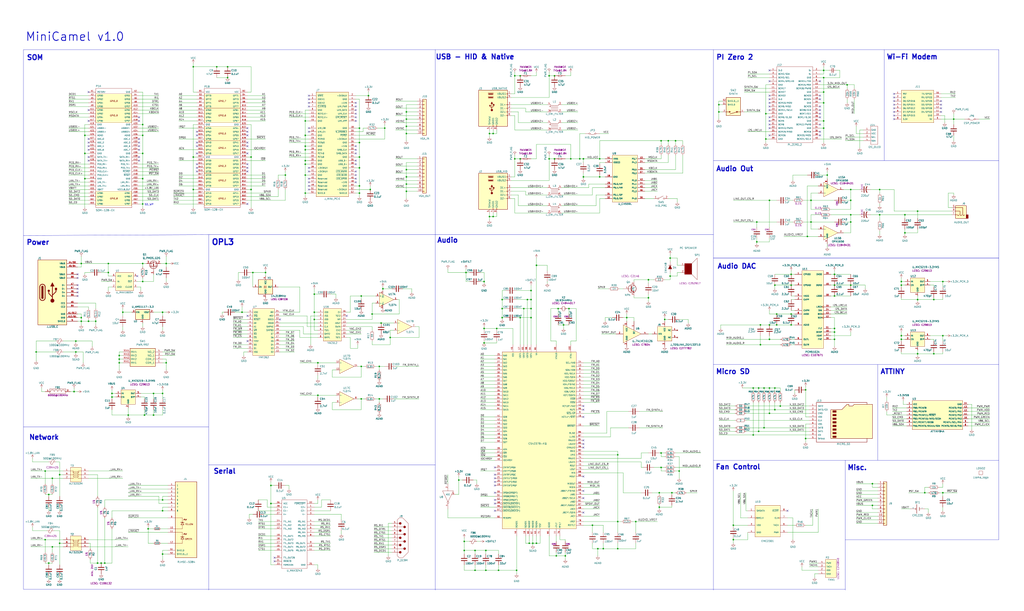
<source format=kicad_sch>
(kicad_sch (version 20250114) (generator "eeschema") (generator_version "9.0")
  (paper "User" 720 429.997)
  (title_block (title "MiniCamel") (date "2024-06-18") (rev "0.1") (company "Matt Schultz") (comment 1 "Based on TinyLlama 2 by Eivind Bøhler"))
  (lib_symbols
    (symbol "Connector:AudioJack3"
      (property "Reference" "J" (at 0 8.89 0))
      (property "Value" "AudioJack3" (at 0 6.35 0))
      (symbol "AudioJack3_1_1"
        (pin passive line (at 5.08 2.54 180) (length 2.54) (name "~") (number "S"))
        (pin passive line (at 5.08 0 180) (length 2.54) (name "~") (number "R"))
        (pin passive line (at 5.08 -2.54 180) (length 2.54) (name "~") (number "T"))
      )
    )
    (symbol "Connector_Generic:Conn_01x10" (pin_names (offset 1.016) (hide yes))
      (property "Reference" "J" (at 0 12.7 0))
      (property "Value" "Conn_01x10" (at 0 -15.24 0))
      (symbol "Conn_01x10_1_1"
        (pin passive line (at -5.08 10.16 0) (length 3.81) (name "Pin_1") (number "1"))
        (pin passive line (at -5.08 7.62 0) (length 3.81) (name "Pin_2") (number "2"))
        (pin passive line (at -5.08 5.08 0) (length 3.81) (name "Pin_3") (number "3"))
        (pin passive line (at -5.08 2.54 0) (length 3.81) (name "Pin_4") (number "4"))
        (pin passive line (at -5.08 0 0) (length 3.81) (name "Pin_5") (number "5"))
        (pin passive line (at -5.08 -2.54 0) (length 3.81) (name "Pin_6") (number "6"))
        (pin passive line (at -5.08 -5.08 0) (length 3.81) (name "Pin_7") (number "7"))
        (pin passive line (at -5.08 -7.62 0) (length 3.81) (name "Pin_8") (number "8"))
        (pin passive line (at -5.08 -10.16 0) (length 3.81) (name "Pin_9") (number "9"))
        (pin passive line (at -5.08 -12.7 0) (length 3.81) (name "Pin_10") (number "10"))
      )
    )
    (symbol "Connector_Generic:Conn_01x12" (pin_names (offset 1.016) (hide yes))
      (property "Reference" "J" (at 0 15.24 0))
      (property "Value" "Conn_01x12" (at 0 -17.78 0))
      (symbol "Conn_01x12_1_1"
        (pin passive line (at -5.08 12.7 0) (length 3.81) (name "Pin_1") (number "1"))
        (pin passive line (at -5.08 10.16 0) (length 3.81) (name "Pin_2") (number "2"))
        (pin passive line (at -5.08 7.62 0) (length 3.81) (name "Pin_3") (number "3"))
        (pin passive line (at -5.08 5.08 0) (length 3.81) (name "Pin_4") (number "4"))
        (pin passive line (at -5.08 2.54 0) (length 3.81) (name "Pin_5") (number "5"))
        (pin passive line (at -5.08 0 0) (length 3.81) (name "Pin_6") (number "6"))
        (pin passive line (at -5.08 -2.54 0) (length 3.81) (name "Pin_7") (number "7"))
        (pin passive line (at -5.08 -5.08 0) (length 3.81) (name "Pin_8") (number "8"))
        (pin passive line (at -5.08 -7.62 0) (length 3.81) (name "Pin_9") (number "9"))
        (pin passive line (at -5.08 -10.16 0) (length 3.81) (name "Pin_10") (number "10"))
        (pin passive line (at -5.08 -12.7 0) (length 3.81) (name "Pin_11") (number "11"))
        (pin passive line (at -5.08 -15.24 0) (length 3.81) (name "Pin_12") (number "12"))
      )
    )
    (symbol "Device:C_Small" (pin_numbers (hide yes)) (pin_names (offset 0.254) (hide yes))
      (property "Reference" "C" (at 0.254 1.778 0))
      (property "Value" "C_Small" (at 0.254 -2.032 0))
      (symbol "C_Small_1_1"
        (pin passive line (at 0 2.54 270) (length 2.032) (name "~") (number "1"))
        (pin passive line (at 0 -2.54 90) (length 2.032) (name "~") (number "2"))
      )
    )
    (symbol "Device:FerriteBead_Small" (pin_numbers (hide yes)) (pin_names (offset 0))
      (property "Reference" "FB" (at 1.905 1.27 0))
      (property "Value" "FerriteBead_Small" (at 1.905 -1.27 0))
      (symbol "FerriteBead_Small_1_1"
        (pin passive line (at 0 2.54 270) (length 1.27) (name "~") (number "1"))
        (pin passive line (at 0 -2.54 90) (length 1.27) (name "~") (number "2"))
      )
    )
    (symbol "Device:R_Small" (pin_numbers (hide yes)) (pin_names (offset 0.254) (hide yes))
      (property "Reference" "R" (at 0.762 0.508 0))
      (property "Value" "R_Small" (at 0.762 -1.016 0))
      (symbol "R_Small_1_1"
        (pin passive line (at 0 2.54 270) (length 0.762) (name "~") (number "1"))
        (pin passive line (at 0 -2.54 90) (length 0.762) (name "~") (number "2"))
      )
    )
    (symbol "J_USB_A_Stacked_C12049_1" (pin_names (offset 1.016))
      (property "Reference" "J" (at 0 15.875 0))
      (property "Value" "J_USB_A_Stacked_C12049_1" (at 0 13.97 0))
      (symbol "J_USB_A_Stacked_C12049_1_1_1"
        (pin passive line (at -5.08 -15.24 90) (length 2.54) (name "Shield") (number "S"))
        (pin power_in line (at -2.54 -15.24 90) (length 2.54) (name "GND1") (number "4"))
        (pin power_in line (at 0 -15.24 90) (length 2.54) (name "GND2") (number "8"))
        (pin power_in line (at 10.16 10.16 180) (length 2.54) (name "VBUS1") (number "1"))
        (pin power_in line (at 10.16 7.62 180) (length 2.54) (name "VBUS2") (number "5"))
        (pin bidirectional line (at 10.16 2.54 180) (length 2.54) (name "D1+") (number "3"))
        (pin bidirectional line (at 10.16 0 180) (length 2.54) (name "D1-") (number "2"))
        (pin bidirectional line (at 10.16 -2.54 180) (length 2.54) (name "D2+") (number "7"))
        (pin bidirectional line (at 10.16 -5.08 180) (length 2.54) (name "D2-") (number "6"))
      )
    )
    (symbol "Jumper:Jumper_2_Bridged" (pin_numbers (hide yes)) (pin_names (offset 0) (hide yes)) (exclude_from_sim yes)
      (property "Reference" "JP" (at 0 1.905 0))
      (property "Value" "Jumper_2_Bridged" (at 0 -2.54 0))
      (symbol "Jumper_2_Bridged_1_1"
        (pin passive line (at -5.08 0 0) (length 2.54) (name "A") (number "1"))
        (pin passive line (at 5.08 0 180) (length 2.54) (name "B") (number "2"))
      )
    )
    (symbol "Llama Library:J_WEMOS_D1_MINI" (pin_names (offset 1.016))
      (property "Reference" "J" (at -11.43 12.7 0))
      (property "Value" "J_WEMOS_D1_MINI" (at 0 -12.7 0))
      (symbol "J_WEMOS_D1_MINI_1_1"
        (pin bidirectional line (at -16.51 8.89 0) (length 5.08) (name "RST") (number "1"))
        (pin bidirectional line (at -16.51 6.35 0) (length 5.08) (name "A0") (number "2"))
        (pin bidirectional line (at -16.51 3.81 0) (length 5.08) (name "D0/GPIO16") (number "3"))
        (pin bidirectional line (at -16.51 1.27 0) (length 5.08) (name "D5/GPIO14") (number "4"))
        (pin bidirectional line (at -16.51 -1.27 0) (length 5.08) (name "D6/GPIO12") (number "5"))
        (pin bidirectional line (at -16.51 -3.81 0) (length 5.08) (name "D7/GPIO13") (number "6"))
        (pin bidirectional line (at -16.51 -6.35 0) (length 5.08) (name "D8/GPIO15") (number "7"))
        (pin power_out line (at -16.51 -8.89 0) (length 5.08) (name "3.3V") (number "8"))
        (pin bidirectional line (at 16.51 8.89 180) (length 5.08) (name "TX/GPIO1") (number "16"))
        (pin bidirectional line (at 16.51 6.35 180) (length 5.08) (name "RX/GPIO3") (number "15"))
        (pin bidirectional line (at 16.51 3.81 180) (length 5.08) (name "D1/GPIO5") (number "14"))
        (pin bidirectional line (at 16.51 1.27 180) (length 5.08) (name "D2/GPIO4") (number "13"))
        (pin bidirectional line (at 16.51 -1.27 180) (length 5.08) (name "D3/GPIO0") (number "12"))
        (pin bidirectional line (at 16.51 -3.81 180) (length 5.08) (name "D4/GPIO2") (number "11"))
        (pin power_in line (at 16.51 -6.35 180) (length 5.08) (name "GND") (number "10"))
        (pin power_in line (at 16.51 -8.89 180) (length 5.08) (name "5V") (number "9"))
      )
    )
    (symbol "SnipE Symbol Library:1-1825027-1" (pin_names (offset 1.016))
      (property "Reference" "S" (at -5.0839 5.5923 0))
      (property "Value" "1-1825027-1" (at -5.0831 -9.9105 0))
      (symbol "1-1825027-1_0_0"
        (pin passive line (at -7.62 2.54 0) (length 2.54) (name "~") (number "1"))
        (pin passive line (at 7.62 2.54 180) (length 2.54) (name "~") (number "2"))
        (pin power_in line (at 7.62 -2.54 180) (length 2.54) (name "SHIELD") (number "S1"))
        (pin power_in line (at 7.62 -5.08 180) (length 2.54) (name "SHIELD__1") (number "S2"))
      )
    )
    (symbol "SnipE Symbol Library:C" (pin_numbers (hide yes)) (pin_names (offset 1.016))
      (property "Reference" "C" (at 2.54 -1.27 0))
      (property "Value" "C" (at 2.54 1.27 0))
      (symbol "C_1_1"
        (pin passive line (at 0 3.81 270) (length 2.794) (name "~") (number "1"))
        (pin passive line (at 0 -3.81 90) (length 2.794) (name "~") (number "2"))
      )
    )
    (symbol "SnipE Symbol Library:CP" (pin_numbers (hide yes)) (pin_names (offset 1.016))
      (property "Reference" "C" (at 2.54 1.27 0))
      (property "Value" "CP" (at 2.54 -1.27 0))
      (symbol "CP_1_1"
        (pin passive line (at 0 3.81 270) (length 2.794) (name "~") (number "1"))
        (pin passive line (at 0 -3.81 90) (length 3.302) (name "~") (number "2"))
      )
    )
    (symbol "SnipE Symbol Library:CS4237B-KQ_LITE"
      (property "Value" "CS4237B-KQ" (at -15.748 -2.286 0))
      (symbol "CS4237B-KQ_LITE_1_1"
        (pin input line (at -45.72 59.69 0) (length 5.08) (name "SA0") (number "25"))
        (pin input line (at -45.72 57.15 0) (length 5.08) (name "SA1") (number "26"))
        (pin input line (at -45.72 54.61 0) (length 5.08) (name "SA2") (number "27"))
        (pin input line (at -45.72 52.07 0) (length 5.08) (name "SA3") (number "28"))
        (pin input line (at -45.72 49.53 0) (length 5.08) (name "SA4") (number "29"))
        (pin input line (at -45.72 46.99 0) (length 5.08) (name "SA5") (number "30"))
        (pin input line (at -45.72 44.45 0) (length 5.08) (name "SA6") (number "31"))
        (pin input line (at -45.72 41.91 0) (length 5.08) (name "SA7") (number "32"))
        (pin input line (at -45.72 39.37 0) (length 5.08) (name "SA8") (number "33"))
        (pin input line (at -45.72 36.83 0) (length 5.08) (name "SA9") (number "34"))
        (pin input line (at -45.72 34.29 0) (length 5.08) (name "SA10") (number "35"))
        (pin input line (at -45.72 31.75 0) (length 5.08) (name "SA11") (number "36"))
        (pin input line (at -45.72 29.21 0) (length 5.08) (name "SA12") (number "94"))
        (pin input line (at -45.72 26.67 0) (length 5.08) (name "SA13") (number "93"))
        (pin input line (at -45.72 24.13 0) (length 5.08) (name "SA14") (number "92"))
        (pin input line (at -45.72 21.59 0) (length 5.08) (name "SA15") (number "91"))
        (pin bidirectional line (at -45.72 16.51 0) (length 5.08) (name "SD0") (number "41"))
        (pin bidirectional line (at -45.72 13.97 0) (length 5.08) (name "SD1") (number "42"))
        (pin bidirectional line (at -45.72 11.43 0) (length 5.08) (name "SD2") (number "43"))
        (pin bidirectional line (at -45.72 8.89 0) (length 5.08) (name "SD3") (number "44"))
        (pin bidirectional line (at -45.72 6.35 0) (length 5.08) (name "SD4") (number "47"))
        (pin bidirectional line (at -45.72 3.81 0) (length 5.08) (name "SD5") (number "48"))
        (pin bidirectional line (at -45.72 1.27 0) (length 5.08) (name "SD6") (number "49"))
        (pin bidirectional line (at -45.72 -1.27 0) (length 5.08) (name "SD7") (number "50"))
        (pin input line (at -45.72 -6.35 0) (length 5.08) (name "AEN") (number "39"))
        (pin input inverted (at -45.72 -8.89 0) (length 5.08) (name "~{IOR}") (number "37"))
        (pin input inverted (at -45.72 -11.43 0) (length 5.08) (name "~{IOW}") (number "38"))
        (pin output line (at -45.72 -13.97 0) (length 5.08) (name "IOCHRDY") (number "40"))
        (pin output line (at -45.72 -19.05 0) (length 5.08) (name "(INT5*)IRQA") (number "24"))
        (pin output line (at -45.72 -21.59 0) (length 5.08) (name "(INT7*)IRQB") (number "23"))
        (pin output line (at -45.72 -24.13 0) (length 5.08) (name "(INT9*)IRQC") (number "22"))
        (pin output line (at -45.72 -26.67 0) (length 5.08) (name "(INT11*)IRQD") (number "21"))
        (pin output line (at -45.72 -29.21 0) (length 5.08) (name "(INT12*)IRQE") (number "20"))
        (pin output line (at -45.72 -31.75 0) (length 5.08) (name "(INT15*)IRQF") (number "19"))
        (pin output line (at -45.72 -36.83 0) (length 5.08) (name "DRQA(DRQ0*)") (number "55"))
        (pin output line (at -45.72 -39.37 0) (length 5.08) (name "DRQB(DRQ1*)") (number "51"))
        (pin output line (at -45.72 -41.91 0) (length 5.08) (name "DRQC(DRQ3*)") (number "52"))
        (pin input inverted (at -45.72 -44.45 0) (length 5.08) (name "~{DACKA}(~{DACK0}*)") (number "58"))
        (pin input inverted (at -45.72 -46.99 0) (length 5.08) (name "~{DACKB}(~{DACK1}*)") (number "56"))
        (pin input inverted (at -45.72 -49.53 0) (length 5.08) (name "~{DACKC}(~{DACK3}*)") (number "57"))
        (pin passive line (at -45.72 -54.61 0) (length 5.08) (name "RESDRV") (number "90"))
        (pin power_in line (at -33.02 67.31 270) (length 5.08) (name "VD1") (number "45"))
        (pin power_in line (at -30.48 -67.31 90) (length 5.08) (name "DGND1") (number "46"))
        (pin power_in line (at -27.94 67.31 270) (length 5.08) (name "VDF1") (number "17"))
        (pin power_in line (at -25.4 67.31 270) (length 5.08) (name "VDF2") (number "65"))
        (pin power_in line (at -24.13 -67.31 90) (length 5.08) (name "SGND1") (number "18"))
        (pin power_in line (at -22.86 67.31 270) (length 5.08) (name "VDF3") (number "98"))
        (pin power_in line (at -21.59 -67.31 90) (length 5.08) (name "SGND2") (number "66"))
        (pin power_in line (at -20.32 67.31 270) (length 5.08) (name "VDF4") (number "54"))
        (pin power_in line (at -19.05 -67.31 90) (length 5.08) (name "SGND3") (number "97"))
        (pin passive line (at -16.51 67.31 270) (length 5.08) (name "VA") (number "81"))
        (pin power_in line (at -16.51 -67.31 90) (length 5.08) (name "SGND4") (number "53"))
        (pin passive line (at -13.97 -67.31 90) (length 5.08) (name "TEST") (number "71"))
        (pin passive line (at -7.62 -67.31 90) (length 5.08) (name "AGND") (number "80"))
        (pin passive line (at -2.54 67.31 270) (length 5.08) (name "XTALO") (number "99"))
        (pin passive line (at -2.54 -67.31 90) (length 5.08) (name "LFILT") (number "77"))
        (pin passive line (at 0 -67.31 90) (length 5.08) (name "RFILT") (number "76"))
        (pin passive line (at 7.62 67.31 270) (length 5.08) (name "XTALI") (number "100"))
        (pin passive line (at 16.51 54.61 180) (length 5.08) (name "SCL/XA0") (number "14"))
        (pin passive line (at 16.51 52.07 180) (length 5.08) (name "XA1") (number "13"))
        (pin passive line (at 16.51 49.53 180) (length 5.08) (name "SDA/XD0") (number "8"))
        (pin passive line (at 16.51 46.99 180) (length 5.08) (name "XD1/SCLK") (number "7"))
        (pin passive line (at 16.51 44.45 180) (length 5.08) (name "XD2/SDIN") (number "6"))
        (pin passive line (at 16.51 41.91 180) (length 5.08) (name "XD3/SDOUT") (number "5"))
        (pin passive line (at 16.51 39.37 180) (length 5.08) (name "XD4/FSYNC") (number "4"))
        (pin passive line (at 16.51 36.83 180) (length 5.08) (name "XD5/MCLK") (number "3"))
        (pin passive line (at 16.51 34.29 180) (length 5.08) (name "XD6/LRCK") (number "2"))
        (pin passive line (at 16.51 31.75 180) (length 5.08) (name "XD7/SDATA") (number "1"))
        (pin passive line (at 16.51 29.21 180) (length 5.08) (name "~{XIOR}") (number "10"))
        (pin passive line (at 16.51 26.67 180) (length 5.08) (name "~{XIOW}") (number "11"))
        (pin passive line (at 16.51 24.13 180) (length 5.08) (name "XCTL0*/XA2") (number "12"))
        (pin passive line (at 16.51 21.59 180) (length 5.08) (name "MUTE") (number "95"))
        (pin passive line (at 16.51 19.05 180) (length 5.08) (name "~{SCS}/~{UP}") (number "9"))
        (pin passive line (at 16.51 16.51 180) (length 5.08) (name "XCTL1*/~{SINT}") (number "16"))
        (pin input line (at 16.51 10.16 180) (length 5.08) (name "~{BRESET}") (number "15"))
        (pin input line (at 16.51 5.08 180) (length 5.08) (name "RLINE") (number "86"))
        (pin input line (at 16.51 2.54 180) (length 5.08) (name "LLINE") (number "87"))
        (pin passive line (at 16.51 0 180) (length 5.08) (name "RAUX2") (number "84"))
        (pin passive line (at 16.51 -2.54 180) (length 5.08) (name "LAUX2") (number "85"))
        (pin passive line (at 16.51 -5.08 180) (length 5.08) (name "CMAUX2") (number "96"))
        (pin passive line (at 16.51 -7.62 180) (length 5.08) (name "RMIC") (number "82"))
        (pin passive line (at 16.51 -10.16 180) (length 5.08) (name "LMIC") (number "83"))
        (pin passive line (at 16.51 -12.7 180) (length 5.08) (name "RAUX1") (number "74"))
        (pin passive line (at 16.51 -15.24 180) (length 5.08) (name "LAUX1") (number "75"))
        (pin output line (at 16.51 -17.78 180) (length 5.08) (name "ROUT") (number "72"))
        (pin output line (at 16.51 -20.32 180) (length 5.08) (name "LOUT") (number "73"))
        (pin input line (at 16.51 -22.86 180) (length 5.08) (name "MIN") (number "88"))
        (pin output line (at 16.51 -25.4 180) (length 5.08) (name "MOUT") (number "89"))
        (pin output line (at 16.51 -30.48 180) (length 5.08) (name "MIDOUT") (number "60"))
        (pin input line (at 16.51 -33.02 180) (length 5.08) (name "MIDIN") (number "59"))
        (pin passive line (at 16.51 -35.56 180) (length 5.08) (name "JBB1*/FSYNC") (number "69"))
        (pin passive line (at 16.51 -38.1 180) (length 5.08) (name "JAB1") (number "70"))
        (pin passive line (at 16.51 -40.64 180) (length 5.08) (name "JBB2*/SCLK") (number "62"))
        (pin passive line (at 16.51 -43.18 180) (length 5.08) (name "JAB2") (number "61"))
        (pin passive line (at 16.51 -45.72 180) (length 5.08) (name "JBCX*/SDOUT") (number "67"))
        (pin passive line (at 16.51 -48.26 180) (length 5.08) (name "JACX") (number "68"))
        (pin passive line (at 16.51 -50.8 180) (length 5.08) (name "JBCY*/SDIN") (number "64"))
        (pin passive line (at 16.51 -53.34 180) (length 5.08) (name "JACY") (number "63"))
        (pin passive line (at 16.51 -57.15 180) (length 5.08) (name "VREF") (number "78"))
        (pin passive line (at 16.51 -59.69 180) (length 5.08) (name "REFFLT") (number "79"))
      )
    )
    (symbol "SnipE Symbol Library:PWR_FLAG" (power) (pin_numbers (hide yes)) (pin_names (offset 0) (hide yes))
      (property "Value" "PWR_FLAG" (at 0 3.81 0))
      (symbol "PWR_FLAG_0_0"
        (pin power_out line (at 0 0 90) (length 0) (name "pwr") (number "1"))
      )
    )
    (symbol "SnipE Symbol Library:RJHSE-5384" (pin_names (offset 1.016))
      (property "Reference" "J" (at -7.62 26.67 0))
      (property "Value" "RJHSE-5384" (at -7.62 -29.21 0))
      (symbol "RJHSE-5384_0_0"
        (text "YELLOW" (at -0.762 -3.81 0) (effects (font (size 1.016 1.016)) (justify left top)))
        (text "GREEN" (at -0.762 -14.224 0) (effects (font (size 1.016 1.016)) (justify left top)))
        (pin passive line (at -12.7 22.86 0) (length 5.08) (name "1") (number "1"))
        (pin passive line (at -12.7 20.32 0) (length 5.08) (name "2") (number "2"))
        (pin passive line (at -12.7 17.78 0) (length 5.08) (name "3") (number "3"))
        (pin passive line (at -12.7 15.24 0) (length 5.08) (name "4") (number "4"))
        (pin passive line (at -12.7 12.7 0) (length 5.08) (name "5") (number "5"))
        (pin passive line (at -12.7 10.16 0) (length 5.08) (name "6") (number "6"))
        (pin passive line (at -12.7 7.62 0) (length 5.08) (name "7") (number "7"))
        (pin passive line (at -12.7 5.08 0) (length 5.08) (name "8") (number "8"))
        (pin passive line (at -12.7 0 0) (length 5.08) (name "~") (number "9"))
        (pin passive line (at -12.7 -7.62 0) (length 5.08) (name "~") (number "10"))
        (pin passive line (at -12.7 -10.16 0) (length 5.08) (name "~") (number "11"))
        (pin passive line (at -12.7 -17.78 0) (length 5.08) (name "~") (number "12"))
        (pin passive line (at -12.7 -22.86 0) (length 5.08) (name "SHIELD") (number "S1"))
        (pin passive line (at -12.7 -25.4 0) (length 5.08) (name "SHIELD__1") (number "S2"))
      )
    )
    (symbol "SnipE Symbol Library:SGND" (power) (pin_numbers (hide yes)) (pin_names (offset 0) (hide yes))
      (property "Value" "SGND" (at 0 -3.81 0))
      (symbol "SGND_1_1"
        (pin power_in line (at 0 0 270) (length 0) (name "~") (number "1"))
      )
    )
    (symbol "SnipE Symbol Library:TL53EF160Q"
      (property "Reference" "S" (at 24.13 7.62 0))
      (property "Value" "TL53EF160Q" (at 24.13 5.08 0))
      (symbol "TL53EF160Q_1_1"
        (pin passive line (at 0 0 0) (length 5.08) (name "COM_1") (number "1"))
        (pin passive line (at 0 -2.54 0) (length 5.08) (name "COM_2") (number "2"))
        (pin passive line (at 0 -5.08 0) (length 5.08) (name "NO_1") (number "3"))
        (pin passive line (at 0 -7.62 0) (length 5.08) (name "NO_2") (number "4"))
        (pin passive line (at 27.94 0 180) (length 5.08) (name "MH1") (number "MH1"))
        (pin passive line (at 27.94 -2.54 180) (length 5.08) (name "MH2") (number "MH2"))
        (pin passive line (at 27.94 -5.08 180) (length 5.08) (name "MH3") (number "MH3"))
        (pin passive line (at 27.94 -7.62 180) (length 5.08) (name "MH4") (number "MH4"))
      )
    )
    (symbol "Switch:SW_SPST" (pin_names (offset 0) (hide yes))
      (property "Reference" "SW" (at 0 3.175 0))
      (property "Value" "SW_SPST" (at 0 -2.54 0))
      (symbol "SW_SPST_1_1"
        (pin passive line (at -5.08 0 0) (length 2.54) (name "A") (number "1"))
        (pin passive line (at 5.08 0 180) (length 2.54) (name "B") (number "2"))
      )
    )
    (symbol "llama_shared:+3.3V" (power) (pin_names (offset 0))
      (property "Value" "+3.3V" (at 0 3.81 0))
      (symbol "+3.3V_1_1"
        (pin power_in line (at 0 0 90) (length 0) (hide yes) (name "+3.3V") (number "1"))
      )
    )
    (symbol "llama_shared:+3.3VSB" (power) (pin_names (offset 0))
      (property "Value" "+3.3VSB" (at 0 3.81 0))
      (symbol "+3.3VSB_1_1"
        (pin power_in line (at 0 0 90) (length 0) (hide yes) (name "+3.3VSB") (number "1"))
      )
    )
    (symbol "llama_shared:+3.3V_PCM_A" (power) (pin_names (offset 0))
      (property "Value" "+3.3V_PCM_A" (at 0 3.81 0))
      (symbol "+3.3V_PCM_A_1_1"
        (pin power_in line (at 0 0 90) (length 0) (hide yes) (name "+3.3V_PCM_A") (number "1"))
      )
    )
    (symbol "llama_shared:+3.3V_PCM_D" (power) (pin_names (offset 0))
      (property "Value" "+3.3V_PCM_D" (at 0 3.81 0))
      (symbol "+3.3V_PCM_D_1_1"
        (pin power_in line (at 0 0 90) (length 0) (hide yes) (name "+3.3V_PCM_D") (number "1"))
      )
    )
    (symbol "llama_shared:+5VA" (power) (pin_names (offset 0))
      (property "Value" "+5VA" (at 0 3.81 0))
      (symbol "+5VA_1_1"
        (pin power_in line (at 0 0 90) (length 0) (hide yes) (name "+5VA") (number "1"))
      )
    )
    (symbol "llama_shared:+5VFILT" (power) (pin_names (offset 0))
      (property "Value" "+5VFILT" (at 0 3.81 0))
      (symbol "+5VFILT_1_1"
        (pin power_in line (at 0 0 90) (length 0) (hide yes) (name "+5VFILT") (number "1"))
      )
    )
    (symbol "llama_shared:+5VSB" (power) (pin_names (offset 0))
      (property "Value" "+5VSB" (at 0 3.81 0))
      (symbol "+5VSB_1_1"
        (pin power_in line (at 0 0 90) (length 0) (hide yes) (name "+5VSB") (number "1"))
      )
    )
    (symbol "llama_shared:AGND" (power) (pin_names (offset 0))
      (property "Value" "AGND" (at 0 -3.81 0))
      (symbol "AGND_1_1"
        (pin power_in line (at 0 0 270) (length 0) (hide yes) (name "GND") (number "1"))
      )
    )
    (symbol "llama_shared:BT" (pin_numbers (hide yes)) (pin_names (offset 0))
      (property "Reference" "BT" (at -3.81 3.81 0))
      (property "Value" "BT" (at -3.81 -2.54 0))
      (symbol "BT_1_1"
        (pin power_out line (at 0 5.08 270) (length 3.81) (name "+") (number "1"))
        (pin passive line (at 0 -5.08 90) (length 3.81) (name "-") (number "2"))
      )
    )
    (symbol "llama_shared:C" (pin_numbers (hide yes)) (pin_names (offset 1.016))
      (property "Reference" "C" (at 2.54 -1.27 0))
      (property "Value" "C" (at 2.54 1.27 0))
      (symbol "C_1_1"
        (pin passive line (at 0 3.81 270) (length 2.794) (name "~") (number "1"))
        (pin passive line (at 0 -3.81 90) (length 2.794) (name "~") (number "2"))
      )
    )
    (symbol "llama_shared:D" (pin_numbers (hide yes)) (pin_names (offset 1.016) (hide yes))
      (property "Reference" "D" (at 0 2.54 0))
      (property "Value" "D" (at 0 -2.54 0))
      (symbol "D_1_1"
        (pin passive line (at -3.81 0 0) (length 2.54) (name "K") (number "1"))
        (pin passive line (at 3.81 0 180) (length 2.54) (name "A") (number "2"))
      )
    )
    (symbol "llama_shared:F" (pin_numbers (hide yes)) (pin_names (offset 1.016) (hide yes))
      (property "Reference" "F" (at 0 2.54 0))
      (property "Value" "F" (at 0 -2.54 0))
      (symbol "F_1_1"
        (pin passive line (at -3.81 0 0) (length 2.54) (name "~") (number "1"))
        (pin passive line (at 3.81 0 180) (length 2.54) (name "~") (number "2"))
      )
    )
    (symbol "llama_shared:FB" (pin_names (offset 1.016) (hide yes))
      (property "Reference" "FB" (at 0 3.81 0))
      (property "Value" "FB" (at 0 -2.54 0))
      (symbol "FB_1_1"
        (pin passive line (at -8.89 0 0) (length 3.81) (name "1") (number "1"))
        (pin passive line (at 8.89 0 180) (length 3.81) (name "2") (number "2"))
      )
    )
    (symbol "llama_shared:FM_+5VA" (power) (pin_names (offset 0))
      (property "Value" "FM_+5VA" (at 0 3.81 0))
      (symbol "FM_+5VA_1_1"
        (pin power_in line (at 0 0 90) (length 0) (hide yes) (name "FM_+5VA") (number "1"))
      )
    )
    (symbol "llama_shared:FM_AGND" (power) (pin_names (offset 0))
      (property "Value" "FM_AGND" (at 0 -3.81 0))
      (symbol "FM_AGND_1_1"
        (pin power_in line (at 0 0 270) (length 0) (hide yes) (name "FM_AGND") (number "1"))
      )
    )
    (symbol "llama_shared:FM_GND" (power) (pin_names (offset 0))
      (property "Value" "FM_GND" (at 0 -3.81 0))
      (symbol "FM_GND_1_1"
        (pin power_in line (at 0 0 270) (length 0) (hide yes) (name "FM_GND") (number "1"))
      )
    )
    (symbol "llama_shared:FM_VCC" (power) (pin_names (offset 0))
      (property "Value" "FM_VCC" (at 0 3.81 0))
      (symbol "FM_VCC_1_1"
        (pin power_in line (at 0 0 90) (length 0) (hide yes) (name "FM_VCC") (number "1"))
      )
    )
    (symbol "llama_shared:GND" (power) (pin_names (offset 0))
      (property "Value" "GND" (at 0 -3.81 0))
      (symbol "GND_1_1"
        (pin power_in line (at 0 0 270) (length 0) (hide yes) (name "GND") (number "1"))
      )
    )
    (symbol "llama_shared:J_FAN_HEADER"
      (property "Reference" "J" (at -2.54 6.35 0))
      (property "Value" "J_FAN_HEADER" (at 0 -8.89 0))
      (property "LCSC" "C240840" (at 0 -11.43 0) (show_name))
      (symbol "J_FAN_HEADER_1_1"
        (pin input line (at -8.89 2.54 0) (length 5.08) (name "PWM") (number "4"))
        (pin output line (at -8.89 0 0) (length 5.08) (name "TACH") (number "3"))
        (pin power_in line (at -8.89 -2.54 0) (length 5.08) (name "VDD") (number "2"))
        (pin power_in line (at -8.89 -5.08 0) (length 5.08) (name "GND") (number "1"))
      )
    )
    (symbol "llama_shared:J_MINI_PCIE" (pin_names (offset 1.016))
      (property "Reference" "J2" (at -11.43 36.8595 0))
      (property "Value" "J_MINI_PCIE" (at 0 -39.5756 0))
      (symbol "J_MINI_PCIE_1_1"
        (pin open_collector line (at -16.51 33.02 0) (length 5.08) (name "~{WAKE}") (number "1"))
        (pin passive line (at -16.51 30.48 0) (length 5.08) (name "COEX1") (number "3"))
        (pin passive line (at -16.51 27.94 0) (length 5.08) (name "COEX2") (number "5"))
        (pin open_collector line (at -16.51 25.4 0) (length 5.08) (name "~{CLKREQ}") (number "7"))
        (pin passive line (at -16.51 22.86 0) (length 5.08) (name "GND") (number "9"))
        (pin input line (at -16.51 20.32 0) (length 5.08) (name "REFCLK-") (number "11"))
        (pin input line (at -16.51 17.78 0) (length 5.08) (name "REFCLK+") (number "13"))
        (pin passive line (at -16.51 15.24 0) (length 5.08) (name "GND") (number "15"))
        (pin passive line (at -16.51 10.16 0) (length 5.08) (name "UIM_C8") (number "17"))
        (pin passive line (at -16.51 7.62 0) (length 5.08) (name "UIM_C4") (number "19"))
        (pin passive line (at -16.51 5.08 0) (length 5.08) (name "GND") (number "21"))
        (pin output line (at -16.51 2.54 0) (length 5.08) (name "PERn0") (number "23"))
        (pin output line (at -16.51 0 0) (length 5.08) (name "PERp0") (number "25"))
        (pin passive line (at -16.51 -2.54 0) (length 5.08) (name "GND") (number "27"))
        (pin passive line (at -16.51 -5.08 0) (length 5.08) (name "GND") (number "29"))
        (pin input line (at -16.51 -7.62 0) (length 5.08) (name "PETn0") (number "31"))
        (pin input line (at -16.51 -10.16 0) (length 5.08) (name "PETp0") (number "33"))
        (pin passive line (at -16.51 -12.7 0) (length 5.08) (name "GND") (number "35"))
        (pin passive line (at -16.51 -15.24 0) (length 5.08) (name "GND") (number "37"))
        (pin power_in line (at -16.51 -17.78 0) (length 5.08) (name "+3V3AUX") (number "39"))
        (pin power_in line (at -16.51 -20.32 0) (length 5.08) (name "+3V3AUX") (number "41"))
        (pin passive line (at -16.51 -22.86 0) (length 5.08) (name "GND") (number "43"))
        (pin passive line (at -16.51 -25.4 0) (length 5.08) (name "Reserved") (number "45"))
        (pin passive line (at -16.51 -27.94 0) (length 5.08) (name "Reserved") (number "47"))
        (pin passive line (at -16.51 -30.48 0) (length 5.08) (name "Reserved") (number "49"))
        (pin passive line (at -16.51 -33.02 0) (length 5.08) (name "Reserved") (number "51"))
        (pin passive line (at -16.51 -35.56 0) (length 5.08) (name "SHIELD") (number "S1"))
        (pin power_in line (at 16.51 33.02 180) (length 5.08) (name "+3V3AUX") (number "2"))
        (pin power_in line (at 16.51 30.48 180) (length 5.08) (name "GND") (number "4"))
        (pin power_in line (at 16.51 27.94 180) (length 5.08) (name "+1V5") (number "6"))
        (pin power_out line (at 16.51 25.4 180) (length 5.08) (name "UIM_PWR") (number "8"))
        (pin bidirectional line (at 16.51 22.86 180) (length 5.08) (name "UIM_DATA") (number "10"))
        (pin output line (at 16.51 20.32 180) (length 5.08) (name "UIM_CLK") (number "12"))
        (pin output line (at 16.51 17.78 180) (length 5.08) (name "~{UIM_RESET}") (number "14"))
        (pin power_out line (at 16.51 15.24 180) (length 5.08) (name "UIM_VPP") (number "16"))
        (pin passive line (at 16.51 10.16 180) (length 5.08) (name "GND") (number "18"))
        (pin input line (at 16.51 7.62 180) (length 5.08) (name "~{W_DISABLE}") (number "20"))
        (pin input line (at 16.51 5.08 180) (length 5.08) (name "~{PERST}") (number "22"))
        (pin power_in line (at 16.51 2.54 180) (length 5.08) (name "+3V3AUX") (number "24"))
        (pin passive line (at 16.51 0 180) (length 5.08) (name "GND") (number "26"))
        (pin power_in line (at 16.51 -2.54 180) (length 5.08) (name "+1V5") (number "28"))
        (pin input line (at 16.51 -5.08 180) (length 5.08) (name "SMB_CLK") (number "30"))
        (pin bidirectional line (at 16.51 -7.62 180) (length 5.08) (name "SMB_DATA") (number "32"))
        (pin passive line (at 16.51 -10.16 180) (length 5.08) (name "GND") (number "34"))
        (pin bidirectional line (at 16.51 -12.7 180) (length 5.08) (name "USB_D-") (number "36"))
        (pin bidirectional line (at 16.51 -15.24 180) (length 5.08) (name "USB_D+") (number "38"))
        (pin passive line (at 16.51 -17.78 180) (length 5.08) (name "GND") (number "40"))
        (pin open_collector line (at 16.51 -20.32 180) (length 5.08) (name "~{LED_WWAN}") (number "42"))
        (pin open_collector line (at 16.51 -22.86 180) (length 5.08) (name "~{LED_WLAN}") (number "44"))
        (pin open_collector line (at 16.51 -25.4 180) (length 5.08) (name "~{LED_WPAN}") (number "46"))
        (pin power_in line (at 16.51 -27.94 180) (length 5.08) (name "+1V5") (number "48"))
        (pin passive line (at 16.51 -30.48 180) (length 5.08) (name "GND") (number "50"))
        (pin power_in line (at 16.51 -33.02 180) (length 5.08) (name "+3V3AUX") (number "52"))
        (pin passive line (at 16.51 -35.56 180) (length 5.08) (name "SHIELD") (number "S2"))
      )
    )
    (symbol "llama_shared:J_Micro_SD_TF01A" (pin_names (offset 1.016))
      (property "Reference" "J" (at -16.51 11.43 0))
      (property "Value" "J_Micro_SD_TF01A" (at 16.51 11.43 0))
      (symbol "J_Micro_SD_TF01A_1_1"
        (pin bidirectional line (at -24.13 7.62 0) (length 5.08) (name "DAT2") (number "1"))
        (pin bidirectional line (at -24.13 5.08 0) (length 5.08) (name "DAT3/CD") (number "2"))
        (pin input line (at -24.13 2.54 0) (length 5.08) (name "CMD") (number "3"))
        (pin power_in line (at -24.13 0 0) (length 5.08) (name "VDD") (number "4"))
        (pin input line (at -24.13 -2.54 0) (length 5.08) (name "CLK") (number "5"))
        (pin power_in line (at -24.13 -5.08 0) (length 5.08) (name "VSS") (number "6"))
        (pin bidirectional line (at -24.13 -7.62 0) (length 5.08) (name "DAT0") (number "7"))
        (pin bidirectional line (at -24.13 -10.16 0) (length 5.08) (name "DAT1") (number "8"))
        (pin output line (at -24.13 -12.7 0) (length 5.08) (name "CD") (number "9"))
        (pin passive line (at -24.13 -15.24 0) (length 5.08) (name "Shield") (number "S"))
      )
    )
    (symbol "llama_shared:J_PI_ZERO" (pin_names (offset 1.016))
      (property "Reference" "J" (at -11.43 27.94 0))
      (property "Value" "J_PI_ZERO" (at 0 -27.94 0))
      (symbol "J_PI_ZERO_1_1"
        (pin passive line (at -17.78 24.13 0) (length 5.08) (name "3v3") (number "1"))
        (pin passive line (at -17.78 21.59 0) (length 5.08) (name "BCM2/SDA") (number "3"))
        (pin passive line (at -17.78 19.05 0) (length 5.08) (name "BCM3/SCL") (number "5"))
        (pin passive line (at -17.78 16.51 0) (length 5.08) (name "BCM4/GPCLK0") (number "7"))
        (pin passive line (at -17.78 13.97 0) (length 5.08) (name "GND") (number "9"))
        (pin passive line (at -17.78 11.43 0) (length 5.08) (name "BCM17") (number "11"))
        (pin passive line (at -17.78 8.89 0) (length 5.08) (name "BCM27") (number "13"))
        (pin passive line (at -17.78 6.35 0) (length 5.08) (name "BCM22") (number "15"))
        (pin passive line (at -17.78 3.81 0) (length 5.08) (name "3v3") (number "17"))
        (pin passive line (at -17.78 1.27 0) (length 5.08) (name "BCM10/MOSI") (number "19"))
        (pin passive line (at -17.78 -1.27 0) (length 5.08) (name "BCM9/MISO") (number "21"))
        (pin passive line (at -17.78 -3.81 0) (length 5.08) (name "BCM11/SCLK") (number "23"))
        (pin passive line (at -17.78 -6.35 0) (length 5.08) (name "GND") (number "25"))
        (pin passive line (at -17.78 -8.89 0) (length 5.08) (name "BCM0/ID_SD") (number "27"))
        (pin passive line (at -17.78 -11.43 0) (length 5.08) (name "BCM5") (number "29"))
        (pin passive line (at -17.78 -13.97 0) (length 5.08) (name "BCM6") (number "31"))
        (pin passive line (at -17.78 -16.51 0) (length 5.08) (name "BCM13/PWM1") (number "33"))
        (pin passive line (at -17.78 -19.05 0) (length 5.08) (name "BCM19/MISO") (number "35"))
        (pin passive line (at -17.78 -21.59 0) (length 5.08) (name "BCM26") (number "37"))
        (pin passive line (at -17.78 -24.13 0) (length 5.08) (name "GND") (number "39"))
        (pin passive line (at 17.78 24.13 180) (length 5.08) (name "5v") (number "2"))
        (pin passive line (at 17.78 21.59 180) (length 5.08) (name "5v") (number "4"))
        (pin passive line (at 17.78 19.05 180) (length 5.08) (name "GND") (number "6"))
        (pin passive line (at 17.78 16.51 180) (length 5.08) (name "BCM14/TDX") (number "8"))
        (pin passive line (at 17.78 13.97 180) (length 5.08) (name "BCM15/RDX") (number "10"))
        (pin passive line (at 17.78 11.43 180) (length 5.08) (name "BCM18/PWM0") (number "12"))
        (pin passive line (at 17.78 8.89 180) (length 5.08) (name "GND") (number "14"))
        (pin passive line (at 17.78 6.35 180) (length 5.08) (name "BCM23") (number "16"))
        (pin passive line (at 17.78 3.81 180) (length 5.08) (name "BCM24") (number "18"))
        (pin passive line (at 17.78 1.27 180) (length 5.08) (name "GND") (number "20"))
        (pin passive line (at 17.78 -1.27 180) (length 5.08) (name "BCM25") (number "22"))
        (pin passive line (at 17.78 -3.81 180) (length 5.08) (name "BCM8/CE0") (number "24"))
        (pin passive line (at 17.78 -6.35 180) (length 5.08) (name "BCM7/CE1") (number "26"))
        (pin passive line (at 17.78 -8.89 180) (length 5.08) (name "BCM1/ID_SC") (number "28"))
        (pin passive line (at 17.78 -11.43 180) (length 5.08) (name "GND") (number "30"))
        (pin passive line (at 17.78 -13.97 180) (length 5.08) (name "BCM12/PWM0") (number "32"))
        (pin passive line (at 17.78 -16.51 180) (length 5.08) (name "GND") (number "34"))
        (pin passive line (at 17.78 -19.05 180) (length 5.08) (name "BCM16") (number "36"))
        (pin passive line (at 17.78 -21.59 180) (length 5.08) (name "BCM20/MOSI") (number "38"))
        (pin passive line (at 17.78 -24.13 180) (length 5.08) (name "BCM21/SCLK") (number "40"))
      )
    )
    (symbol "llama_shared:J_TOSLINK_ZGY133T10"
      (property "Reference" "J" (at -5.08 6.35 0))
      (property "Value" "J_TOSLINK_ZGY133T10" (at 1.27 -6.35 0))
      (symbol "J_TOSLINK_ZGY133T10_1_1"
        (pin input line (at -8.89 0 0) (length 3.81) (name "VIN") (number "1"))
        (pin power_in line (at 0 8.89 270) (length 3.81) (name "VCC") (number "2"))
        (pin power_in line (at 0 -8.89 90) (length 3.81) (name "GND") (number "3"))
        (pin no_connect line (at 8.89 2.54 180) (length 3.81) (name "NC") (number "4"))
        (pin no_connect line (at 8.89 -2.54 180) (length 3.81) (name "NC") (number "5"))
      )
    )
    (symbol "llama_shared:J_USB_A_Stacked_C12049" (pin_names (offset 1.016))
      (property "Reference" "J" (at 0 15.875 0))
      (property "Value" "J_USB_A_Stacked_C12049" (at 0 13.97 0))
      (symbol "J_USB_A_Stacked_C12049_1_1"
        (pin passive line (at -5.08 -15.24 90) (length 2.54) (name "Shield") (number "S"))
        (pin power_in line (at -2.54 -15.24 90) (length 2.54) (name "GND1") (number "4"))
        (pin power_in line (at 0 -15.24 90) (length 2.54) (name "GND2") (number "8"))
        (pin power_in line (at 10.16 10.16 180) (length 2.54) (name "VBUS1") (number "1"))
        (pin power_in line (at 10.16 7.62 180) (length 2.54) (name "VBUS2") (number "5"))
        (pin bidirectional line (at 10.16 2.54 180) (length 2.54) (name "D1+") (number "3"))
        (pin bidirectional line (at 10.16 0 180) (length 2.54) (name "D1-") (number "2"))
        (pin bidirectional line (at 10.16 -2.54 180) (length 2.54) (name "D2+") (number "7"))
        (pin bidirectional line (at 10.16 -5.08 180) (length 2.54) (name "D2-") (number "6"))
      )
    )
    (symbol "llama_shared:J_USB_C" (pin_names (offset 1.016))
      (property "Reference" "J" (at -10.16 24.13 0))
      (property "Value" "J_USB_C" (at 0 -24.13 0))
      (symbol "J_USB_C_1_1"
        (pin passive line (at 17.78 20.32 180) (length 7.62) (name "VBUS") (number "A4/B9"))
        (pin passive line (at 17.78 17.78 180) (length 7.62) (name "VBUS") (number "A9/B4"))
        (pin bidirectional line (at 17.78 12.7 180) (length 7.62) (name "SBU1") (number "A8"))
        (pin bidirectional line (at 17.78 10.16 180) (length 7.62) (name "SBU2") (number "B8"))
        (pin bidirectional line (at 17.78 5.08 180) (length 7.62) (name "D-") (number "A7"))
        (pin bidirectional line (at 17.78 2.54 180) (length 7.62) (name "D-") (number "B7"))
        (pin bidirectional line (at 17.78 0 180) (length 7.62) (name "D+") (number "A6"))
        (pin bidirectional line (at 17.78 -2.54 180) (length 7.62) (name "D+") (number "B6"))
        (pin bidirectional line (at 17.78 -7.62 180) (length 7.62) (name "CC1") (number "A5"))
        (pin bidirectional line (at 17.78 -10.16 180) (length 7.62) (name "CC2") (number "B5"))
        (pin passive line (at 17.78 -15.24 180) (length 7.62) (name "GND") (number "A1/B12"))
        (pin passive line (at 17.78 -17.78 180) (length 7.62) (name "GND") (number "A12/B1"))
        (pin passive line (at 17.78 -20.32 180) (length 7.62) (name "SHIELD") (number "S"))
      )
    )
    (symbol "llama_shared:L_EMI_FILTER" (pin_names (offset 1.016))
      (property "Reference" "L" (at 0 5.08 0))
      (property "Value" "L_EMI_FILTER" (at 0 -5.08 0))
      (symbol "L_EMI_FILTER_1_1"
        (pin passive line (at -5.08 2.54 0) (length 2.54) (name "~") (number "1"))
        (pin passive line (at -5.08 -2.54 0) (length 2.54) (name "~") (number "4"))
        (pin passive line (at 5.08 2.54 180) (length 2.54) (name "~") (number "2"))
        (pin passive line (at 5.08 -2.54 180) (length 2.54) (name "~") (number "3"))
      )
    )
    (symbol "llama_shared:Llama_logo" (pin_names (offset 1.016)))
    (symbol "llama_shared:PWR_FLAG" (power) (pin_numbers (hide yes)) (pin_names (offset 0) (hide yes))
      (property "Value" "PWR_FLAG" (at 0 3.81 0))
      (symbol "PWR_FLAG_0_0"
        (pin power_out line (at 0 0 90) (length 0) (name "pwr") (number "1"))
      )
    )
    (symbol "llama_shared:P_091OLED"
      (property "Reference" "P" (at -2.54 7.62 0))
      (property "Value" "P_091OLED" (at 0 -7.62 0))
      (symbol "P_091OLED_1_1"
        (pin power_in line (at -7.62 3.81 0) (length 5.08) (name "GND") (number "1"))
        (pin power_in line (at -7.62 1.27 0) (length 5.08) (name "VCC") (number "2"))
        (pin input line (at -7.62 -1.27 0) (length 5.08) (name "SCL") (number "3"))
        (pin input line (at -7.62 -3.81 0) (length 5.08) (name "SDA") (number "4"))
      )
    )
    (symbol "llama_shared:P_DE9M" (pin_names (offset 0.0254))
      (property "Reference" "P" (at 0 15.24 0))
      (property "Value" "P_DE9M" (at 0 -15.24 0))
      (symbol "P_DE9M_1_1"
        (pin passive line (at -7.62 10.16 0) (length 3.81) (name "~") (number "5"))
        (pin passive line (at -7.62 7.62 0) (length 3.81) (name "~") (number "9"))
        (pin passive line (at -7.62 5.08 0) (length 3.81) (name "~") (number "4"))
        (pin passive line (at -7.62 2.54 0) (length 3.81) (name "~") (number "8"))
        (pin passive line (at -7.62 0 0) (length 3.81) (name "~") (number "3"))
        (pin passive line (at -7.62 -2.54 0) (length 3.81) (name "~") (number "7"))
        (pin passive line (at -7.62 -5.08 0) (length 3.81) (name "~") (number "2"))
        (pin passive line (at -7.62 -7.62 0) (length 3.81) (name "~") (number "6"))
        (pin passive line (at -7.62 -10.16 0) (length 3.81) (name "~") (number "1"))
        (pin power_in line (at 3.81 10.16 270) (length 0) (hide yes) (name "GND") (number "10"))
        (pin power_in line (at 3.81 -10.16 90) (length 0) (hide yes) (name "GND") (number "11"))
      )
    )
    (symbol "llama_shared:P_SOM-128-EX" (pin_names (offset 1.016))
      (property "Reference" "P" (at -11.43 43.18 0))
      (property "Value" "P_SOM-128-EX" (at 0 -43.18 0))
      (symbol "P_SOM-128-EX_1_0"
        (text "GPIO_0" (at 0 33.02 0) (effects (font (size 1.016 1.016) (italic yes))))
        (text "GPIO_9" (at 0 22.86 0) (effects (font (size 1.016 1.016) (italic yes))))
        (text "GPIO_8" (at 0 -35.56 0) (effects (font (size 1.016 1.016) (italic yes))))
      )
      (symbol "P_SOM-128-EX_1_1"
        (pin passive line (at -17.78 39.37 0) (length 5.08) (name "RSTDRV") (number "A1"))
        (pin passive line (at -17.78 36.83 0) (length 5.08) (name "GP00") (number "A3"))
        (pin passive line (at -17.78 34.29 0) (length 5.08) (name "GP02") (number "A5"))
        (pin passive line (at -17.78 31.75 0) (length 5.08) (name "GP04") (number "A7"))
        (pin passive line (at -17.78 29.21 0) (length 5.08) (name "GP06") (number "A9"))
        (pin passive line (at -17.78 26.67 0) (length 5.08) (name "GP90") (number "A11"))
        (pin passive line (at -17.78 24.13 0) (length 5.08) (name "GP92") (number "A13"))
        (pin passive line (at -17.78 21.59 0) (length 5.08) (name "GP94") (number "A15"))
        (pin passive line (at -17.78 19.05 0) (length 5.08) (name "GP96") (number "A17"))
        (pin passive line (at -17.78 16.51 0) (length 5.08) (name "GND") (number "A19"))
        (pin passive line (at -17.78 13.97 0) (length 5.08) (name "USBD1-") (number "A21"))
        (pin passive line (at -17.78 11.43 0) (length 5.08) (name "USBD1+") (number "A23"))
        (pin passive line (at -17.78 8.89 0) (length 5.08) (name "AGND") (number "A25"))
        (pin passive line (at -17.78 6.35 0) (length 5.08) (name "ADC_0") (number "A27"))
        (pin passive line (at -17.78 3.81 0) (length 5.08) (name "ADC_2") (number "A29"))
        (pin passive line (at -17.78 1.27 0) (length 5.08) (name "ADC_4") (number "A31"))
        (pin passive line (at -17.78 -1.27 0) (length 5.08) (name "ADC_6") (number "A33"))
        (pin passive line (at -17.78 -3.81 0) (length 5.08) (name "GND") (number "A35"))
        (pin passive line (at -17.78 -6.35 0) (length 5.08) (name "SATA_TX-") (number "A37"))
        (pin passive line (at -17.78 -8.89 0) (length 5.08) (name "SATA_TX+") (number "A39"))
        (pin passive line (at -17.78 -11.43 0) (length 5.08) (name "PE0_RX-") (number "A41"))
        (pin passive line (at -17.78 -13.97 0) (length 5.08) (name "PE0_RX+") (number "A43"))
        (pin passive line (at -17.78 -16.51 0) (length 5.08) (name "PE0_CLK-") (number "A45"))
        (pin passive line (at -17.78 -19.05 0) (length 5.08) (name "PE0_CLK+") (number "A47"))
        (pin passive line (at -17.78 -21.59 0) (length 5.08) (name "GND") (number "A49"))
        (pin passive line (at -17.78 -24.13 0) (length 5.08) (name "LAN_TX-") (number "A51"))
        (pin passive line (at -17.78 -26.67 0) (length 5.08) (name "LAN_TX+") (number "A53"))
        (pin passive line (at -17.78 -29.21 0) (length 5.08) (name "VBATT") (number "A55"))
        (pin passive line (at -17.78 -31.75 0) (length 5.08) (name "GP80") (number "A57"))
        (pin passive line (at -17.78 -34.29 0) (length 5.08) (name "GP82") (number "A59"))
        (pin passive line (at -17.78 -36.83 0) (length 5.08) (name "GP84") (number "A61"))
        (pin passive line (at -17.78 -39.37 0) (length 5.08) (name "GP86") (number "A63"))
        (pin passive line (at 17.78 39.37 180) (length 5.08) (name "GND") (number "A2"))
        (pin passive line (at 17.78 36.83 180) (length 5.08) (name "GP01") (number "A4"))
        (pin passive line (at 17.78 34.29 180) (length 5.08) (name "GP03") (number "A6"))
        (pin passive line (at 17.78 31.75 180) (length 5.08) (name "GP05") (number "A8"))
        (pin passive line (at 17.78 29.21 180) (length 5.08) (name "GP07") (number "A10"))
        (pin passive line (at 17.78 26.67 180) (length 5.08) (name "GP91") (number "A12"))
        (pin passive line (at 17.78 24.13 180) (length 5.08) (name "GP93") (number "A14"))
        (pin passive line (at 17.78 21.59 180) (length 5.08) (name "GP95") (number "A16"))
        (pin passive line (at 17.78 19.05 180) (length 5.08) (name "GP97") (number "A18"))
        (pin passive line (at 17.78 16.51 180) (length 5.08) (name "GND") (number "A20"))
        (pin passive line (at 17.78 13.97 180) (length 5.08) (name "USBD2-") (number "A22"))
        (pin passive line (at 17.78 11.43 180) (length 5.08) (name "USBD2+") (number "A24"))
        (pin passive line (at 17.78 8.89 180) (length 5.08) (name "AGND") (number "A26"))
        (pin passive line (at 17.78 6.35 180) (length 5.08) (name "ADC_1") (number "A28"))
        (pin passive line (at 17.78 3.81 180) (length 5.08) (name "ADC_3") (number "A30"))
        (pin passive line (at 17.78 1.27 180) (length 5.08) (name "ADC_5") (number "A32"))
        (pin passive line (at 17.78 -1.27 180) (length 5.08) (name "ADC_7") (number "A34"))
        (pin passive line (at 17.78 -3.81 180) (length 5.08) (name "GND") (number "A36"))
        (pin passive line (at 17.78 -6.35 180) (length 5.08) (name "SATA_RX-") (number "A38"))
        (pin passive line (at 17.78 -8.89 180) (length 5.08) (name "SATA_RX+") (number "A40"))
        (pin passive line (at 17.78 -11.43 180) (length 5.08) (name "PE0_TX-") (number "A42"))
        (pin passive line (at 17.78 -13.97 180) (length 5.08) (name "PE0_TX+") (number "A44"))
        (pin passive line (at 17.78 -16.51 180) (length 5.08) (name "~{PCIRST}") (number "A46"))
        (pin passive line (at 17.78 -19.05 180) (length 5.08) (name "~{RESET}") (number "A48"))
        (pin passive line (at 17.78 -21.59 180) (length 5.08) (name "GND") (number "A50"))
        (pin passive line (at 17.78 -24.13 180) (length 5.08) (name "LAN_RX-") (number "A52"))
        (pin passive line (at 17.78 -26.67 180) (length 5.08) (name "LAN_RX+") (number "A54"))
        (pin passive line (at 17.78 -29.21 180) (length 5.08) (name "VCC1.8_OUT") (number "A56"))
        (pin passive line (at 17.78 -31.75 180) (length 5.08) (name "GP81") (number "A58"))
        (pin passive line (at 17.78 -34.29 180) (length 5.08) (name "GP83") (number "A60"))
        (pin passive line (at 17.78 -36.83 180) (length 5.08) (name "GP85") (number "A62"))
        (pin passive line (at 17.78 -39.37 180) (length 5.08) (name "GP87") (number "A64"))
      )
      (symbol "P_SOM-128-EX_2_0"
        (text "GPIO_7" (at 0 33.02 0) (effects (font (size 1.016 1.016) (italic yes))))
      )
      (symbol "P_SOM-128-EX_2_1"
        (text "GPIO_6" (at 0 22.86 0) (effects (font (size 1.016 1.016) (italic yes))))
        (text "GPIO_5" (at 0 10.16 0) (effects (font (size 1.016 1.016) (italic yes))))
        (text "GPIO_4" (at 0 0 0) (effects (font (size 1.016 1.016) (italic yes))))
        (text "GPIO_3" (at 0 -12.7 0) (effects (font (size 1.016 1.016) (italic yes))))
        (text "GPIO_2" (at 0 -22.86 0) (effects (font (size 1.016 1.016) (italic yes))))
        (text "GPIO_1" (at 0 -35.56 0) (effects (font (size 1.016 1.016) (italic yes))))
        (pin passive line (at -17.78 39.37 0) (length 5.08) (name "VCC") (number "B1"))
        (pin passive line (at -17.78 36.83 0) (length 5.08) (name "GP70") (number "B3"))
        (pin passive line (at -17.78 34.29 0) (length 5.08) (name "GP72") (number "B5"))
        (pin passive line (at -17.78 31.75 0) (length 5.08) (name "GP74") (number "B7"))
        (pin passive line (at -17.78 29.21 0) (length 5.08) (name "GP76") (number "B9"))
        (pin passive line (at -17.78 26.67 0) (length 5.08) (name "GP60") (number "B11"))
        (pin passive line (at -17.78 24.13 0) (length 5.08) (name "GP62") (number "B13"))
        (pin passive line (at -17.78 21.59 0) (length 5.08) (name "GP64") (number "B15"))
        (pin passive line (at -17.78 19.05 0) (length 5.08) (name "GP66") (number "B17"))
        (pin passive line (at -17.78 16.51 0) (length 5.08) (name "GND") (number "B19"))
        (pin passive line (at -17.78 13.97 0) (length 5.08) (name "GP50") (number "B21"))
        (pin passive line (at -17.78 11.43 0) (length 5.08) (name "GP52") (number "B23"))
        (pin passive line (at -17.78 8.89 0) (length 5.08) (name "GP54") (number "B25"))
        (pin passive line (at -17.78 6.35 0) (length 5.08) (name "GP56") (number "B27"))
        (pin passive line (at -17.78 3.81 0) (length 5.08) (name "GP40") (number "B29"))
        (pin passive line (at -17.78 1.27 0) (length 5.08) (name "GP42") (number "B31"))
        (pin passive line (at -17.78 -1.27 0) (length 5.08) (name "GP44") (number "B33"))
        (pin passive line (at -17.78 -3.81 0) (length 5.08) (name "GP46") (number "B35"))
        (pin passive line (at -17.78 -6.35 0) (length 5.08) (name "GND") (number "B37"))
        (pin passive line (at -17.78 -8.89 0) (length 5.08) (name "GP30") (number "B39"))
        (pin passive line (at -17.78 -11.43 0) (length 5.08) (name "GP32") (number "B41"))
        (pin passive line (at -17.78 -13.97 0) (length 5.08) (name "GP34") (number "B43"))
        (pin passive line (at -17.78 -16.51 0) (length 5.08) (name "GP36") (number "B45"))
        (pin passive line (at -17.78 -19.05 0) (length 5.08) (name "GP20") (number "B47"))
        (pin passive line (at -17.78 -21.59 0) (length 5.08) (name "GP22") (number "B49"))
        (pin passive line (at -17.78 -24.13 0) (length 5.08) (name "GP24") (number "B51"))
        (pin passive line (at -17.78 -26.67 0) (length 5.08) (name "GP26") (number "B53"))
        (pin passive line (at -17.78 -29.21 0) (length 5.08) (name "GND") (number "B55"))
        (pin passive line (at -17.78 -31.75 0) (length 5.08) (name "GP10") (number "B57"))
        (pin passive line (at -17.78 -34.29 0) (length 5.08) (name "GP12") (number "B59"))
        (pin passive line (at -17.78 -36.83 0) (length 5.08) (name "GP14") (number "B61"))
        (pin passive line (at -17.78 -39.37 0) (length 5.08) (name "GP16") (number "B63"))
        (pin passive line (at 17.78 39.37 180) (length 5.08) (name "VCC") (number "B2"))
        (pin passive line (at 17.78 36.83 180) (length 5.08) (name "GP71") (number "B4"))
        (pin passive line (at 17.78 34.29 180) (length 5.08) (name "GP73") (number "B6"))
        (pin passive line (at 17.78 31.75 180) (length 5.08) (name "GP75") (number "B8"))
        (pin passive line (at 17.78 29.21 180) (length 5.08) (name "GP77") (number "B10"))
        (pin passive line (at 17.78 26.67 180) (length 5.08) (name "GP61") (number "B12"))
        (pin passive line (at 17.78 24.13 180) (length 5.08) (name "GP63") (number "B14"))
        (pin passive line (at 17.78 21.59 180) (length 5.08) (name "GP65") (number "B16"))
        (pin passive line (at 17.78 19.05 180) (length 5.08) (name "GP67") (number "B18"))
        (pin passive line (at 17.78 16.51 180) (length 5.08) (name "GND") (number "B20"))
        (pin passive line (at 17.78 13.97 180) (length 5.08) (name "GP51") (number "B22"))
        (pin passive line (at 17.78 11.43 180) (length 5.08) (name "GP53") (number "B24"))
        (pin passive line (at 17.78 8.89 180) (length 5.08) (name "GP55") (number "B26"))
        (pin passive line (at 17.78 6.35 180) (length 5.08) (name "GP57") (number "B28"))
        (pin passive line (at 17.78 3.81 180) (length 5.08) (name "GP41") (number "B30"))
        (pin passive line (at 17.78 1.27 180) (length 5.08) (name "GP43") (number "B32"))
        (pin passive line (at 17.78 -1.27 180) (length 5.08) (name "GP45") (number "B34"))
        (pin passive line (at 17.78 -3.81 180) (length 5.08) (name "GP47") (number "B36"))
        (pin passive line (at 17.78 -6.35 180) (length 5.08) (name "GND") (number "B38"))
        (pin passive line (at 17.78 -8.89 180) (length 5.08) (name "GP31") (number "B40"))
        (pin passive line (at 17.78 -11.43 180) (length 5.08) (name "GP33") (number "B42"))
        (pin passive line (at 17.78 -13.97 180) (length 5.08) (name "GP35") (number "B44"))
        (pin passive line (at 17.78 -16.51 180) (length 5.08) (name "GP37") (number "B46"))
        (pin passive line (at 17.78 -19.05 180) (length 5.08) (name "GP21") (number "B48"))
        (pin passive line (at 17.78 -21.59 180) (length 5.08) (name "GP23") (number "B50"))
        (pin passive line (at 17.78 -24.13 180) (length 5.08) (name "GP25") (number "B52"))
        (pin passive line (at 17.78 -26.67 180) (length 5.08) (name "GP27") (number "B54"))
        (pin passive line (at 17.78 -29.21 180) (length 5.08) (name "GND") (number "B56"))
        (pin passive line (at 17.78 -31.75 180) (length 5.08) (name "GP11") (number "B58"))
        (pin passive line (at 17.78 -34.29 180) (length 5.08) (name "GP13") (number "B60"))
        (pin passive line (at 17.78 -36.83 180) (length 5.08) (name "GP15") (number "B62"))
        (pin passive line (at 17.78 -39.37 180) (length 5.08) (name "GP17") (number "B64"))
      )
    )
    (symbol "llama_shared:Q_NPN_BEC" (pin_names (offset 1.016))
      (property "Reference" "Q" (at -2.54 3.81 0))
      (property "Value" "Q_NPN_BEC" (at 6.35 -3.81 0))
      (symbol "Q_NPN_BEC_1_1"
        (pin input line (at -6.35 0 0) (length 5.08) (name "B") (number "1"))
        (pin passive line (at 1.27 5.08 270) (length 2.54) (name "C") (number "3"))
        (pin passive line (at 1.27 -5.08 90) (length 2.54) (name "E") (number "2"))
      )
    )
    (symbol "llama_shared:Q_PMOS_GDS" (pin_names (hide yes))
      (property "Reference" "Q" (at 5.08 1.27 0))
      (property "Value" "Q_PMOS_GDS" (at 5.08 -1.27 0))
      (symbol "Q_PMOS_GDS_1_1"
        (pin input line (at -5.08 0 0) (length 2.54) (name "G") (number "1"))
        (pin passive line (at 2.54 5.08 270) (length 2.54) (name "D") (number "2"))
        (pin passive line (at 2.54 -5.08 90) (length 2.54) (name "S") (number "3"))
      )
    )
    (symbol "llama_shared:R" (pin_numbers (hide yes)) (pin_names (offset 0))
      (property "Reference" "R" (at 1.27 1.27 0))
      (property "Value" "R" (at 1.27 -1.27 0))
      (symbol "R_1_1"
        (pin passive line (at 0 3.81 270) (length 1.27) (name "~") (number "1"))
        (pin passive line (at 0 -3.81 90) (length 1.27) (name "~") (number "2"))
      )
    )
    (symbol "llama_shared:SP" (pin_names (offset 1.016))
      (property "Reference" "SP" (at 0 5.08 0))
      (property "Value" "SP" (at 0 -7.62 0))
      (symbol "SP_1_1"
        (pin passive line (at -5.08 2.54 0) (length 2.54) (name "~") (number "1"))
        (pin passive line (at -5.08 -2.54 0) (length 2.54) (name "~") (number "2"))
      )
    )
    (symbol "llama_shared:U_74LVC1G04" (pin_names (offset 1.016))
      (property "Reference" "U" (at 2.54 3.81 0))
      (property "Value" "U_74LVC1G04" (at 7.62 -3.81 0))
      (symbol "U_74LVC1G04_1_1"
        (pin input line (at -7.62 0 0) (length 5.08) (name "~") (number "2"))
        (pin no_connect line (at -2.54 3.81 270) (length 0) (hide yes) (name "NC") (number "1"))
        (pin power_in line (at -2.54 -3.81 90) (length 0) (hide yes) (name "GND") (number "3"))
        (pin power_in line (at 0 5.08 270) (length 2.54) (name "VCC") (number "5"))
        (pin output inverted (at 10.16 0 180) (length 5.08) (name "~") (number "4"))
      )
    )
    (symbol "llama_shared:U_74LVC1G126"
      (property "Reference" "U" (at 2.54 7.62 0))
      (property "Value" "U_74LVC1G126" (at 2.54 -7.62 0))
      (symbol "U_74LVC1G126_1_1"
        (pin input line (at -12.7 0 0) (length 5.08) (name "~") (number "2"))
        (pin power_in line (at -5.08 8.89 270) (length 3.81) (name "VCC") (number "5"))
        (pin power_in line (at -5.08 -8.89 90) (length 3.81) (name "GND") (number "3"))
        (pin input line (at 0 8.89 270) (length 6.35) (name "OE") (number "1"))
        (pin tri_state line (at 10.16 0 180) (length 5.08) (name "~") (number "4"))
      )
    )
    (symbol "llama_shared:U_AMS1117-3.3" (pin_names (offset 0.254))
      (property "Reference" "U" (at -3.81 3.175 0))
      (property "Value" "U_AMS1117-3.3" (at 1.27 -6.35 0))
      (symbol "U_AMS1117-3.3_1_1"
        (pin power_in line (at -7.62 0 0) (length 2.54) (name "VIN") (number "3"))
        (pin power_in line (at 0 -7.62 90) (length 2.54) (name "GND") (number "1"))
        (pin power_out line (at 7.62 0 180) (length 2.54) (name "VOUT") (number "2"))
      )
    )
    (symbol "llama_shared:U_ATTINY84A"
      (property "Reference" "U" (at -17.78 7.62 0))
      (property "Value" "U_ATTINY84A" (at 0 -15.24 0))
      (symbol "U_ATTINY84A_0_0"
        (text "" (at -15.24 1.27 0) (effects (font (size 1.27 1.27))))
      )
      (symbol "U_ATTINY84A_1_1"
        (pin power_in line (at -21.59 3.81 0) (length 3.81) (name "VCC") (number "1"))
        (pin bidirectional line (at -21.59 1.27 0) (length 3.81) (name "PB0/PCINT8") (number "2"))
        (pin bidirectional line (at -21.59 -1.27 0) (length 3.81) (name "PB1/PCINT9") (number "3"))
        (pin bidirectional line (at -21.59 -3.81 0) (length 3.81) (name "PB3/PCINT11/~{RESET}") (number "4"))
        (pin bidirectional line (at -21.59 -6.35 0) (length 3.81) (name "PB2/PCINT10/INT0/OC0A") (number "5"))
        (pin bidirectional line (at -21.59 -8.89 0) (length 3.81) (name "PA7/PCINT7/OC0B") (number "6"))
        (pin bidirectional line (at -21.59 -11.43 0) (length 3.81) (name "PA6/PCINT6/OCA1A/SDA") (number "7"))
        (pin power_in line (at 21.59 3.81 180) (length 3.81) (name "GND") (number "14"))
        (pin bidirectional line (at 21.59 1.27 180) (length 3.81) (name "PCINT0/PA0") (number "13"))
        (pin bidirectional line (at 21.59 -1.27 180) (length 3.81) (name "PCINT1/PA1") (number "12"))
        (pin bidirectional line (at 21.59 -3.81 180) (length 3.81) (name "PCINT2/PA2") (number "11"))
        (pin bidirectional line (at 21.59 -6.35 180) (length 3.81) (name "PCINT3/PA3") (number "10"))
        (pin bidirectional line (at 21.59 -8.89 180) (length 3.81) (name "PCINT4/SCL/PA4") (number "9"))
        (pin bidirectional line (at 21.59 -11.43 180) (length 3.81) (name "PCINT5/OC1B/PA5") (number "8"))
      )
    )
    (symbol "llama_shared:U_CH559L"
      (property "Reference" "U" (at -8.89 17.78 0))
      (property "Value" "U_CH559L" (at 0 -17.78 0))
      (symbol "U_CH559L_1_1"
        (pin passive line (at -13.97 13.97 0) (length 5.08) (name "VIN5") (number "41"))
        (pin passive line (at -13.97 11.43 0) (length 5.08) (name "VDD33") (number "42"))
        (pin passive line (at -13.97 1.27 0) (length 5.08) (name "GND") (number "18"))
        (pin passive line (at -13.97 -3.81 0) (length 5.08) (name "P5.5/HP") (number "29"))
        (pin passive line (at -13.97 -6.35 0) (length 5.08) (name "P5.4/HM") (number "30"))
        (pin passive line (at -13.97 -11.43 0) (length 5.08) (name "P5.1/DP") (number "31"))
        (pin passive line (at -13.97 -13.97 0) (length 5.08) (name "P5.0/DM") (number "32"))
        (pin passive line (at 13.97 13.97 180) (length 5.08) (name "P3.7") (number "13"))
        (pin passive line (at 13.97 11.43 180) (length 5.08) (name "P4.3") (number "14"))
        (pin passive line (at 13.97 6.35 180) (length 5.08) (name "P0.5") (number "35"))
        (pin passive line (at 13.97 3.81 180) (length 5.08) (name "P0.3") (number "37"))
        (pin passive line (at 13.97 -1.27 180) (length 5.08) (name "P1.0") (number "43"))
        (pin passive line (at 13.97 -3.81 180) (length 5.08) (name "P1.1") (number "44"))
        (pin passive line (at 13.97 -6.35 180) (length 5.08) (name "P1.2") (number "45"))
        (pin passive line (at 13.97 -8.89 180) (length 5.08) (name "P1.3") (number "46"))
        (pin passive line (at 13.97 -13.97 180) (length 5.08) (name "P4.6") (number "16"))
      )
    )
    (symbol "llama_shared:U_EMC2303" (pin_names (offset 1.016))
      (property "Reference" "U10" (at -8.89 16.51 0))
      (property "Value" "EMC2301" (at 0 -11.176 0))
      (symbol "U_EMC2303_0_0"
        (pin bidirectional line (at -13.97 10.16 0) (length 5.08) (name "SMDATA") (number "1"))
        (pin input clock (at -13.97 5.08 0) (length 5.08) (name "SMCLK") (number "2"))
        (pin power_in line (at -13.97 0 0) (length 5.08) (name "VDD") (number "3"))
      )
      (symbol "U_EMC2303_1_0"
        (pin input line (at -13.97 -5.08 0) (length 5.08) (name "GND") (number "4"))
        (pin output line (at 13.97 10.16 180) (length 5.08) (name "~{ALERT}") (number "8"))
        (pin input clock (at 13.97 5.08 180) (length 5.08) (name "CLK") (number "7"))
        (pin input line (at 13.97 0 180) (length 5.08) (name "TACH") (number "6"))
        (pin output line (at 13.97 -5.08 180) (length 5.08) (name "PWM") (number "5"))
      )
    )
    (symbol "llama_shared:U_MAX16054" (pin_names (offset 1.016))
      (property "Reference" "U" (at -5.08 7.62 0))
      (property "Value" "U_MAX16054" (at 0 -7.62 0))
      (symbol "U_MAX16054_1_1"
        (pin power_in line (at -8.89 3.81 0) (length 2.54) (name "VCC") (number "6"))
        (pin input line (at -8.89 0 0) (length 2.54) (name "IN") (number "1"))
        (pin power_in line (at -8.89 -3.81 0) (length 2.54) (name "GND") (number "2"))
        (pin output line (at 8.89 3.81 180) (length 2.54) (name "OUT") (number "5"))
        (pin output line (at 8.89 0 180) (length 2.54) (name "~{OUT}") (number "4"))
        (pin input line (at 8.89 -3.81 180) (length 2.54) (name "CLEAR") (number "3"))
      )
    )
    (symbol "llama_shared:U_MAX3243" (pin_names (offset 1.016))
      (property "Reference" "U" (at -7.62 22.86 0))
      (property "Value" "U_MAX3243" (at 0 -27.94 0))
      (symbol "U_MAX3243_1_1"
        (pin power_in line (at -13.97 19.05 0) (length 5.08) (name "VCC") (number "26"))
        (pin passive line (at -13.97 16.51 0) (length 5.08) (name "C1+") (number "28"))
        (pin passive line (at -13.97 13.97 0) (length 5.08) (name "C1-") (number "24"))
        (pin passive line (at -13.97 11.43 0) (length 5.08) (name "V+") (number "27"))
        (pin passive line (at -13.97 6.35 0) (length 5.08) (name "TTL_IN1") (number "14"))
        (pin passive line (at -13.97 3.81 0) (length 5.08) (name "TTL_IN2") (number "13"))
        (pin passive line (at -13.97 1.27 0) (length 5.08) (name "TTL_IN3") (number "12"))
        (pin passive line (at -13.97 -3.81 0) (length 5.08) (name "TTL_OUT1") (number "19"))
        (pin passive line (at -13.97 -6.35 0) (length 5.08) (name "TTL_OUT2") (number "18"))
        (pin passive line (at -13.97 -8.89 0) (length 5.08) (name "TTL_OUT3") (number "17"))
        (pin passive line (at -13.97 -11.43 0) (length 5.08) (name "TTL_OUT4") (number "16"))
        (pin passive line (at -13.97 -13.97 0) (length 5.08) (name "TTL_OUT5") (number "15"))
        (pin passive line (at -13.97 -19.05 0) (length 5.08) (name "TTL_OUT2B") (number "20"))
        (pin passive line (at -13.97 -21.59 0) (length 5.08) (name "~{INVALID}") (number "21"))
        (pin passive line (at -13.97 -24.13 0) (length 5.08) (name "FORCEON") (number "23"))
        (pin passive line (at 13.97 19.05 180) (length 5.08) (name "~{FORCEOFF}") (number "22"))
        (pin passive line (at 13.97 16.51 180) (length 5.08) (name "C2+") (number "1"))
        (pin passive line (at 13.97 13.97 180) (length 5.08) (name "C2-") (number "2"))
        (pin passive line (at 13.97 11.43 180) (length 5.08) (name "V-") (number "3"))
        (pin passive line (at 13.97 6.35 180) (length 5.08) (name "RS_IN1") (number "4"))
        (pin passive line (at 13.97 3.81 180) (length 5.08) (name "RS_IN2") (number "5"))
        (pin passive line (at 13.97 1.27 180) (length 5.08) (name "RS_IN3") (number "6"))
        (pin passive line (at 13.97 -1.27 180) (length 5.08) (name "RS_IN4") (number "7"))
        (pin passive line (at 13.97 -3.81 180) (length 5.08) (name "RS_IN5") (number "8"))
        (pin passive line (at 13.97 -8.89 180) (length 5.08) (name "RS_OUT1") (number "9"))
        (pin passive line (at 13.97 -11.43 180) (length 5.08) (name "RS_OUT2") (number "10"))
        (pin passive line (at 13.97 -13.97 180) (length 5.08) (name "RS_OUT3") (number "11"))
        (pin power_in line (at 13.97 -24.13 180) (length 5.08) (name "GND") (number "25"))
      )
    )
    (symbol "llama_shared:U_MIC5219-3.3YM5" (pin_names (offset 0.254))
      (property "Reference" "U" (at -5.08 6.35 0))
      (property "Value" "U_MIC5219-3.3YM5" (at 3.81 -7.62 0))
      (property "LCSC" "C29613" (at 3.81 -10.16 0) (show_name))
      (symbol "U_MIC5219-3.3YM5_1_1"
        (pin power_in line (at -8.89 2.54 0) (length 3.81) (name "IN") (number "1"))
        (pin input line (at -8.89 0 0) (length 3.81) (name "EN") (number "3"))
        (pin power_in line (at 0 -7.62 90) (length 2.54) (name "GND") (number "2"))
        (pin power_out line (at 8.89 2.54 180) (length 3.81) (name "OUT") (number "5"))
        (pin input line (at 8.89 0 180) (length 3.81) (name "BYP") (number "4"))
      )
    )
    (symbol "llama_shared:U_PCM5102APW" (pin_names (offset 1.016))
      (property "Reference" "U" (at -7.62 21.59 0))
      (property "Value" "U_PCM5102APW" (at 0 -36.83 0))
      (symbol "U_PCM5102APW_0_0"
        (pin power_in line (at -12.7 17.78 0) (length 5.08) (name "CPVDD") (number "1"))
        (pin power_in line (at -12.7 10.16 0) (length 5.08) (name "CPGND") (number "3"))
        (pin output line (at -12.7 2.54 0) (length 5.08) (name "VNEG") (number "5"))
        (pin passive line (at -12.7 0 0) (length 5.08) (name "CAPP") (number "2"))
        (pin passive line (at -12.7 -7.62 0) (length 5.08) (name "CAPM") (number "4"))
        (pin power_in line (at -12.7 -10.16 0) (length 5.08) (name "AVDD") (number "8"))
        (pin power_in line (at -12.7 -17.78 0) (length 5.08) (name "AGND") (number "9"))
        (pin output line (at -12.7 -27.94 0) (length 5.08) (name "OUTL") (number "6"))
        (pin output line (at -12.7 -31.75 0) (length 5.08) (name "OUTR") (number "7"))
        (pin power_in line (at 12.7 17.78 180) (length 5.08) (name "DVDD") (number "20"))
        (pin power_in line (at 12.7 10.16 180) (length 5.08) (name "DGND") (number "19"))
        (pin input clock (at 12.7 -5.08 180) (length 5.08) (name "LRCK") (number "15"))
        (pin input line (at 12.7 -7.62 180) (length 5.08) (name "DIN") (number "14"))
        (pin input clock (at 12.7 -10.16 180) (length 5.08) (name "BCK") (number "13"))
        (pin input clock (at 12.7 -12.7 180) (length 5.08) (name "SCK") (number "12"))
        (pin input line (at 12.7 -20.32 180) (length 5.08) (name "FLT") (number "11"))
        (pin input line (at 12.7 -22.86 180) (length 5.08) (name "DEMP") (number "10"))
        (pin input line (at 12.7 -25.4 180) (length 5.08) (name "XSMT") (number "17"))
        (pin input line (at 12.7 -27.94 180) (length 5.08) (name "FMT") (number "16"))
      )
      (symbol "U_PCM5102APW_1_0"
        (pin passive line (at 12.7 2.54 180) (length 5.08) (name "LDOO") (number "18"))
      )
    )
    (symbol "llama_shared:U_TL074" (pin_names (offset 0.127))
      (property "Reference" "U" (at 1.27 3.81 0))
      (property "Value" "U_TL074" (at 1.27 -3.81 0))
      (symbol "U_TL074_1_1"
        (pin input line (at -7.62 2.54 0) (length 2.54) (name "+") (number "3"))
        (pin input line (at -7.62 -2.54 0) (length 2.54) (name "-") (number "2"))
        (pin power_in line (at -2.54 6.35 270) (length 2.54) (name "V+") (number "4"))
        (pin power_in line (at -2.54 -6.35 90) (length 2.54) (name "V-") (number "11"))
        (pin output line (at 7.62 0 180) (length 2.54) (name "~") (number "1"))
      )
      (symbol "U_TL074_2_1"
        (pin input line (at -7.62 2.54 0) (length 2.54) (name "+") (number "5"))
        (pin input line (at -7.62 -2.54 0) (length 2.54) (name "-") (number "6"))
        (pin output line (at 7.62 0 180) (length 2.54) (name "~") (number "7"))
      )
      (symbol "U_TL074_3_1"
        (pin input line (at -7.62 2.54 0) (length 2.54) (name "+") (number "10"))
        (pin input line (at -7.62 -2.54 0) (length 2.54) (name "-") (number "9"))
        (pin output line (at 7.62 0 180) (length 2.54) (name "~") (number "8"))
      )
      (symbol "U_TL074_4_1"
        (pin input line (at -7.62 2.54 0) (length 2.54) (name "+") (number "12"))
        (pin input line (at -7.62 -2.54 0) (length 2.54) (name "-") (number "13"))
        (pin output line (at 7.62 0 180) (length 2.54) (name "~") (number "14"))
      )
    )
    (symbol "llama_shared:U_YAC512"
      (property "Reference" "U" (at -5.08 12.7 0))
      (property "Value" "U_YAC512" (at 0 -12.7 0))
      (symbol "U_YAC512_1_1"
        (pin power_in line (at -10.16 8.89 0) (length 3.81) (name "VDD") (number "1"))
        (pin power_in line (at -10.16 6.35 0) (length 3.81) (name "VSS") (number "2"))
        (pin power_in line (at -10.16 3.81 0) (length 3.81) (name "VDD") (number "3"))
        (pin input line (at -10.16 1.27 0) (length 3.81) (name "DIN") (number "4"))
        (pin input line (at -10.16 -1.27 0) (length 3.81) (name "CLK") (number "5"))
        (pin input line (at -10.16 -3.81 0) (length 3.81) (name "FSEL") (number "6"))
        (pin input line (at -10.16 -6.35 0) (length 3.81) (name "SMP2") (number "7"))
        (pin input line (at -10.16 -8.89 0) (length 3.81) (name "SMP1") (number "8"))
        (pin input line (at 10.16 8.89 180) (length 3.81) (name "CV") (number "16"))
        (pin output line (at 10.16 6.35 180) (length 3.81) (name "TST2") (number "15"))
        (pin input line (at 10.16 3.81 180) (length 3.81) (name "MP") (number "14"))
        (pin output line (at 10.16 1.27 180) (length 3.81) (name "AOUT") (number "13"))
        (pin input line (at 10.16 -1.27 180) (length 3.81) (name "SWIN") (number "12"))
        (pin output line (at 10.16 -3.81 180) (length 3.81) (name "CH2") (number "11"))
        (pin output line (at 10.16 -6.35 180) (length 3.81) (name "CH1") (number "10"))
        (pin input line (at 10.16 -8.89 180) (length 3.81) (name "TST1") (number "9"))
      )
    )
    (symbol "llama_shared:U_YMF262"
      (property "Reference" "U" (at -7.62 17.78 0))
      (property "Value" "U_YMF262" (at 0 -17.78 0))
      (symbol "U_YMF262_1_1"
        (pin power_in line (at -11.43 13.97 0) (length 3.81) (name "VDD") (number "1"))
        (pin output line (at -11.43 11.43 0) (length 3.81) (name "~{IRQ}") (number "2"))
        (pin input line (at -11.43 8.89 0) (length 3.81) (name "~{RESET}") (number "3"))
        (pin input line (at -11.43 6.35 0) (length 3.81) (name "A0") (number "4"))
        (pin input line (at -11.43 3.81 0) (length 3.81) (name "A1") (number "5"))
        (pin input line (at -11.43 1.27 0) (length 3.81) (name "~{WR}") (number "6"))
        (pin input line (at -11.43 -1.27 0) (length 3.81) (name "~{RD}") (number "7"))
        (pin input line (at -11.43 -3.81 0) (length 3.81) (name "~{CS}") (number "8"))
        (pin output line (at -11.43 -6.35 0) (length 3.81) (name "TEST") (number "9"))
        (pin bidirectional line (at -11.43 -8.89 0) (length 3.81) (name "D0") (number "10"))
        (pin bidirectional line (at -11.43 -11.43 0) (length 3.81) (name "D1") (number "11"))
        (pin power_in line (at -11.43 -13.97 0) (length 3.81) (name "VSS") (number "12"))
        (pin input line (at 11.43 13.97 180) (length 3.81) (name "ΦM") (number "24"))
        (pin output line (at 11.43 11.43 180) (length 3.81) (name "ΦSY") (number "23"))
        (pin output line (at 11.43 8.89 180) (length 3.81) (name "DOCD") (number "22"))
        (pin output line (at 11.43 6.35 180) (length 3.81) (name "DOAB") (number "21"))
        (pin output line (at 11.43 3.81 180) (length 3.81) (name "SMPAC") (number "20"))
        (pin output line (at 11.43 1.27 180) (length 3.81) (name "SMPBD") (number "19"))
        (pin bidirectional line (at 11.43 -1.27 180) (length 3.81) (name "D7") (number "18"))
        (pin bidirectional line (at 11.43 -3.81 180) (length 3.81) (name "D6") (number "17"))
        (pin bidirectional line (at 11.43 -6.35 180) (length 3.81) (name "D5") (number "16"))
        (pin bidirectional line (at 11.43 -8.89 180) (length 3.81) (name "D4") (number "15"))
        (pin bidirectional line (at 11.43 -11.43 180) (length 3.81) (name "D3") (number "14"))
        (pin bidirectional line (at 11.43 -13.97 180) (length 3.81) (name "D2") (number "13"))
      )
    )
    (symbol "llama_shared:VCC" (power) (pin_names (offset 0))
      (property "Value" "VCC" (at 0 3.81 0))
      (symbol "VCC_1_1"
        (pin power_in line (at 0 0 90) (length 0) (hide yes) (name "VCC") (number "1"))
      )
    )
    (symbol "llama_shared:VCC_PI" (power) (pin_names (offset 0))
      (property "Value" "VCC_PI" (at 0 3.81 0))
      (symbol "VCC_PI_1_1"
        (pin power_in line (at 0 0 90) (length 0) (hide yes) (name "VCC_PI") (number "1"))
      )
    )
    (symbol "llama_shared:X" (pin_numbers (hide yes)) (pin_names (offset 1.016) (hide yes))
      (property "Reference" "X" (at 0 2.54 0))
      (property "Value" "X" (at 0 -2.54 0))
      (symbol "X_1_1"
        (pin passive line (at -2.54 0 0) (length 1.27) (name "~") (number "1"))
        (pin passive line (at 2.54 0 180) (length 1.27) (name "~") (number "2"))
      )
    )
    (symbol "llama_shared:XO_5032" (pin_names (offset 0.254))
      (property "Reference" "X" (at -5.08 6.35 0))
      (property "Value" "XO_5032" (at 1.27 -6.35 0))
      (symbol "XO_5032_1_1"
        (pin input line (at -8.89 0 0) (length 3.81) (name "EN") (number "1"))
        (pin power_in line (at 0 7.62 270) (length 2.54) (name "VCC") (number "4"))
        (pin power_in line (at 0 -7.62 90) (length 2.54) (name "GND") (number "2"))
        (pin output line (at 8.89 0 180) (length 3.81) (name "OUT") (number "3"))
      )
    )
    (symbol "llamablaster:C" (pin_numbers (hide yes)) (pin_names (offset 1.016))
      (property "Reference" "C" (at 2.54 -1.27 0))
      (property "Value" "C" (at 2.54 1.27 0))
      (symbol "C_1_1"
        (pin passive line (at 0 3.81 270) (length 2.794) (name "~") (number "1"))
        (pin passive line (at 0 -3.81 90) (length 2.794) (name "~") (number "2"))
      )
    )
    (symbol "power:GND" (power) (pin_numbers (hide yes)) (pin_names (offset 0) (hide yes))
      (property "Value" "GND" (at 0 -3.81 0))
      (symbol "GND_1_1"
        (pin power_in line (at 0 0 270) (length 0) (name "~") (number "1"))
      )
    )
    (symbol "tinyllama:+1.8V_LAN" (power) (pin_names (offset 0))
      (property "Value" "+1.8V_LAN" (at 0 3.81 0))
      (symbol "+1.8V_LAN_1_1"
        (pin power_in line (at 0 0 90) (length 0) (hide yes) (name "+1.8V_LAN") (number "1"))
      )
    )
    (symbol "tinyllama:FB" (pin_numbers (hide yes)) (pin_names (offset 0))
      (property "Reference" "FB" (at 1.905 1.27 0))
      (property "Value" "FerriteBead_Small" (at 1.905 -1.27 0))
      (symbol "FB_1_1"
        (pin passive line (at 0 2.54 270) (length 1.27) (name "~") (number "1"))
        (pin passive line (at 0 -2.54 90) (length 1.27) (name "~") (number "2"))
      )
    )
    (symbol "tinyllama:GND" (power) (pin_names (offset 0))
      (property "Value" "GND" (at 0 -3.81 0))
      (symbol "GND_1_1"
        (pin power_in line (at 0 0 270) (length 0) (hide yes) (name "GND") (number "1"))
      )
    )
    (symbol "tinyllama:R" (pin_numbers (hide yes)) (pin_names (offset 0))
      (property "Reference" "R" (at 1.27 1.27 0))
      (property "Value" "R" (at 1.27 -1.27 0))
      (symbol "R_1_1"
        (pin passive line (at 0 3.81 270) (length 1.27) (name "~") (number "1"))
        (pin passive line (at 0 -3.81 90) (length 1.27) (name "~") (number "2"))
      )
    )
    (symbol "tinyllama:T_Pulse_ALT3232M-151-T001" (pin_names (hide yes))
      (property "Reference" "T" (at -3.81 6.35 0))
      (property "Value" "T_Pulse_ALT3232M-151-T001" (at 0 -6.35 0))
      (symbol "T_Pulse_ALT3232M-151-T001_1_1"
        (pin passive line (at -8.89 2.54 0) (length 5.08) (name "TD+") (number "1"))
        (pin passive line (at -8.89 0 0) (length 5.08) (name "C_TD") (number "6"))
        (pin passive line (at -8.89 -2.54 0) (length 5.08) (name "TD-") (number "2"))
        (pin passive line (at 8.89 2.54 180) (length 5.08) (name "TX+") (number "5"))
        (pin passive line (at 8.89 0 180) (length 5.08) (name "C_TX") (number "3"))
        (pin passive line (at 8.89 -2.54 180) (length 5.08) (name "TX-") (number "4"))
      )
    )
    (symbol "tinyllama:U_OPA1656" (pin_names (offset 0.127))
      (property "Reference" "U" (at 2.54 3.81 0))
      (property "Value" "U_OPA1656" (at 0 -5.08 0))
      (property "LCSC" "C1849431" (at 0 -10.16 0) (show_name))
      (symbol "U_OPA1656_1_1"
        (pin input line (at -8.89 2.54 0) (length 3.81) (name "+") (number "3"))
        (pin input line (at -8.89 -2.54 0) (length 3.81) (name "-") (number "2"))
        (pin power_in line (at -2.54 7.62 270) (length 3.81) (name "VCC") (number "8"))
        (pin output line (at 8.89 0 180) (length 3.81) (name "~") (number "1"))
      )
      (symbol "U_OPA1656_2_1"
        (pin input line (at -8.89 2.54 0) (length 3.81) (name "-") (number "6"))
        (pin input line (at -8.89 -2.54 0) (length 3.81) (name "+") (number "5"))
        (pin power_in line (at -2.54 -7.62 90) (length 3.81) (name "GND") (number "4"))
        (pin output line (at 8.89 0 180) (length 3.81) (name "~") (number "7"))
      )
    )
  )
  (rectangle (start 501.65 113.03) (end 702.31 181.61))
  (text "Audio DAC" (at 518.16 187.452 0) (effects (font (size 3.5 3.5) (thickness 0.7) (bold yes))))
  (text "Wi-Fi Modem" (at 641.35 40.132 0) (effects (font (size 3.5 3.5) (thickness 0.7) (bold yes))))
  (text "Audio Out" (at 516.636 118.872 0) (effects (font (size 3.5 3.5) (thickness 0.7) (bold yes))))
  (text "Fan Control" (at 518.922 328.676 0) (effects (font (size 3.5 3.5) (thickness 0.7) (bold yes))))
  (text "Audio" (at 314.706 169.164 0) (effects (font (size 3.5 3.5) (thickness 0.7) (bold yes))))
  (text "PI Zero 2" (at 516.636 40.386 0) (effects (font (size 3.5 3.5) (thickness 0.7) (bold yes))))
  (text "ATTINY" (at 627.634 261.62 0) (effects (font (size 3.5 3.5) (thickness 0.7) (bold yes))))
  (text "MiniCamel v1.0" (at 17.78 29.464 0) (effects (font (size 6 6) (thickness 0.508) (bold yes)) (justify left bottom)))
  (text "Misc." (at 602.742 329.184 0) (effects (font (size 3.5 3.5) (thickness 0.7) (bold yes))))
  (text "SD_WP" (at 101.6 144.78 0) (effects (font (size 1.27 1.27)) (justify left bottom)))
  (text "Network" (at 30.988 307.848 0) (effects (font (size 3.5 3.5) (thickness 0.7) (bold yes))))
  (text "Power" (at 26.67 170.688 0) (effects (font (size 3.5 3.5) (thickness 0.7) (bold yes))))
  (text "USB - HID & Native" (at 334.01 40.132 0) (effects (font (size 3.5 3.5) (thickness 0.7) (bold yes))))
  (text "Serial" (at 157.988 331.724 0) (effects (font (size 3.5 3.5) (thickness 0.7) (bold yes))))
  (text "Micro SD\n" (at 515.366 261.62 0) (effects (font (size 3.5 3.5) (thickness 0.7) (bold yes))))
  (text "SOM" (at 24.638 40.64 0) (effects (font (size 3.5 3.5) (thickness 0.7) (bold yes))))
  (junction (at 285.75 119.38))
  (junction (at 420.37 386.08))
  (junction (at 474.98 99.06))
  (junction (at 538.48 80.01))
  (junction (at 650.24 346.71))
  (junction (at 252.73 110.49))
  (junction (at 541.02 290.83))
  (junction (at 598.17 151.13))
  (junction (at 586.74 208.28))
  (junction (at 214.63 123.19))
  (junction (at 556.26 200.66))
  (junction (at 633.73 198.12))
  (junction (at 645.16 210.82))
  (junction (at 541.02 140.97))
  (junction (at 353.06 217.17))
  (junction (at 214.63 105.41))
  (junction (at 529.59 273.05))
  (junction (at 346.71 152.4))
  (junction (at 598.17 156.21))
  (junction (at 567.69 166.37))
  (junction (at 463.55 356.87))
  (junction (at 353.06 210.82))
  (junction (at 101.6 292.1))
  (junction (at 570.23 156.21))
  (junction (at 544.83 273.05))
  (junction (at 260.35 133.35))
  (junction (at 340.36 198.12))
  (junction (at 34.29 396.24))
  (junction (at 57.15 226.06))
  (junction (at 533.4 273.05))
  (junction (at 579.12 54.61))
  (junction (at 326.39 381))
  (junction (at 116.84 185.42))
  (junction (at 455.93 209.55))
  (junction (at 114.3 276.86))
  (junction (at 391.16 391.16))
  (junction (at 160.02 54.61))
  (junction (at 477.52 331.47))
  (junction (at 373.38 217.17))
  (junction (at 586.74 231.14))
  (junction (at 53.34 240.03))
  (junction (at 392.43 217.17))
  (junction (at 618.49 133.35))
  (junction (at 114.3 219.71))
  (junction (at 469.9 99.06))
  (junction (at 100.33 125.73))
  (junction (at 252.73 118.11))
  (junction (at 598.17 133.35))
  (junction (at 350.52 401.32))
  (junction (at 421.64 111.76))
  (junction (at 613.41 355.6))
  (junction (at 100.33 198.12))
  (junction (at 285.75 83.82))
  (junction (at 579.12 85.09))
  (junction (at 214.63 113.03))
  (junction (at 100.33 87.63))
  (junction (at 471.17 181.61))
  (junction (at 76.2 185.42))
  (junction (at 570.23 140.97))
  (junction (at 190.5 354.33))
  (junction (at 662.94 346.71))
  (junction (at 544.83 200.66))
  (junction (at 285.75 129.54))
  (junction (at 57.15 223.52))
  (junction (at 176.53 133.35))
  (junction (at 73.66 396.24))
  (junction (at 361.95 111.76))
  (junction (at 581.66 123.19))
  (junction (at 645.16 148.59))
  (junction (at 322.58 337.82))
  (junction (at 76.2 191.77))
  (junction (at 636.27 163.83))
  (junction (at 374.65 382.27))
  (junction (at 416.56 369.57))
  (junction (at 365.76 111.76))
  (junction (at 532.13 170.18))
  (junction (at 326.39 387.35))
  (junction (at 368.3 217.17))
  (junction (at 372.11 382.27))
  (junction (at 266.7 257.81))
  (junction (at 353.06 223.52))
  (junction (at 556.26 193.04))
  (junction (at 467.36 224.79))
  (junction (at 269.24 203.2))
  (junction (at 340.36 241.3))
  (junction (at 463.55 346.71))
  (junction (at 59.69 95.25))
  (junction (at 214.63 95.25))
  (junction (at 285.75 88.9))
  (junction (at 662.94 236.22))
  (junction (at 389.89 53.34))
  (junction (at 334.01 387.35))
  (junction (at 365.76 223.52))
  (junction (at 223.52 255.27))
  (junction (at 71.12 396.24))
  (junction (at 100.33 95.25))
  (junction (at 421.64 124.46))
  (junction (at 135.89 46.99))
  (junction (at 36.83 384.81))
  (junction (at 214.63 115.57))
  (junction (at 377.19 186.69))
  (junction (at 220.98 207.01))
  (junction (at 270.51 90.17))
  (junction (at 34.29 347.98))
  (junction (at 261.62 220.98))
  (junction (at 471.17 194.31))
  (junction (at 586.74 193.04))
  (junction (at 214.63 135.89))
  (junction (at 434.34 320.04))
  (junction (at 505.46 78.74))
  (junction (at 424.18 386.08))
  (junction (at 389.89 111.76))
  (junction (at 386.08 53.34))
  (junction (at 533.4 303.53))
  (junction (at 31.75 379.73))
  (junction (at 636.27 151.13))
  (junction (at 160.02 46.99))
  (junction (at 546.1 220.98))
  (junction (at 57.15 185.42))
  (junction (at 344.17 93.98))
  (junction (at 598.17 200.66))
  (junction (at 396.24 228.6))
  (junction (at 670.56 83.82))
  (junction (at 200.66 123.19))
  (junction (at 340.36 231.14))
  (junction (at 633.73 236.22))
  (junction (at 341.63 387.35))
  (junction (at 135.89 133.35))
  (junction (at 114.3 389.89))
  (junction (at 104.14 372.11))
  (junction (at 579.12 64.77))
  (junction (at 170.18 219.71))
  (junction (at 410.21 124.46))
  (junction (at 83.82 255.27))
  (junction (at 464.82 328.93))
  (junction (at 252.73 100.33))
  (junction (at 31.75 331.47))
  (junction (at 214.63 85.09))
  (junction (at 373.38 223.52))
  (junction (at 645.16 248.92))
  (junction (at 25.4 247.65))
  (junction (at 223.52 278.13))
  (junction (at 544.83 288.29))
  (junction (at 135.89 110.49))
  (junction (at 407.67 111.76))
  (junction (at 613.41 340.36))
  (junction (at 220.98 224.79))
  (junction (at 546.1 228.6))
  (junction (at 83.82 252.73))
  (junction (at 464.82 99.06))
  (junction (at 152.4 46.99))
  (junction (at 254 257.81))
  (junction (at 114.3 359.41))
  (junction (at 534.67 242.57))
  (junction (at 472.44 346.71))
  (junction (at 464.82 318.77))
  (junction (at 370.84 210.82))
  (junction (at 254 208.28))
  (junction (at 662.94 198.12))
  (junction (at 59.69 125.73))
  (junction (at 285.75 134.62))
  (junction (at 334.01 401.32))
  (junction (at 548.64 285.75))
  (junction (at 586.74 233.68))
  (junction (at 62.23 226.06))
  (junction (at 86.36 219.71))
  (junction (at 285.75 124.46))
  (junction (at 346.71 93.98))
  (junction (at 515.62 379.73))
  (junction (at 68.58 396.24))
  (junction (at 107.95 276.86))
  (junction (at 656.59 248.92))
  (junction (at 566.42 308.61))
  (junction (at 53.34 247.65))
  (junction (at 579.12 72.39))
  (junction (at 344.17 152.4))
  (junction (at 363.22 401.32))
  (junction (at 447.04 367.03))
  (junction (at 349.25 231.14))
  (junction (at 633.73 238.76))
  (junction (at 52.07 275.59))
  (junction (at 59.69 107.95))
  (junction (at 410.21 111.76))
  (junction (at 327.66 191.77))
  (junction (at 537.21 273.05))
  (junction (at 100.33 107.95))
  (junction (at 190.5 341.63))
  (junction (at 41.91 382.27))
  (junction (at 78.74 276.86))
  (junction (at 556.26 228.6))
  (junction (at 434.34 386.08))
  (junction (at 440.69 223.52))
  (junction (at 100.33 185.42))
  (junction (at 598.17 140.97))
  (junction (at 455.93 196.85))
  (junction (at 274.32 237.49))
  (junction (at 186.69 191.77))
  (junction (at 541.02 238.76))
  (junction (at 579.12 49.53))
  (junction (at 434.34 367.03))
  (junction (at 36.83 336.55))
  (junction (at 618.49 151.13))
  (junction (at 373.38 204.47))
  (junction (at 285.75 78.74))
  (junction (at 176.53 110.49))
  (junction (at 566.42 274.32))
  (junction (at 285.75 93.98))
  (junction (at 67.31 226.06))
  (junction (at 116.84 255.27))
  (junction (at 41.91 334.01))
  (junction (at 386.08 111.76))
  (junction (at 90.17 292.1))
  (junction (at 252.73 130.81))
  (junction (at 656.59 210.82))
  (junction (at 254 280.67))
  (junction (at 361.95 53.34))
  (junction (at 266.7 280.67))
  (junction (at 579.12 90.17))
  (junction (at 83.82 250.19))
  (junction (at 586.74 238.76))
  (junction (at 538.48 97.79))
  (junction (at 377.19 382.27))
  (junction (at 515.62 369.57))
  (junction (at 400.05 217.17))
  (junction (at 537.21 300.99))
  (junction (at 529.59 306.07))
  (junction (at 373.38 210.82))
  (junction (at 556.26 220.98))
  (junction (at 341.63 401.32))
  (junction (at 633.73 200.66))
  (junction (at 214.63 102.87))
  (junction (at 397.51 391.16))
  (junction (at 78.74 279.4))
  (junction (at 177.8 191.77))
  (junction (at 586.74 200.66))
  (junction (at 220.98 219.71))
  (junction (at 252.73 90.17))
  (junction (at 541.02 228.6))
  (junction (at 100.33 143.51))
  (junction (at 259.08 67.31))
  (junction (at 541.02 273.05))
  (junction (at 267.97 227.33))
  (junction (at 595.63 59.69))
  (junction (at 505.46 73.66))
  (junction (at 252.73 135.89))
  (junction (at 401.32 111.76))
  (junction (at 534.67 228.6))
  (junction (at 365.76 53.34))
  (junction (at 532.13 156.21))
  (junction (at 107.95 292.1))
  (junction (at 114.3 351.79))
  (no_connect (at 347.98 351.79))
  (no_connect (at 410.21 335.28))
  (no_connect (at 62.23 77.47))
  (no_connect (at 62.23 110.49))
  (no_connect (at 62.23 113.03))
  (no_connect (at 97.79 110.49))
  (no_connect (at 97.79 113.03))
  (no_connect (at 628.65 71.12))
  (no_connect (at 628.65 73.66))
  (no_connect (at 541.02 57.15))
  (no_connect (at 541.02 67.31))
  (no_connect (at 541.02 72.39))
  (no_connect (at 541.02 74.93))
  (no_connect (at 541.02 77.47))
  (no_connect (at 541.02 82.55))
  (no_connect (at 541.02 85.09))
  (no_connect (at 541.02 87.63))
  (no_connect (at 541.02 95.25))
  (no_connect (at 576.58 57.15))
  (no_connect (at 576.58 67.31))
  (no_connect (at 576.58 69.85))
  (no_connect (at 576.58 74.93))
  (no_connect (at 576.58 77.47))
  (no_connect (at 576.58 80.01))
  (no_connect (at 576.58 82.55))
  (no_connect (at 576.58 87.63))
  (no_connect (at 576.58 92.71))
  (no_connect (at 576.58 95.25))
  (no_connect (at 628.65 81.28))
  (no_connect (at 410.21 288.29))
  (no_connect (at 541.02 49.53))
  (no_connect (at 541.02 69.85))
  (no_connect (at 138.43 118.11))
  (no_connect (at 138.43 95.25))
  (no_connect (at 173.99 92.71))
  (no_connect (at 196.85 224.79))
  (no_connect (at 217.17 67.31))
  (no_connect (at 217.17 69.85))
  (no_connect (at 217.17 72.39))
  (no_connect (at 217.17 74.93))
  (no_connect (at 217.17 90.17))
  (no_connect (at 217.17 92.71))
  (no_connect (at 217.17 118.11))
  (no_connect (at 217.17 120.65))
  (no_connect (at 217.17 125.73))
  (no_connect (at 217.17 128.27))
  (no_connect (at 217.17 130.81))
  (no_connect (at 217.17 133.35))
  (no_connect (at 250.19 72.39))
  (no_connect (at 250.19 74.93))
  (no_connect (at 250.19 77.47))
  (no_connect (at 250.19 80.01))
  (no_connect (at 250.19 82.55))
  (no_connect (at 250.19 85.09))
  (no_connect (at 250.19 102.87))
  (no_connect (at 250.19 105.41))
  (no_connect (at 250.19 107.95))
  (no_connect (at 250.19 113.03))
  (no_connect (at 250.19 115.57))
  (no_connect (at 250.19 120.65))
  (no_connect (at 250.19 123.19))
  (no_connect (at 250.19 125.73))
  (no_connect (at 250.19 128.27))
  (no_connect (at 661.67 78.74))
  (no_connect (at 628.65 83.82))
  (no_connect (at 62.23 64.77))
  (no_connect (at 138.43 102.87))
  (no_connect (at 173.99 102.87))
  (no_connect (at 173.99 118.11))
  (no_connect (at 173.99 100.33))
  (no_connect (at 173.99 107.95))
  (no_connect (at 138.43 100.33))
  (no_connect (at 138.43 107.95))
  (no_connect (at 97.79 85.09))
  (no_connect (at 138.43 120.65))
  (no_connect (at 138.43 92.71))
  (no_connect (at 193.04 392.43))
  (no_connect (at 410.21 314.96))
  (no_connect (at 54.61 195.58))
  (no_connect (at 54.61 193.04))
  (no_connect (at 243.84 222.25))
  (no_connect (at 410.21 293.37))
  (no_connect (at 628.65 76.2))
  (no_connect (at 347.98 346.71))
  (no_connect (at 347.98 339.09))
  (no_connect (at 173.99 90.17))
  (no_connect (at 173.99 95.25))
  (no_connect (at 553.72 359.41))
  (no_connect (at 347.98 341.63))
  (no_connect (at 410.21 309.88))
  (no_connect (at 347.98 336.55))
  (no_connect (at 661.67 71.12))
  (no_connect (at 661.67 73.66))
  (no_connect (at 97.79 82.55))
  (no_connect (at 347.98 328.93))
  (no_connect (at 173.99 143.51))
  (no_connect (at 173.99 240.03))
  (no_connect (at 62.23 97.79))
  (no_connect (at 62.23 100.33))
  (no_connect (at 62.23 102.87))
  (no_connect (at 62.23 105.41))
  (no_connect (at 97.79 97.79))
  (no_connect (at 97.79 100.33))
  (no_connect (at 97.79 102.87))
  (no_connect (at 97.79 105.41))
  (no_connect (at 661.67 76.2))
  (no_connect (at 347.98 359.41))
  (no_connect (at 410.21 285.75))
  (no_connect (at 628.65 68.58))
  (no_connect (at 138.43 115.57))
  (no_connect (at 173.99 115.57))
  (no_connect (at 173.99 120.65))
  (no_connect (at 628.65 66.04))
  (no_connect (at 410.21 312.42))
  (no_connect (at 410.21 350.52))
  (no_connect (at 54.61 208.28))
  (no_connect (at 54.61 203.2))
  (no_connect (at 54.61 205.74))
  (no_connect (at 54.61 200.66))
  (no_connect (at 541.02 90.17))
  (no_connect (at 410.21 360.68))
  (no_connect (at 347.98 354.33))
  (no_connect (at 173.99 222.25))
  (no_connect (at 410.21 345.44))
  (no_connect (at 193.04 394.97))
  (no_connect (at 96.52 194.31))
  (no_connect (at 62.23 85.09))
  (no_connect (at 347.98 334.01))
  (no_connect (at 628.65 78.74))
  (wire (pts (xy 584.2 147.32) (xy 598.17 147.32)))
  (wire (pts (xy 337.82 285.75) (xy 347.98 285.75)))
  (wire (pts (xy 662.94 210.82) (xy 662.94 209.55)))
  (polyline (pts (xy 621.665 34.925) (xy 621.665 113.03)))
  (wire (pts (xy 683.26 284.48) (xy 683.26 302.26)))
  (wire (pts (xy 33.02 373.38) (xy 22.86 373.38)))
  (wire (pts (xy 541.02 236.22) (xy 541.02 238.76)))
  (wire (pts (xy 421.64 93.98) (xy 427.99 93.98)))
  (wire (pts (xy 34.29 347.98) (xy 36.83 347.98)))
  (wire (pts (xy 429.26 300.99) (xy 441.96 300.99)))
  (wire (pts (xy 285.75 114.3) (xy 285.75 119.38)))
  (wire (pts (xy 83.82 260.35) (xy 83.82 255.27)))
  (wire (pts (xy 220.98 354.33) (xy 223.52 354.33)))
  (wire (pts (xy 223.52 351.79) (xy 223.52 354.33)))
  (wire (pts (xy 360.68 231.14) (xy 360.68 242.57)))
  (wire (pts (xy 584.2 200.66) (xy 586.74 200.66)))
  (wire (pts (xy 637.54 292.1) (xy 623.57 292.1)))
  (wire (pts (xy 86.36 229.87) (xy 86.36 232.41)))
  (wire (pts (xy 455.93 207.01) (xy 455.93 209.55)))
  (wire (pts (xy 410.21 363.22) (xy 421.64 363.22)))
  (wire (pts (xy 515.62 369.57) (xy 515.62 345.44)))
  (wire (pts (xy 353.06 204.47) (xy 355.6 204.47)))
  (polyline (pts (xy 702.31 256.54) (xy 501.65 256.54)))
  (wire (pts (xy 114.3 276.86) (xy 114.3 280.67)))
  (wire (pts (xy 581.66 123.19) (xy 581.66 125.73)))
  (wire (pts (xy 557.53 123.19) (xy 567.69 123.19)))
  (wire (pts (xy 544.83 283.21) (xy 544.83 288.29)))
  (wire (pts (xy 594.36 99.06) (xy 607.06 99.06)))
  (wire (pts (xy 125.73 125.73) (xy 138.43 125.73)))
  (wire (pts (xy 576.58 54.61) (xy 579.12 54.61)))
  (wire (pts (xy 579.12 54.61) (xy 579.12 64.77)))
  (wire (pts (xy 579.12 64.77) (xy 579.12 72.39)))
  (wire (pts (xy 579.12 72.39) (xy 579.12 85.09)))
  (wire (pts (xy 579.12 85.09) (xy 579.12 90.17)))
  (wire (pts (xy 579.12 90.17) (xy 579.12 100.33)))
  (wire (pts (xy 337.82 308.61) (xy 347.98 308.61)))
  (wire (pts (xy 636.27 161.29) (xy 636.27 163.83)))
  (wire (pts (xy 100.33 195.58) (xy 100.33 198.12)))
  (wire (pts (xy 584.2 238.76) (xy 586.74 238.76)))
  (wire (pts (xy 391.16 391.16) (xy 386.08 391.16)))
  (wire (pts (xy 326.39 397.51) (xy 326.39 401.32)))
  (wire (pts (xy 214.63 113.03) (xy 214.63 115.57)))
  (wire (pts (xy 214.63 115.57) (xy 217.17 115.57)))
  (wire (pts (xy 553.72 140.97) (xy 557.53 140.97)))
  (wire (pts (xy 214.63 123.19) (xy 214.63 135.89)))
  (wire (pts (xy 214.63 135.89) (xy 217.17 135.89)))
  (wire (pts (xy 450.85 328.93) (xy 452.12 328.93)))
  (wire (pts (xy 405.13 217.17) (xy 405.13 240.03)))
  (wire (pts (xy 125.73 80.01) (xy 138.43 80.01)))
  (wire (pts (xy 505.46 71.12) (xy 508 71.12)))
  (wire (pts (xy 337.82 318.77) (xy 347.98 318.77)))
  (wire (pts (xy 556.26 190.5) (xy 556.26 193.04)))
  (wire (pts (xy 586.74 223.52) (xy 586.74 231.14)))
  (wire (pts (xy 420.37 386.08) (xy 420.37 391.16)))
  (wire (pts (xy 200.66 123.19) (xy 200.66 120.65)))
  (wire (pts (xy 181.61 369.57) (xy 193.04 369.57)))
  (wire (pts (xy 337.82 331.47) (xy 347.98 331.47)))
  (wire (pts (xy 584.2 208.28) (xy 586.74 208.28)))
  (wire (pts (xy 346.71 152.4) (xy 344.17 152.4)))
  (wire (pts (xy 186.69 190.5) (xy 186.69 191.77)))
  (wire (pts (xy 48.26 128.27) (xy 62.23 128.27)))
  (wire (pts (xy 426.72 304.8) (xy 426.72 289.56)))
  (wire (pts (xy 398.78 217.17) (xy 400.05 217.17)))
  (wire (pts (xy 34.29 396.24) (xy 34.29 397.51)))
  (wire (pts (xy 48.26 118.11) (xy 62.23 118.11)))
  (wire (pts (xy 266.7 280.67) (xy 269.24 280.67)))
  (wire (pts (xy 373.38 217.17) (xy 373.38 223.52)))
  (wire (pts (xy 337.82 257.81) (xy 347.98 257.81)))
  (wire (pts (xy 116.84 185.42) (xy 119.38 185.42)))
  (wire (pts (xy 246.38 219.71) (xy 246.38 208.28)))
  (wire (pts (xy 261.62 242.57) (xy 274.32 242.57)))
  (wire (pts (xy 262.89 373.38) (xy 275.59 373.38)))
  (wire (pts (xy 633.73 209.55) (xy 633.73 210.82)))
  (wire (pts (xy 410.21 358.14) (xy 421.64 358.14)))
  (wire (pts (xy 369.57 382.27) (xy 369.57 377.19)))
  (wire (pts (xy 628.65 133.35) (xy 628.65 148.59)))
  (wire (pts (xy 285.75 88.9) (xy 285.75 93.98)))
  (wire (pts (xy 601.98 355.6) (xy 613.41 355.6)))
  (wire (pts (xy 568.96 398.78) (xy 575.31 398.78)))
  (wire (pts (xy 353.06 210.82) (xy 355.6 210.82)))
  (polyline (pts (xy 702.31 379.73) (xy 702.31 256.54)))
  (wire (pts (xy 633.73 210.82) (xy 645.16 210.82)))
  (wire (pts (xy 449.58 300.99) (xy 466.09 300.99)))
  (wire (pts (xy 322.58 337.82) (xy 325.12 337.82)))
  (wire (pts (xy 181.61 372.11) (xy 193.04 372.11)))
  (wire (pts (xy 538.48 59.69) (xy 538.48 80.01)))
  (wire (pts (xy 538.48 80.01) (xy 541.02 80.01)))
  (wire (pts (xy 541.02 59.69) (xy 538.48 59.69)))
  (wire (pts (xy 34.29 407.67) (xy 34.29 405.13)))
  (wire (pts (xy 36.83 384.81) (xy 36.83 388.62)))
  (wire (pts (xy 349.25 241.3) (xy 340.36 241.3)))
  (wire (pts (xy 469.9 99.06) (xy 474.98 99.06)))
  (wire (pts (xy 71.12 396.24) (xy 73.66 396.24)))
  (wire (pts (xy 21.59 384.81) (xy 36.83 384.81)))
  (wire (pts (xy 464.82 99.06) (xy 469.9 99.06)))
  (wire (pts (xy 374.65 382.27) (xy 374.65 377.19)))
  (wire (pts (xy 523.24 64.77) (xy 541.02 64.77)))
  (wire (pts (xy 524.51 346.71) (xy 524.51 359.41)))
  (wire (pts (xy 243.84 219.71) (xy 246.38 219.71)))
  (wire (pts (xy 262.89 378.46) (xy 275.59 378.46)))
  (wire (pts (xy 53.34 241.3) (xy 53.34 240.03)))
  (wire (pts (xy 505.46 306.07) (xy 529.59 306.07)))
  (wire (pts (xy 654.05 236.22) (xy 662.94 236.22)))
  (wire (pts (xy 81.28 279.4) (xy 78.74 279.4)))
  (wire (pts (xy 285.75 93.98) (xy 285.75 99.06)))
  (wire (pts (xy 515.62 140.97) (xy 541.02 140.97)))
  (wire (pts (xy 41.91 356.87) (xy 41.91 359.41)))
  (wire (pts (xy 350.52 387.35) (xy 350.52 389.89)))
  (wire (pts (xy 435.61 203.2) (xy 438.15 203.2)))
  (wire (pts (xy 264.16 280.67) (xy 266.7 280.67)))
  (wire (pts (xy 420.37 386.08) (xy 424.18 386.08)))
  (wire (pts (xy 453.39 132.08) (xy 462.28 132.08)))
  (wire (pts (xy 450.85 328.93) (xy 450.85 325.12)))
  (wire (pts (xy 54.61 215.9) (xy 62.23 215.9)))
  (wire (pts (xy 97.79 77.47) (xy 111.76 77.47)))
  (wire (pts (xy 387.35 240.03) (xy 387.35 217.17)))
  (wire (pts (xy 397.51 391.16) (xy 397.51 393.7)))
  (wire (pts (xy 368.3 217.17) (xy 373.38 217.17)))
  (wire (pts (xy 570.23 151.13) (xy 576.58 151.13)))
  (polyline (pts (xy 146.685 327.025) (xy 146.685 415.29)))
  (wire (pts (xy 474.98 331.47) (xy 477.52 331.47)))
  (wire (pts (xy 623.57 279.4) (xy 623.57 281.94)))
  (wire (pts (xy 645.16 148.59) (xy 645.16 153.67)))
  (wire (pts (xy 515.62 370.84) (xy 515.62 369.57)))
  (wire (pts (xy 464.82 109.22) (xy 464.82 111.76)))
  (wire (pts (xy 278.13 76.2) (xy 293.37 76.2)))
  (wire (pts (xy 515.62 378.46) (xy 515.62 379.73)))
  (polyline (pts (xy 702.31 34.925) (xy 16.51 34.925)))
  (wire (pts (xy 661.67 68.58) (xy 671.83 68.58)))
  (wire (pts (xy 546.1 156.21) (xy 532.13 156.21)))
  (wire (pts (xy 334.01 387.35) (xy 341.63 387.35)))
  (wire (pts (xy 384.81 86.36) (xy 364.49 86.36)))
  (wire (pts (xy 422.91 234.95) (xy 433.07 234.95)))
  (wire (pts (xy 438.15 346.71) (xy 438.15 332.74)))
  (wire (pts (xy 633.73 200.66) (xy 633.73 198.12)))
  (wire (pts (xy 97.79 143.51) (xy 100.33 143.51)))
  (wire (pts (xy 656.59 238.76) (xy 656.59 240.03)))
  (wire (pts (xy 455.93 234.95) (xy 458.47 234.95)))
  (wire (pts (xy 48.26 120.65) (xy 62.23 120.65)))
  (wire (pts (xy 285.75 119.38) (xy 293.37 119.38)))
  (wire (pts (xy 372.11 382.27) (xy 374.65 382.27)))
  (wire (pts (xy 463.55 355.6) (xy 463.55 356.87)))
  (wire (pts (xy 337.82 273.05) (xy 347.98 273.05)))
  (wire (pts (xy 34.29 347.98) (xy 34.29 349.25)))
  (wire (pts (xy 314.96 191.77) (xy 327.66 191.77)))
  (wire (pts (xy 278.13 111.76) (xy 293.37 111.76)))
  (wire (pts (xy 135.89 46.99) (xy 152.4 46.99)))
  (wire (pts (xy 135.89 64.77) (xy 135.89 46.99)))
  (wire (pts (xy 138.43 64.77) (xy 135.89 64.77)))
  (wire (pts (xy 111.76 67.31) (xy 97.79 67.31)))
  (wire (pts (xy 252.73 118.11) (xy 252.73 130.81)))
  (wire (pts (xy 252.73 130.81) (xy 250.19 130.81)))
  (wire (pts (xy 584.2 236.22) (xy 598.17 236.22)))
  (wire (pts (xy 104.14 370.84) (xy 104.14 372.11)))
  (wire (pts (xy 113.03 372.11) (xy 118.11 372.11)))
  (wire (pts (xy 41.91 325.12) (xy 41.91 334.01)))
  (wire (pts (xy 419.1 144.78) (xy 419.1 137.16)))
  (wire (pts (xy 203.2 82.55) (xy 217.17 82.55)))
  (wire (pts (xy 566.42 298.45) (xy 566.42 308.61)))
  (wire (pts (xy 361.95 53.34) (xy 365.76 53.34)))
  (wire (pts (xy 223.52 266.7) (xy 223.52 264.16)))
  (wire (pts (xy 214.63 77.47) (xy 214.63 85.09)))
  (wire (pts (xy 214.63 85.09) (xy 217.17 85.09)))
  (wire (pts (xy 217.17 77.47) (xy 214.63 77.47)))
  (wire (pts (xy 623.57 292.1) (xy 623.57 289.56)))
  (wire (pts (xy 447.04 386.08) (xy 434.34 386.08)))
  (wire (pts (xy 581.66 120.65) (xy 581.66 123.19)))
  (wire (pts (xy 261.62 220.98) (xy 261.62 224.79)))
  (wire (pts (xy 250.19 69.85) (xy 252.73 69.85)))
  (wire (pts (xy 252.73 69.85) (xy 252.73 90.17)))
  (wire (pts (xy 252.73 90.17) (xy 250.19 90.17)))
  (wire (pts (xy 246.38 237.49) (xy 246.38 245.11)))
  (wire (pts (xy 645.16 248.92) (xy 645.16 250.19)))
  (wire (pts (xy 645.16 161.29) (xy 645.16 163.83)))
  (wire (pts (xy 397.51 388.62) (xy 397.51 391.16)))
  (wire (pts (xy 181.61 367.03) (xy 193.04 367.03)))
  (wire (pts (xy 662.94 198.12) (xy 662.94 201.93)))
  (wire (pts (xy 76.2 201.93) (xy 76.2 204.47)))
  (wire (pts (xy 553.72 156.21) (xy 557.53 156.21)))
  (wire (pts (xy 464.82 99.06) (xy 464.82 101.6)))
  (wire (pts (xy 78.74 372.11) (xy 78.74 396.24)))
  (wire (pts (xy 656.59 200.66) (xy 656.59 201.93)))
  (wire (pts (xy 361.95 91.44) (xy 361.95 81.28)))
  (wire (pts (xy 260.35 130.81) (xy 260.35 133.35)))
  (wire (pts (xy 337.82 255.27) (xy 347.98 255.27)))
  (wire (pts (xy 54.61 187.96) (xy 57.15 187.96)))
  (wire (pts (xy 397.51 391.16) (xy 391.16 391.16)))
  (wire (pts (xy 394.97 137.16) (xy 416.56 137.16)))
  (wire (pts (xy 598.17 163.83) (xy 593.09 163.83)))
  (wire (pts (xy 650.24 346.71) (xy 652.78 346.71)))
  (wire (pts (xy 666.75 146.05) (xy 666.75 135.89)))
  (wire (pts (xy 594.36 140.97) (xy 598.17 140.97)))
  (wire (pts (xy 410.21 325.12) (xy 450.85 325.12)))
  (wire (pts (xy 458.47 346.71) (xy 463.55 346.71)))
  (wire (pts (xy 163.83 245.11) (xy 173.99 245.11)))
  (wire (pts (xy 90.17 374.65) (xy 118.11 374.65)))
  (wire (pts (xy 185.42 361.95) (xy 193.04 361.95)))
  (wire (pts (xy 680.72 294.64) (xy 695.96 294.64)))
  (wire (pts (xy 90.17 346.71) (xy 118.11 346.71)))
  (wire (pts (xy 196.85 237.49) (xy 207.01 237.49)))
  (wire (pts (xy 424.18 369.57) (xy 424.18 374.65)))
  (wire (pts (xy 337.82 356.87) (xy 347.98 356.87)))
  (wire (pts (xy 274.32 242.57) (xy 274.32 237.49)))
  (polyline (pts (xy 412.75 238.76) (xy 412.75 238.76)))
  (wire (pts (xy 337.82 267.97) (xy 347.98 267.97)))
  (wire (pts (xy 414.02 132.08) (xy 414.02 129.54)))
  (wire (pts (xy 81.28 276.86) (xy 78.74 276.86)))
  (wire (pts (xy 590.55 49.53) (xy 588.01 49.53)))
  (wire (pts (xy 170.18 215.9) (xy 170.18 219.71)))
  (wire (pts (xy 210.82 232.41) (xy 210.82 237.49)))
  (wire (pts (xy 584.2 215.9) (xy 595.63 215.9)))
  (wire (pts (xy 416.56 386.08) (xy 420.37 386.08)))
  (wire (pts (xy 373.38 204.47) (xy 373.38 210.82)))
  (wire (pts (xy 467.36 223.52) (xy 467.36 224.79)))
  (wire (pts (xy 453.39 111.76) (xy 464.82 111.76)))
  (wire (pts (xy 601.98 88.9) (xy 601.98 93.98)))
  (wire (pts (xy 377.19 382.27) (xy 374.65 382.27)))
  (wire (pts (xy 627.38 287.02) (xy 637.54 287.02)))
  (wire (pts (xy 176.53 191.77) (xy 177.8 191.77)))
  (wire (pts (xy 601.98 340.36) (xy 613.41 340.36)))
  (wire (pts (xy 463.55 318.77) (xy 464.82 318.77)))
  (wire (pts (xy 361.95 139.7) (xy 359.41 139.7)))
  (wire (pts (xy 410.21 322.58) (xy 450.85 322.58)))
  (wire (pts (xy 49.53 275.59) (xy 52.07 275.59)))
  (wire (pts (xy 52.07 275.59) (xy 54.61 275.59)))
  (wire (pts (xy 337.82 278.13) (xy 347.98 278.13)))
  (wire (pts (xy 633.73 195.58) (xy 633.73 198.12)))
  (polyline (pts (xy 702.31 34.925) (xy 702.31 35.56)))
  (wire (pts (xy 407.67 93.98) (xy 407.67 111.76)))
  (wire (pts (xy 654.05 200.66) (xy 656.59 200.66)))
  (wire (pts (xy 377.19 181.61) (xy 377.19 186.69)))
  (wire (pts (xy 173.99 135.89) (xy 190.5 135.89)))
  (wire (pts (xy 90.17 287.02) (xy 90.17 292.1)))
  (wire (pts (xy 314.96 334.01) (xy 314.96 340.36)))
  (wire (pts (xy 392.43 228.6) (xy 396.24 228.6)))
  (wire (pts (xy 62.23 334.01) (xy 68.58 334.01)))
  (wire (pts (xy 173.99 133.35) (xy 176.53 133.35)))
  (wire (pts (xy 176.53 133.35) (xy 176.53 146.05)))
  (wire (pts (xy 116.84 252.73) (xy 114.3 252.73)))
  (wire (pts (xy 195.58 133.35) (xy 195.58 138.43)))
  (wire (pts (xy 379.73 382.27) (xy 377.19 382.27)))
  (wire (pts (xy 96.52 198.12) (xy 100.33 198.12)))
  (wire (pts (xy 326.39 387.35) (xy 326.39 389.89)))
  (wire (pts (xy 598.17 133.35) (xy 604.52 133.35)))
  (wire (pts (xy 107.95 288.29) (xy 107.95 292.1)))
  (wire (pts (xy 29.21 273.05) (xy 29.21 275.59)))
  (wire (pts (xy 29.21 275.59) (xy 31.75 275.59)))
  (wire (pts (xy 645.16 210.82) (xy 656.59 210.82)))
  (wire (pts (xy 607.06 91.44) (xy 604.52 91.44)))
  (wire (pts (xy 173.99 247.65) (xy 171.45 247.65)))
  (wire (pts (xy 274.32 237.49) (xy 274.32 232.41)))
  (wire (pts (xy 163.83 227.33) (xy 173.99 227.33)))
  (wire (pts (xy 337.82 316.23) (xy 347.98 316.23)))
  (wire (pts (xy 364.49 144.78) (xy 364.49 137.16)))
  (wire (pts (xy 627.38 294.64) (xy 637.54 294.64)))
  (wire (pts (xy 280.67 210.82) (xy 280.67 220.98)))
  (wire (pts (xy 176.53 110.49) (xy 173.99 110.49)))
  (wire (pts (xy 176.53 133.35) (xy 176.53 110.49)))
  (polyline (pts (xy 501.65 34.925) (xy 501.65 113.03)))
  (wire (pts (xy 337.82 295.91) (xy 347.98 295.91)))
  (wire (pts (xy 135.89 87.63) (xy 135.89 110.49)))
  (wire (pts (xy 135.89 110.49) (xy 138.43 110.49)))
  (wire (pts (xy 138.43 87.63) (xy 135.89 87.63)))
  (wire (pts (xy 570.23 147.32) (xy 576.58 147.32)))
  (wire (pts (xy 525.78 52.07) (xy 541.02 52.07)))
  (wire (pts (xy 565.15 156.21) (xy 570.23 156.21)))
  (wire (pts (xy 416.56 137.16) (xy 416.56 132.08)))
  (wire (pts (xy 478.79 191.77) (xy 476.25 191.77)))
  (wire (pts (xy 114.3 219.71) (xy 114.3 222.25)))
  (wire (pts (xy 240.03 373.38) (xy 240.03 375.92)))
  (wire (pts (xy 243.84 224.79) (xy 261.62 224.79)))
  (wire (pts (xy 664.21 81.28) (xy 664.21 86.36)))
  (wire (pts (xy 100.33 227.33) (xy 100.33 229.87)))
  (wire (pts (xy 341.63 401.32) (xy 350.52 401.32)))
  (wire (pts (xy 373.38 223.52) (xy 373.38 242.57)))
  (wire (pts (xy 156.21 220.98) (xy 156.21 219.71)))
  (wire (pts (xy 416.56 132.08) (xy 425.45 132.08)))
  (wire (pts (xy 645.16 246.38) (xy 645.16 248.92)))
  (wire (pts (xy 406.4 78.74) (xy 394.97 78.74)))
  (wire (pts (xy 261.62 220.98) (xy 280.67 220.98)))
  (wire (pts (xy 62.23 226.06) (xy 57.15 226.06)))
  (wire (pts (xy 455.93 196.85) (xy 455.93 199.39)))
  (wire (pts (xy 285.75 134.62) (xy 293.37 134.62)))
  (wire (pts (xy 364.49 78.74) (xy 359.41 78.74)))
  (wire (pts (xy 114.3 387.35) (xy 118.11 387.35)))
  (wire (pts (xy 210.82 237.49) (xy 223.52 237.49)))
  (wire (pts (xy 627.38 299.72) (xy 637.54 299.72)))
  (wire (pts (xy 472.44 355.6) (xy 472.44 356.87)))
  (wire (pts (xy 262.89 381) (xy 275.59 381)))
  (wire (pts (xy 449.58 289.56) (xy 466.09 289.56)))
  (wire (pts (xy 627.38 289.56) (xy 637.54 289.56)))
  (wire (pts (xy 195.58 123.19) (xy 200.66 123.19)))
  (wire (pts (xy 83.82 252.73) (xy 83.82 250.19)))
  (wire (pts (xy 289.56 203.2) (xy 283.21 203.2)))
  (wire (pts (xy 453.39 121.92) (xy 480.06 121.92)))
  (wire (pts (xy 340.36 241.3) (xy 340.36 240.03)))
  (wire (pts (xy 434.34 382.27) (xy 434.34 386.08)))
  (wire (pts (xy 233.68 260.35) (xy 233.68 265.43)))
  (wire (pts (xy 476.25 186.69) (xy 476.25 181.61)))
  (wire (pts (xy 276.86 280.67) (xy 294.64 280.67)))
  (wire (pts (xy 83.82 250.19) (xy 86.36 250.19)))
  (wire (pts (xy 48.26 133.35) (xy 62.23 133.35)))
  (polyline (pts (xy 501.65 170.18) (xy 501.65 170.18)))
  (wire (pts (xy 187.96 351.79) (xy 187.96 356.87)))
  (wire (pts (xy 193.04 356.87) (xy 187.96 356.87)))
  (wire (pts (xy 570.23 140.97) (xy 586.74 140.97)))
  (wire (pts (xy 196.85 219.71) (xy 210.82 219.71)))
  (wire (pts (xy 163.83 242.57) (xy 173.99 242.57)))
  (wire (pts (xy 337.82 260.35) (xy 347.98 260.35)))
  (wire (pts (xy 505.46 83.82) (xy 505.46 78.74)))
  (wire (pts (xy 594.36 156.21) (xy 598.17 156.21)))
  (wire (pts (xy 636.27 236.22) (xy 633.73 236.22)))
  (wire (pts (xy 152.4 46.99) (xy 160.02 46.99)))
  (wire (pts (xy 173.99 64.77) (xy 176.53 64.77)))
  (wire (pts (xy 176.53 46.99) (xy 160.02 46.99)))
  (wire (pts (xy 176.53 64.77) (xy 176.53 46.99)))
  (wire (pts (xy 326.39 381) (xy 326.39 387.35)))
  (wire (pts (xy 203.2 97.79) (xy 217.17 97.79)))
  (wire (pts (xy 107.95 276.86) (xy 114.3 276.86)))
  (wire (pts (xy 21.59 379.73) (xy 31.75 379.73)))
  (wire (pts (xy 196.85 227.33) (xy 223.52 227.33)))
  (wire (pts (xy 628.65 148.59) (xy 645.16 148.59)))
  (wire (pts (xy 273.05 368.3) (xy 273.05 391.16)))
  (wire (pts (xy 565.15 140.97) (xy 570.23 140.97)))
  (wire (pts (xy 434.34 367.03) (xy 436.88 367.03)))
  (wire (pts (xy 483.87 224.79) (xy 483.87 227.33)))
  (wire (pts (xy 203.2 80.01) (xy 217.17 80.01)))
  (wire (pts (xy 618.49 154.94) (xy 618.49 151.13)))
  (wire (pts (xy 220.98 361.95) (xy 240.03 361.95)))
  (wire (pts (xy 100.33 125.73) (xy 100.33 143.51)))
  (wire (pts (xy 100.33 143.51) (xy 100.33 146.05)))
  (wire (pts (xy 426.72 289.56) (xy 441.96 289.56)))
  (wire (pts (xy 410.21 355.6) (xy 421.64 355.6)))
  (wire (pts (xy 100.33 198.12) (xy 107.95 198.12)))
  (wire (pts (xy 524.51 300.99) (xy 537.21 300.99)))
  (wire (pts (xy 118.11 349.25) (xy 114.3 349.25)))
  (wire (pts (xy 474.98 109.22) (xy 474.98 119.38)))
  (wire (pts (xy 556.26 228.6) (xy 558.8 228.6)))
  (wire (pts (xy 613.41 340.36) (xy 613.41 342.9)))
  (wire (pts (xy 337.82 250.19) (xy 347.98 250.19)))
  (wire (pts (xy 250.19 67.31) (xy 259.08 67.31)))
  (wire (pts (xy 196.85 242.57) (xy 207.01 242.57)))
  (wire (pts (xy 544.83 273.05) (xy 548.64 273.05)))
  (wire (pts (xy 64.77 240.03) (xy 53.34 240.03)))
  (wire (pts (xy 275.59 203.2) (xy 269.24 203.2)))
  (wire (pts (xy 57.15 185.42) (xy 76.2 185.42)))
  (wire (pts (xy 440.69 223.52) (xy 440.69 226.06)))
  (wire (pts (xy 505.46 73.66) (xy 508 73.66)))
  (wire (pts (xy 553.72 364.49) (xy 557.53 364.49)))
  (wire (pts (xy 97.79 135.89) (xy 111.76 135.89)))
  (wire (pts (xy 210.82 278.13) (xy 223.52 278.13)))
  (wire (pts (xy 410.21 290.83) (xy 421.64 290.83)))
  (wire (pts (xy 541.02 228.6) (xy 546.1 228.6)))
  (wire (pts (xy 438.15 332.74) (xy 410.21 332.74)))
  (wire (pts (xy 327.66 198.12) (xy 327.66 191.77)))
  (wire (pts (xy 556.26 238.76) (xy 558.8 238.76)))
  (wire (pts (xy 285.75 134.62) (xy 285.75 139.7)))
  (wire (pts (xy 294.64 229.87) (xy 292.1 229.87)))
  (polyline (pts (xy 306.07 327.025) (xy 146.685 327.025)))
  (wire (pts (xy 377.19 186.69) (xy 377.19 242.57)))
  (wire (pts (xy 463.55 356.87) (xy 463.55 358.14)))
  (wire (pts (xy 556.26 218.44) (xy 558.8 218.44)))
  (wire (pts (xy 538.48 80.01) (xy 538.48 97.79)))
  (wire (pts (xy 538.48 97.79) (xy 541.02 97.79)))
  (wire (pts (xy 78.74 359.41) (xy 114.3 359.41)))
  (wire (pts (xy 666.75 135.89) (xy 670.56 135.89)))
  (wire (pts (xy 598.17 133.35) (xy 593.09 133.35)))
  (wire (pts (xy 445.77 198.12) (xy 445.77 196.85)))
  (wire (pts (xy 31.75 396.24) (xy 34.29 396.24)))
  (wire (pts (xy 601.98 345.44) (xy 617.22 345.44)))
  (wire (pts (xy 472.44 346.71) (xy 474.98 346.71)))
  (wire (pts (xy 656.59 248.92) (xy 662.94 248.92)))
  (wire (pts (xy 181.61 387.35) (xy 193.04 387.35)))
  (wire (pts (xy 63.5 393.7) (xy 63.5 396.24)))
  (wire (pts (xy 97.79 138.43) (xy 111.76 138.43)))
  (wire (pts (xy 400.05 217.17) (xy 405.13 217.17)))
  (wire (pts (xy 361.95 149.86) (xy 361.95 139.7)))
  (wire (pts (xy 254 257.81) (xy 251.46 257.81)))
  (wire (pts (xy 78.74 194.31) (xy 76.2 194.31)))
  (wire (pts (xy 90.17 293.37) (xy 90.17 292.1)))
  (wire (pts (xy 196.85 222.25) (xy 215.9 222.25)))
  (wire (pts (xy 601.98 353.06) (xy 617.22 353.06)))
  (wire (pts (xy 598.17 156.21) (xy 598.17 163.83)))
  (wire (pts (xy 401.32 50.8) (xy 401.32 53.34)))
  (wire (pts (xy 114.3 359.41) (xy 114.3 356.87)))
  (wire (pts (xy 472.44 346.71) (xy 472.44 347.98)))
  (wire (pts (xy 210.82 219.71) (xy 210.82 201.93)))
  (wire (pts (xy 243.84 234.95) (xy 254 234.95)))
  (wire (pts (xy 410.21 273.05) (xy 421.64 273.05)))
  (wire (pts (xy 38.1 373.38) (xy 41.91 373.38)))
  (wire (pts (xy 349.25 240.03) (xy 349.25 241.3)))
  (wire (pts (xy 223.52 224.79) (xy 220.98 224.79)))
  (wire (pts (xy 233.68 288.29) (xy 254 288.29)))
  (wire (pts (xy 650.24 358.14) (xy 652.78 358.14)))
  (wire (pts (xy 652.78 358.14) (xy 652.78 360.68)))
  (wire (pts (xy 361.95 149.86) (xy 384.81 149.86)))
  (wire (pts (xy 195.58 201.93) (xy 210.82 201.93)))
  (wire (pts (xy 220.98 207.01) (xy 220.98 219.71)))
  (wire (pts (xy 361.95 81.28) (xy 359.41 81.28)))
  (wire (pts (xy 104.14 372.11) (xy 107.95 372.11)))
  (wire (pts (xy 524.51 288.29) (xy 544.83 288.29)))
  (wire (pts (xy 654.05 198.12) (xy 662.94 198.12)))
  (wire (pts (xy 107.95 219.71) (xy 114.3 219.71)))
  (wire (pts (xy 125.73 67.31) (xy 138.43 67.31)))
  (wire (pts (xy 548.64 285.75) (xy 568.96 285.75)))
  (wire (pts (xy 537.21 273.05) (xy 541.02 273.05)))
  (wire (pts (xy 190.5 354.33) (xy 190.5 397.51)))
  (wire (pts (xy 525.78 379.73) (xy 515.62 379.73)))
  (wire (pts (xy 21.59 336.55) (xy 36.83 336.55)))
  (wire (pts (xy 220.98 397.51) (xy 223.52 397.51)))
  (wire (pts (xy 223.52 397.51) (xy 223.52 400.05)))
  (wire (pts (xy 62.23 224.79) (xy 62.23 226.06)))
  (wire (pts (xy 101.6 292.1) (xy 107.95 292.1)))
  (wire (pts (xy 176.53 87.63) (xy 173.99 87.63)))
  (wire (pts (xy 176.53 110.49) (xy 176.53 87.63)))
  (wire (pts (xy 541.02 160.02) (xy 541.02 140.97)))
  (wire (pts (xy 220.98 203.2) (xy 220.98 207.01)))
  (wire (pts (xy 97.79 92.71) (xy 111.76 92.71)))
  (wire (pts (xy 464.82 328.93) (xy 467.36 328.93)))
  (wire (pts (xy 364.49 137.16) (xy 359.41 137.16)))
  (wire (pts (xy 111.76 354.33) (xy 118.11 354.33)))
  (wire (pts (xy 636.27 151.13) (xy 636.27 153.67)))
  (wire (pts (xy 125.73 74.93) (xy 138.43 74.93)))
  (wire (pts (xy 576.58 64.77) (xy 579.12 64.77)))
  (wire (pts (xy 344.17 93.98) (xy 344.17 96.52)))
  (wire (pts (xy 369.57 382.27) (xy 372.11 382.27)))
  (wire (pts (xy 410.21 317.5) (xy 434.34 317.5)))
  (wire (pts (xy 598.17 151.13) (xy 598.17 156.21)))
  (wire (pts (xy 326.39 381) (xy 330.2 381)))
  (wire (pts (xy 464.82 321.31) (xy 467.36 321.31)))
  (wire (pts (xy 278.13 116.84) (xy 293.37 116.84)))
  (wire (pts (xy 613.41 355.6) (xy 613.41 358.14)))
  (wire (pts (xy 370.84 210.82) (xy 373.38 210.82)))
  (wire (pts (xy 285.75 124.46) (xy 285.75 129.54)))
  (wire (pts (xy 344.17 93.98) (xy 344.17 91.44)))
  (wire (pts (xy 236.22 283.21) (xy 233.68 283.21)))
  (wire (pts (xy 100.33 185.42) (xy 100.33 187.96)))
  (wire (pts (xy 114.3 389.89) (xy 118.11 389.89)))
  (wire (pts (xy 213.36 229.87) (xy 213.36 234.95)))
  (wire (pts (xy 220.98 387.35) (xy 232.41 387.35)))
  (wire (pts (xy 656.59 210.82) (xy 656.59 209.55)))
  (wire (pts (xy 386.08 53.34) (xy 389.89 53.34)))
  (wire (pts (xy 476.25 191.77) (xy 476.25 194.31)))
  (wire (pts (xy 584.2 231.14) (xy 586.74 231.14)))
  (wire (pts (xy 410.21 347.98) (xy 421.64 347.98)))
  (wire (pts (xy 363.22 204.47) (xy 373.38 204.47)))
  (wire (pts (xy 173.99 74.93) (xy 186.69 74.93)))
  (wire (pts (xy 410.21 265.43) (xy 421.64 265.43)))
  (wire (pts (xy 379.73 377.19) (xy 379.73 382.27)))
  (wire (pts (xy 618.49 135.89) (xy 618.49 133.35)))
  (wire (pts (xy 541.02 218.44) (xy 541.02 220.98)))
  (wire (pts (xy 101.6 288.29) (xy 101.6 292.1)))
  (wire (pts (xy 78.74 288.29) (xy 78.74 292.1)))
  (wire (pts (xy 193.04 359.41) (xy 181.61 359.41)))
  (wire (pts (xy 576.58 59.69) (xy 595.63 59.69)))
  (wire (pts (xy 595.63 59.69) (xy 600.71 59.69)))
  (wire (pts (xy 421.64 115.57) (xy 421.64 114.3)))
  (wire (pts (xy 78.74 279.4) (xy 78.74 280.67)))
  (wire (pts (xy 416.56 369.57) (xy 424.18 369.57)))
  (wire (pts (xy 384.81 144.78) (xy 364.49 144.78)))
  (wire (pts (xy 186.69 191.77) (xy 186.69 194.31)))
  (wire (pts (xy 78.74 201.93) (xy 76.2 201.93)))
  (wire (pts (xy 116.84 255.27) (xy 114.3 255.27)))
  (wire (pts (xy 421.64 114.3) (xy 425.45 114.3)))
  (wire (pts (xy 25.4 247.65) (xy 25.4 240.03)))
  (wire (pts (xy 524.51 295.91) (xy 568.96 295.91)))
  (wire (pts (xy 266.7 280.67) (xy 266.7 283.21)))
  (wire (pts (xy 445.77 223.52) (xy 440.69 223.52)))
  (wire (pts (xy 250.19 92.71) (xy 255.27 92.71)))
  (wire (pts (xy 255.27 90.17) (xy 257.81 90.17)))
  (wire (pts (xy 255.27 92.71) (xy 255.27 90.17)))
  (wire (pts (xy 289.56 205.74) (xy 289.56 203.2)))
  (wire (pts (xy 516.89 303.53) (xy 505.46 303.53)))
  (wire (pts (xy 31.75 331.47) (xy 31.75 340.36)))
  (wire (pts (xy 285.75 78.74) (xy 285.75 83.82)))
  (wire (pts (xy 576.58 72.39) (xy 579.12 72.39)))
  (wire (pts (xy 233.68 265.43) (xy 254 265.43)))
  (wire (pts (xy 341.63 387.35) (xy 350.52 387.35)))
  (wire (pts (xy 262.89 370.84) (xy 275.59 370.84)))
  (wire (pts (xy 97.79 125.73) (xy 100.33 125.73)))
  (wire (pts (xy 100.33 107.95) (xy 100.33 125.73)))
  (wire (pts (xy 662.94 248.92) (xy 662.94 247.65)))
  (wire (pts (xy 406.4 73.66) (xy 394.97 73.66)))
  (wire (pts (xy 421.64 149.86) (xy 421.64 139.7)))
  (wire (pts (xy 314.96 189.23) (xy 314.96 191.77)))
  (wire (pts (xy 570.23 156.21) (xy 570.23 151.13)))
  (wire (pts (xy 337.82 323.85) (xy 347.98 323.85)))
  (wire (pts (xy 294.64 237.49) (xy 294.64 229.87)))
  (wire (pts (xy 563.88 401.32) (xy 575.31 401.32)))
  (wire (pts (xy 250.19 133.35) (xy 260.35 133.35)))
  (wire (pts (xy 337.82 270.51) (xy 347.98 270.51)))
  (wire (pts (xy 586.74 231.14) (xy 586.74 233.68)))
  (wire (pts (xy 125.73 90.17) (xy 138.43 90.17)))
  (wire (pts (xy 346.71 93.98) (xy 344.17 93.98)))
  (wire (pts (xy 163.83 229.87) (xy 173.99 229.87)))
  (wire (pts (xy 464.82 331.47) (xy 467.36 331.47)))
  (wire (pts (xy 397.51 379.73) (xy 393.7 379.73)))
  (wire (pts (xy 598.17 193.04) (xy 586.74 193.04)))
  (wire (pts (xy 97.79 80.01) (xy 111.76 80.01)))
  (wire (pts (xy 576.58 97.79) (xy 591.82 97.79)))
  (wire (pts (xy 386.08 111.76) (xy 389.89 111.76)))
  (wire (pts (xy 386.08 127) (xy 386.08 111.76)))
  (wire (pts (xy 645.16 210.82) (xy 645.16 212.09)))
  (wire (pts (xy 544.83 193.04) (xy 556.26 193.04)))
  (wire (pts (xy 544.83 200.66) (xy 556.26 200.66)))
  (wire (pts (xy 471.17 191.77) (xy 471.17 194.31)))
  (wire (pts (xy 223.52 232.41) (xy 220.98 232.41)))
  (wire (pts (xy 476.25 181.61) (xy 471.17 181.61)))
  (wire (pts (xy 421.64 124.46) (xy 410.21 124.46)))
  (wire (pts (xy 107.95 198.12) (xy 107.95 193.04)))
  (wire (pts (xy 25.4 240.03) (xy 39.37 240.03)))
  (wire (pts (xy 168.91 191.77) (xy 167.64 191.77)))
  (wire (pts (xy 394.97 144.78) (xy 419.1 144.78)))
  (wire (pts (xy 99.06 276.86) (xy 107.95 276.86)))
  (wire (pts (xy 505.46 73.66) (xy 505.46 71.12)))
  (wire (pts (xy 200.66 341.63) (xy 203.2 341.63)))
  (wire (pts (xy 203.2 341.63) (xy 203.2 344.17)))
  (wire (pts (xy 181.61 384.81) (xy 193.04 384.81)))
  (wire (pts (xy 469.9 139.7) (xy 476.25 139.7)))
  (wire (pts (xy 598.17 147.32) (xy 598.17 140.97)))
  (wire (pts (xy 544.83 275.59) (xy 544.83 273.05)))
  (wire (pts (xy 97.79 123.19) (xy 111.76 123.19)))
  (wire (pts (xy 586.74 208.28) (xy 598.17 208.28)))
  (wire (pts (xy 63.5 396.24) (xy 68.58 396.24)))
  (wire (pts (xy 269.24 201.93) (xy 269.24 203.2)))
  (wire (pts (xy 220.98 374.65) (xy 232.41 374.65)))
  (wire (pts (xy 537.21 283.21) (xy 537.21 300.99)))
  (wire (pts (xy 114.3 351.79) (xy 118.11 351.79)))
  (wire (pts (xy 410.21 299.72) (xy 421.64 299.72)))
  (wire (pts (xy 553.72 369.57) (xy 558.8 369.57)))
  (wire (pts (xy 373.38 53.34) (xy 377.19 53.34)))
  (wire (pts (xy 344.17 152.4) (xy 344.17 154.94)))
  (wire (pts (xy 76.2 194.31) (xy 76.2 191.77)))
  (wire (pts (xy 250.19 97.79) (xy 270.51 97.79)))
  (wire (pts (xy 270.51 87.63) (xy 270.51 90.17)))
  (wire (pts (xy 270.51 90.17) (xy 270.51 97.79)))
  (wire (pts (xy 54.61 223.52) (xy 57.15 223.52)))
  (wire (pts (xy 584.2 218.44) (xy 595.63 218.44)))
  (wire (pts (xy 337.82 321.31) (xy 347.98 321.31)))
  (wire (pts (xy 71.12 198.12) (xy 78.74 198.12)))
  (wire (pts (xy 254 288.29) (xy 254 280.67)))
  (wire (pts (xy 368.3 217.17) (xy 368.3 242.57)))
  (wire (pts (xy 337.82 293.37) (xy 347.98 293.37)))
  (wire (pts (xy 48.26 80.01) (xy 62.23 80.01)))
  (wire (pts (xy 421.64 111.76) (xy 421.64 99.06)))
  (wire (pts (xy 529.59 306.07) (xy 568.96 306.07)))
  (wire (pts (xy 600.71 69.85) (xy 600.71 80.01)))
  (wire (pts (xy 63.5 191.77) (xy 59.69 191.77)))
  (wire (pts (xy 480.06 121.92) (xy 480.06 109.22)))
  (wire (pts (xy 450.85 322.58) (xy 450.85 318.77)))
  (wire (pts (xy 62.23 215.9) (xy 62.23 217.17)))
  (wire (pts (xy 525.78 92.71) (xy 541.02 92.71)))
  (polyline (pts (xy 501.65 323.85) (xy 501.65 256.54)))
  (wire (pts (xy 670.56 83.82) (xy 678.18 83.82)))
  (wire (pts (xy 116.84 255.27) (xy 116.84 252.73)))
  (wire (pts (xy 285.75 124.46) (xy 293.37 124.46)))
  (wire (pts (xy 243.84 227.33) (xy 267.97 227.33)))
  (wire (pts (xy 386.08 109.22) (xy 386.08 111.76)))
  (wire (pts (xy 563.88 401.32) (xy 563.88 398.78)))
  (wire (pts (xy 455.93 209.55) (xy 455.93 212.09)))
  (wire (pts (xy 265.43 90.17) (xy 270.51 90.17)))
  (wire (pts (xy 220.98 377.19) (xy 232.41 377.19)))
  (wire (pts (xy 353.06 223.52) (xy 353.06 217.17)))
  (wire (pts (xy 529.59 273.05) (xy 529.59 275.59)))
  (wire (pts (xy 220.98 367.03) (xy 232.41 367.03)))
  (wire (pts (xy 186.69 97.79) (xy 173.99 97.79)))
  (wire (pts (xy 670.56 135.89) (xy 670.56 137.16)))
  (wire (pts (xy 430.53 223.52) (xy 425.45 223.52)))
  (wire (pts (xy 54.61 185.42) (xy 57.15 185.42)))
  (wire (pts (xy 275.59 368.3) (xy 273.05 368.3)))
  (wire (pts (xy 533.4 275.59) (xy 533.4 273.05)))
  (wire (pts (xy 337.82 265.43) (xy 347.98 265.43)))
  (wire (pts (xy 407.67 111.76) (xy 410.21 111.76)))
  (wire (pts (xy 365.76 223.52) (xy 373.38 223.52)))
  (wire (pts (xy 575.31 123.19) (xy 581.66 123.19)))
  (wire (pts (xy 635 281.94) (xy 635 284.48)))
  (wire (pts (xy 48.26 74.93) (xy 62.23 74.93)))
  (wire (pts (xy 474.98 99.06) (xy 480.06 99.06)))
  (wire (pts (xy 340.36 231.14) (xy 349.25 231.14)))
  (wire (pts (xy 353.06 223.52) (xy 355.6 223.52)))
  (wire (pts (xy 391.16 377.19) (xy 391.16 381)))
  (wire (pts (xy 251.46 242.57) (xy 251.46 245.11)))
  (wire (pts (xy 181.61 351.79) (xy 187.96 351.79)))
  (wire (pts (xy 505.46 73.66) (xy 505.46 78.74)))
  (wire (pts (xy 236.22 207.01) (xy 236.22 209.55)))
  (wire (pts (xy 57.15 185.42) (xy 57.15 187.96)))
  (wire (pts (xy 618.49 151.13) (xy 612.14 151.13)))
  (polyline (pts (xy 146.685 327.025) (xy 146.685 165.1)))
  (wire (pts (xy 670.56 83.82) (xy 670.56 87.63)))
  (wire (pts (xy 259.08 64.77) (xy 259.08 67.31)))
  (wire (pts (xy 576.58 49.53) (xy 579.12 49.53)))
  (wire (pts (xy 579.12 46.99) (xy 579.12 49.53)))
  (polyline (pts (xy 594.36 379.73) (xy 702.31 379.73)))
  (wire (pts (xy 361.95 111.76) (xy 365.76 111.76)))
  (wire (pts (xy 220.98 356.87) (xy 226.06 356.87)))
  (wire (pts (xy 226.06 351.79) (xy 232.41 351.79)))
  (wire (pts (xy 226.06 356.87) (xy 226.06 351.79)))
  (wire (pts (xy 96.52 201.93) (xy 99.06 201.93)))
  (wire (pts (xy 406.4 91.44) (xy 394.97 91.44)))
  (wire (pts (xy 541.02 167.64) (xy 541.02 170.18)))
  (wire (pts (xy 637.54 284.48) (xy 635 284.48)))
  (wire (pts (xy 370.84 210.82) (xy 370.84 242.57)))
  (wire (pts (xy 125.73 72.39) (xy 138.43 72.39)))
  (wire (pts (xy 97.79 133.35) (xy 111.76 133.35)))
  (wire (pts (xy 541.02 273.05) (xy 544.83 273.05)))
  (wire (pts (xy 125.73 130.81) (xy 138.43 130.81)))
  (wire (pts (xy 41.91 334.01) (xy 41.91 349.25)))
  (wire (pts (xy 516.89 285.75) (xy 505.46 285.75)))
  (wire (pts (xy 464.82 318.77) (xy 467.36 318.77)))
  (wire (pts (xy 532.13 170.18) (xy 532.13 171.45)))
  (wire (pts (xy 322.58 347.98) (xy 322.58 337.82)))
  (wire (pts (xy 410.21 353.06) (xy 421.64 353.06)))
  (wire (pts (xy 196.85 247.65) (xy 207.01 247.65)))
  (wire (pts (xy 662.94 356.87) (xy 662.94 359.41)))
  (wire (pts (xy 31.75 379.73) (xy 44.45 379.73)))
  (polyline (pts (xy 147.32 165.1) (xy 147.32 165.1)))
  (wire (pts (xy 613.41 340.36) (xy 617.22 340.36)))
  (wire (pts (xy 529.59 273.05) (xy 521.97 273.05)))
  (wire (pts (xy 533.4 273.05) (xy 529.59 273.05)))
  (wire (pts (xy 661.67 66.04) (xy 671.83 66.04)))
  (wire (pts (xy 59.69 87.63) (xy 59.69 95.25)))
  (wire (pts (xy 59.69 95.25) (xy 62.23 95.25)))
  (wire (pts (xy 62.23 87.63) (xy 59.69 87.63)))
  (wire (pts (xy 332.74 337.82) (xy 335.28 337.82)))
  (polyline (pts (xy 306.07 165.1) (xy 147.32 165.1)))
  (wire (pts (xy 114.3 219.71) (xy 116.84 219.71)))
  (wire (pts (xy 278.13 257.81) (xy 294.64 257.81)))
  (wire (pts (xy 218.44 242.57) (xy 218.44 222.25)))
  (wire (pts (xy 416.56 382.27) (xy 416.56 386.08)))
  (wire (pts (xy 285.75 129.54) (xy 293.37 129.54)))
  (wire (pts (xy 240.03 361.95) (xy 240.03 365.76)))
  (wire (pts (xy 261.62 229.87) (xy 261.62 232.41)))
  (wire (pts (xy 243.84 229.87) (xy 261.62 229.87)))
  (wire (pts (xy 73.66 364.49) (xy 73.66 396.24)))
  (wire (pts (xy 601.98 363.22) (xy 617.22 363.22)))
  (wire (pts (xy 661.67 81.28) (xy 664.21 81.28)))
  (wire (pts (xy 48.26 92.71) (xy 62.23 92.71)))
  (wire (pts (xy 278.13 91.44) (xy 293.37 91.44)))
  (wire (pts (xy 278.13 121.92) (xy 293.37 121.92)))
  (wire (pts (xy 97.79 72.39) (xy 111.76 72.39)))
  (wire (pts (xy 48.26 130.81) (xy 62.23 130.81)))
  (wire (pts (xy 386.08 68.58) (xy 386.08 53.34)))
  (wire (pts (xy 662.94 236.22) (xy 662.94 240.03)))
  (wire (pts (xy 337.82 280.67) (xy 347.98 280.67)))
  (wire (pts (xy 114.3 250.19) (xy 123.19 250.19)))
  (wire (pts (xy 638.81 346.71) (xy 650.24 346.71)))
  (wire (pts (xy 214.63 105.41) (xy 214.63 113.03)))
  (wire (pts (xy 214.63 113.03) (xy 217.17 113.03)))
  (wire (pts (xy 104.14 372.11) (xy 104.14 382.27)))
  (wire (pts (xy 421.64 99.06) (xy 464.82 99.06)))
  (wire (pts (xy 67.31 226.06) (xy 67.31 228.6)))
  (wire (pts (xy 467.36 224.79) (xy 467.36 226.06)))
  (wire (pts (xy 576.58 90.17) (xy 579.12 90.17)))
  (wire (pts (xy 215.9 222.25) (xy 215.9 229.87)))
  (wire (pts (xy 44.45 382.27) (xy 41.91 382.27)))
  (wire (pts (xy 254 265.43) (xy 254 257.81)))
  (wire (pts (xy 420.37 203.2) (xy 427.99 203.2)))
  (wire (pts (xy 266.7 257.81) (xy 266.7 260.35)))
  (wire (pts (xy 223.52 278.13) (xy 236.22 278.13)))
  (wire (pts (xy 337.82 283.21) (xy 347.98 283.21)))
  (wire (pts (xy 636.27 198.12) (xy 633.73 198.12)))
  (wire (pts (xy 326.39 387.35) (xy 334.01 387.35)))
  (wire (pts (xy 386.08 391.16) (xy 386.08 377.19)))
  (wire (pts (xy 594.36 96.52) (xy 607.06 96.52)))
  (polyline (pts (xy 147.32 165.1) (xy 16.51 165.735)))
  (wire (pts (xy 377.19 101.6) (xy 377.19 111.76)))
  (wire (pts (xy 515.62 156.21) (xy 532.13 156.21)))
  (wire (pts (xy 613.41 355.6) (xy 617.22 355.6)))
  (wire (pts (xy 532.13 167.64) (xy 532.13 170.18)))
  (wire (pts (xy 445.77 208.28) (xy 445.77 209.55)))
  (wire (pts (xy 36.83 336.55) (xy 36.83 340.36)))
  (wire (pts (xy 604.52 91.44) (xy 604.52 104.14)))
  (wire (pts (xy 116.84 195.58) (xy 116.84 198.12)))
  (wire (pts (xy 215.9 229.87) (xy 223.52 229.87)))
  (wire (pts (xy 463.55 346.71) (xy 463.55 347.98)))
  (wire (pts (xy 586.74 190.5) (xy 586.74 193.04)))
  (wire (pts (xy 220.98 382.27) (xy 232.41 382.27)))
  (wire (pts (xy 278.13 86.36) (xy 293.37 86.36)))
  (wire (pts (xy 421.64 124.46) (xy 421.64 123.19)))
  (wire (pts (xy 22.86 370.84) (xy 22.86 373.38)))
  (wire (pts (xy 570.23 156.21) (xy 586.74 156.21)))
  (wire (pts (xy 220.98 232.41) (xy 220.98 224.79)))
  (wire (pts (xy 341.63 387.35) (xy 341.63 389.89)))
  (wire (pts (xy 515.62 379.73) (xy 515.62 382.27)))
  (wire (pts (xy 97.79 90.17) (xy 111.76 90.17)))
  (wire (pts (xy 214.63 85.09) (xy 214.63 95.25)))
  (wire (pts (xy 214.63 95.25) (xy 217.17 95.25)))
  (wire (pts (xy 440.69 220.98) (xy 440.69 223.52)))
  (wire (pts (xy 349.25 152.4) (xy 346.71 152.4)))
  (wire (pts (xy 541.02 220.98) (xy 546.1 220.98)))
  (wire (pts (xy 125.73 85.09) (xy 138.43 85.09)))
  (wire (pts (xy 196.85 229.87) (xy 213.36 229.87)))
  (wire (pts (xy 97.79 130.81) (xy 111.76 130.81)))
  (wire (pts (xy 476.25 194.31) (xy 471.17 194.31)))
  (wire (pts (xy 586.74 200.66) (xy 598.17 200.66)))
  (wire (pts (xy 135.89 44.45) (xy 135.89 46.99)))
  (wire (pts (xy 173.99 138.43) (xy 195.58 138.43)))
  (polyline (pts (xy 306.07 415.29) (xy 306.07 165.1)))
  (wire (pts (xy 410.21 121.92) (xy 410.21 124.46)))
  (wire (pts (xy 551.18 166.37) (xy 567.69 166.37)))
  (wire (pts (xy 579.12 49.53) (xy 582.93 49.53)))
  (wire (pts (xy 83.82 255.27) (xy 83.82 252.73)))
  (wire (pts (xy 181.61 382.27) (xy 193.04 382.27)))
  (wire (pts (xy 477.52 321.31) (xy 477.52 331.47)))
  (wire (pts (xy 220.98 384.81) (xy 232.41 384.81)))
  (wire (pts (xy 544.83 288.29) (xy 568.96 288.29)))
  (wire (pts (xy 590.55 54.61) (xy 590.55 49.53)))
  (wire (pts (xy 455.93 196.85) (xy 459.74 196.85)))
  (polyline (pts (xy 501.65 256.54) (xy 501.65 181.61)))
  (wire (pts (xy 48.26 143.51) (xy 62.23 143.51)))
  (wire (pts (xy 410.21 114.3) (xy 410.21 111.76)))
  (wire (pts (xy 337.82 306.07) (xy 347.98 306.07)))
  (wire (pts (xy 334.01 397.51) (xy 334.01 401.32)))
  (wire (pts (xy 337.82 311.15) (xy 347.98 311.15)))
  (wire (pts (xy 107.95 276.86) (xy 107.95 280.67)))
  (wire (pts (xy 267.97 227.33) (xy 276.86 227.33)))
  (wire (pts (xy 152.4 54.61) (xy 160.02 54.61)))
  (wire (pts (xy 67.31 224.79) (xy 67.31 226.06)))
  (wire (pts (xy 636.27 200.66) (xy 633.73 200.66)))
  (wire (pts (xy 618.49 151.13) (xy 636.27 151.13)))
  (wire (pts (xy 57.15 226.06) (xy 57.15 228.6)))
  (wire (pts (xy 581.66 171.45) (xy 581.66 173.99)))
  (wire (pts (xy 203.2 107.95) (xy 217.17 107.95)))
  (wire (pts (xy 41.91 405.13) (xy 41.91 407.67)))
  (wire (pts (xy 41.91 373.38) (xy 41.91 382.27)))
  (wire (pts (xy 285.75 83.82) (xy 293.37 83.82)))
  (wire (pts (xy 114.3 389.89) (xy 114.3 393.7)))
  (wire (pts (xy 62.23 384.81) (xy 90.17 384.81)))
  (wire (pts (xy 340.36 229.87) (xy 340.36 231.14)))
  (wire (pts (xy 397.51 381) (xy 397.51 379.73)))
  (wire (pts (xy 114.3 247.65) (xy 123.19 247.65)))
  (wire (pts (xy 285.75 93.98) (xy 293.37 93.98)))
  (wire (pts (xy 250.19 95.25) (xy 264.16 95.25)))
  (wire (pts (xy 62.23 336.55) (xy 86.36 336.55)))
  (wire (pts (xy 669.29 146.05) (xy 666.75 146.05)))
  (wire (pts (xy 410.21 270.51) (xy 421.64 270.51)))
  (wire (pts (xy 425.45 223.52) (xy 425.45 226.06)))
  (wire (pts (xy 39.37 325.12) (xy 41.91 325.12)))
  (wire (pts (xy 656.59 210.82) (xy 662.94 210.82)))
  (wire (pts (xy 546.1 228.6) (xy 556.26 228.6)))
  (wire (pts (xy 243.84 232.41) (xy 254 232.41)))
  (wire (pts (xy 243.84 237.49) (xy 246.38 237.49)))
  (wire (pts (xy 576.58 62.23) (xy 590.55 62.23)))
  (wire (pts (xy 445.77 209.55) (xy 455.93 209.55)))
  (wire (pts (xy 177.8 191.77) (xy 186.69 191.77)))
  (wire (pts (xy 83.82 255.27) (xy 86.36 255.27)))
  (wire (pts (xy 337.82 275.59) (xy 347.98 275.59)))
  (wire (pts (xy 410.21 307.34) (xy 429.26 307.34)))
  (wire (pts (xy 114.3 274.32) (xy 114.3 276.86)))
  (wire (pts (xy 125.73 77.47) (xy 138.43 77.47)))
  (wire (pts (xy 396.24 228.6) (xy 400.05 228.6)))
  (wire (pts (xy 125.73 128.27) (xy 138.43 128.27)))
  (wire (pts (xy 410.21 278.13) (xy 421.64 278.13)))
  (wire (pts (xy 369.57 137.16) (xy 369.57 134.62)))
  (wire (pts (xy 278.13 81.28) (xy 293.37 81.28)))
  (wire (pts (xy 541.02 290.83) (xy 568.96 290.83)))
  (wire (pts (xy 541.02 275.59) (xy 541.02 273.05)))
  (wire (pts (xy 421.64 124.46) (xy 425.45 124.46)))
  (polyline (pts (xy 306.07 34.925) (xy 306.07 35.56)))
  (wire (pts (xy 421.64 139.7) (xy 425.45 139.7)))
  (wire (pts (xy 97.79 74.93) (xy 111.76 74.93)))
  (wire (pts (xy 680.72 289.56) (xy 695.96 289.56)))
  (wire (pts (xy 200.66 123.19) (xy 200.66 125.73)))
  (wire (pts (xy 384.81 132.08) (xy 359.41 132.08)))
  (wire (pts (xy 656.59 248.92) (xy 656.59 247.65)))
  (wire (pts (xy 464.82 328.93) (xy 464.82 331.47)))
  (wire (pts (xy 261.62 213.36) (xy 264.16 213.36)))
  (wire (pts (xy 478.79 186.69) (xy 476.25 186.69)))
  (wire (pts (xy 214.63 135.89) (xy 214.63 138.43)))
  (wire (pts (xy 326.39 378.46) (xy 326.39 381)))
  (wire (pts (xy 223.52 279.4) (xy 223.52 278.13)))
  (wire (pts (xy 680.72 284.48) (xy 683.26 284.48)))
  (wire (pts (xy 196.85 240.03) (xy 207.01 240.03)))
  (wire (pts (xy 477.52 331.47) (xy 477.52 336.55)))
  (wire (pts (xy 361.95 111.76) (xy 361.95 124.46)))
  (wire (pts (xy 171.45 247.65) (xy 171.45 250.19)))
  (wire (pts (xy 584.2 233.68) (xy 586.74 233.68)))
  (wire (pts (xy 334.01 401.32) (xy 341.63 401.32)))
  (wire (pts (xy 392.43 217.17) (xy 393.7 217.17)))
  (wire (pts (xy 220.98 224.79) (xy 220.98 219.71)))
  (wire (pts (xy 278.13 127) (xy 293.37 127)))
  (wire (pts (xy 220.98 369.57) (xy 232.41 369.57)))
  (wire (pts (xy 410.21 304.8) (xy 426.72 304.8)))
  (wire (pts (xy 601.98 347.98) (xy 617.22 347.98)))
  (wire (pts (xy 353.06 217.17) (xy 355.6 217.17)))
  (wire (pts (xy 396.24 228.6) (xy 396.24 231.14)))
  (wire (pts (xy 419.1 137.16) (xy 425.45 137.16)))
  (wire (pts (xy 447.04 382.27) (xy 447.04 386.08)))
  (wire (pts (xy 97.79 64.77) (xy 100.33 64.77)))
  (wire (pts (xy 100.33 64.77) (xy 100.33 87.63)))
  (wire (pts (xy 680.72 287.02) (xy 695.96 287.02)))
  (wire (pts (xy 393.7 379.73) (xy 393.7 377.19)))
  (wire (pts (xy 618.49 133.35) (xy 612.14 133.35)))
  (wire (pts (xy 57.15 180.34) (xy 57.15 185.42)))
  (wire (pts (xy 384.81 186.69) (xy 384.81 190.5)))
  (wire (pts (xy 186.69 105.41) (xy 173.99 105.41)))
  (wire (pts (xy 524.51 290.83) (xy 541.02 290.83)))
  (wire (pts (xy 421.64 111.76) (xy 425.45 111.76)))
  (wire (pts (xy 232.41 359.41) (xy 220.98 359.41)))
  (wire (pts (xy 78.74 359.41) (xy 78.74 364.49)))
  (wire (pts (xy 607.06 93.98) (xy 601.98 93.98)))
  (wire (pts (xy 680.72 299.72) (xy 695.96 299.72)))
  (wire (pts (xy 173.99 80.01) (xy 186.69 80.01)))
  (wire (pts (xy 361.95 66.04) (xy 359.41 66.04)))
  (wire (pts (xy 471.17 179.07) (xy 471.17 181.61)))
  (wire (pts (xy 181.61 379.73) (xy 193.04 379.73)))
  (wire (pts (xy 400.05 217.17) (xy 400.05 220.98)))
  (wire (pts (xy 601.98 360.68) (xy 617.22 360.68)))
  (wire (pts (xy 246.38 245.11) (xy 251.46 245.11)))
  (wire (pts (xy 386.08 50.8) (xy 386.08 53.34)))
  (wire (pts (xy 410.21 275.59) (xy 421.64 275.59)))
  (wire (pts (xy 200.66 133.35) (xy 200.66 140.97)))
  (wire (pts (xy 410.21 320.04) (xy 434.34 320.04)))
  (wire (pts (xy 48.26 115.57) (xy 62.23 115.57)))
  (wire (pts (xy 394.97 132.08) (xy 414.02 132.08)))
  (wire (pts (xy 44.45 334.01) (xy 41.91 334.01)))
  (wire (pts (xy 337.82 252.73) (xy 347.98 252.73)))
  (wire (pts (xy 384.81 198.12) (xy 384.81 199.39)))
  (wire (pts (xy 90.17 364.49) (xy 118.11 364.49)))
  (wire (pts (xy 361.95 50.8) (xy 361.95 53.34)))
  (wire (pts (xy 556.26 242.57) (xy 558.8 242.57)))
  (wire (pts (xy 670.56 99.06) (xy 670.56 95.25)))
  (wire (pts (xy 62.23 135.89) (xy 48.26 135.89)))
  (wire (pts (xy 36.83 384.81) (xy 44.45 384.81)))
  (wire (pts (xy 59.69 107.95) (xy 59.69 125.73)))
  (wire (pts (xy 59.69 125.73) (xy 62.23 125.73)))
  (wire (pts (xy 344.17 152.4) (xy 344.17 149.86)))
  (wire (pts (xy 575.31 403.86) (xy 572.77 403.86)))
  (wire (pts (xy 558.8 274.32) (xy 558.8 276.86)))
  (wire (pts (xy 541.02 170.18) (xy 532.13 170.18)))
  (wire (pts (xy 63.5 382.27) (xy 63.5 386.08)))
  (wire (pts (xy 401.32 111.76) (xy 407.67 111.76)))
  (wire (pts (xy 568.96 298.45) (xy 566.42 298.45)))
  (wire (pts (xy 254 280.67) (xy 251.46 280.67)))
  (wire (pts (xy 121.92 143.51) (xy 138.43 143.51)))
  (wire (pts (xy 410.21 327.66) (xy 427.99 327.66)))
  (wire (pts (xy 660.4 346.71) (xy 662.94 346.71)))
  (wire (pts (xy 210.82 255.27) (xy 223.52 255.27)))
  (wire (pts (xy 181.61 377.19) (xy 193.04 377.19)))
  (wire (pts (xy 598.17 200.66) (xy 608.33 200.66)))
  (wire (pts (xy 353.06 210.82) (xy 353.06 204.47)))
  (wire (pts (xy 633.73 247.65) (xy 633.73 248.92)))
  (wire (pts (xy 575.31 130.81) (xy 567.69 130.81)))
  (wire (pts (xy 546.1 220.98) (xy 556.26 220.98)))
  (wire (pts (xy 579.12 54.61) (xy 590.55 54.61)))
  (wire (pts (xy 613.41 358.14) (xy 617.22 358.14)))
  (wire (pts (xy 340.36 231.14) (xy 340.36 232.41)))
  (wire (pts (xy 86.36 219.71) (xy 86.36 222.25)))
  (wire (pts (xy 223.52 255.27) (xy 236.22 255.27)))
  (wire (pts (xy 337.82 298.45) (xy 347.98 298.45)))
  (wire (pts (xy 572.77 403.86) (xy 572.77 406.4)))
  (wire (pts (xy 25.4 247.65) (xy 39.37 247.65)))
  (wire (pts (xy 114.3 349.25) (xy 114.3 351.79)))
  (wire (pts (xy 337.82 262.89) (xy 347.98 262.89)))
  (wire (pts (xy 524.51 303.53) (xy 533.4 303.53)))
  (wire (pts (xy 327.66 189.23) (xy 327.66 191.77)))
  (wire (pts (xy 586.74 233.68) (xy 586.74 238.76)))
  (wire (pts (xy 584.2 193.04) (xy 586.74 193.04)))
  (wire (pts (xy 601.98 365.76) (xy 617.22 365.76)))
  (wire (pts (xy 54.61 220.98) (xy 57.15 220.98)))
  (wire (pts (xy 361.95 109.22) (xy 361.95 111.76)))
  (wire (pts (xy 438.15 346.71) (xy 450.85 346.71)))
  (wire (pts (xy 534.67 228.6) (xy 541.02 228.6)))
  (wire (pts (xy 114.3 387.35) (xy 114.3 389.89)))
  (wire (pts (xy 34.29 325.12) (xy 22.86 325.12)))
  (wire (pts (xy 68.58 334.01) (xy 68.58 349.25)))
  (wire (pts (xy 601.98 350.52) (xy 617.22 350.52)))
  (wire (pts (xy 447.04 367.03) (xy 462.28 367.03)))
  (wire (pts (xy 86.36 219.71) (xy 92.71 219.71)))
  (wire (pts (xy 662.94 346.71) (xy 662.94 349.25)))
  (wire (pts (xy 71.12 191.77) (xy 76.2 191.77)))
  (wire (pts (xy 214.63 115.57) (xy 214.63 123.19)))
  (wire (pts (xy 214.63 123.19) (xy 217.17 123.19)))
  (wire (pts (xy 633.73 238.76) (xy 633.73 240.03)))
  (wire (pts (xy 278.13 71.12) (xy 293.37 71.12)))
  (wire (pts (xy 471.17 181.61) (xy 471.17 184.15)))
  (wire (pts (xy 363.22 401.32) (xy 363.22 377.19)))
  (wire (pts (xy 335.28 337.82) (xy 335.28 340.36)))
  (wire (pts (xy 434.34 367.03) (xy 434.34 374.65)))
  (wire (pts (xy 410.21 260.35) (xy 421.64 260.35)))
  (wire (pts (xy 34.29 359.41) (xy 34.29 356.87)))
  (wire (pts (xy 78.74 279.4) (xy 78.74 276.86)))
  (wire (pts (xy 173.99 82.55) (xy 186.69 82.55)))
  (polyline (pts (xy 16.51 300.355) (xy 146.685 300.355)))
  (wire (pts (xy 177.8 191.77) (xy 177.8 201.93)))
  (wire (pts (xy 662.94 198.12) (xy 665.48 198.12)))
  (wire (pts (xy 22.86 322.58) (xy 22.86 325.12)))
  (wire (pts (xy 163.83 234.95) (xy 173.99 234.95)))
  (wire (pts (xy 269.24 203.2) (xy 269.24 204.47)))
  (wire (pts (xy 327.66 191.77) (xy 330.2 191.77)))
  (wire (pts (xy 568.96 396.24) (xy 575.31 396.24)))
  (wire (pts (xy 173.99 140.97) (xy 200.66 140.97)))
  (wire (pts (xy 97.79 115.57) (xy 111.76 115.57)))
  (wire (pts (xy 252.73 130.81) (xy 252.73 135.89)))
  (wire (pts (xy 252.73 135.89) (xy 250.19 135.89)))
  (wire (pts (xy 52.07 273.05) (xy 52.07 275.59)))
  (wire (pts (xy 100.33 185.42) (xy 102.87 185.42)))
  (wire (pts (xy 618.49 133.35) (xy 628.65 133.35)))
  (wire (pts (xy 285.75 129.54) (xy 285.75 134.62)))
  (polyline (pts (xy 594.36 323.85) (xy 594.36 379.73)))
  (wire (pts (xy 570.23 161.29) (xy 570.23 156.21)))
  (wire (pts (xy 186.69 113.03) (xy 173.99 113.03)))
  (wire (pts (xy 453.39 127) (xy 462.28 127)))
  (wire (pts (xy 645.16 248.92) (xy 656.59 248.92)))
  (wire (pts (xy 220.98 207.01) (xy 224.79 207.01)))
  (wire (pts (xy 254 208.28) (xy 264.16 208.28)))
  (wire (pts (xy 359.41 127) (xy 386.08 127)))
  (wire (pts (xy 262.89 383.54) (xy 275.59 383.54)))
  (wire (pts (xy 520.7 346.71) (xy 520.7 364.49)))
  (wire (pts (xy 453.39 119.38) (xy 474.98 119.38)))
  (wire (pts (xy 203.2 100.33) (xy 217.17 100.33)))
  (wire (pts (xy 186.69 125.73) (xy 173.99 125.73)))
  (wire (pts (xy 566.42 308.61) (xy 566.42 311.15)))
  (wire (pts (xy 99.06 279.4) (xy 101.6 279.4)))
  (wire (pts (xy 524.51 285.75) (xy 548.64 285.75)))
  (wire (pts (xy 662.94 236.22) (xy 665.48 236.22)))
  (wire (pts (xy 391.16 240.03) (xy 387.35 240.03)))
  (wire (pts (xy 59.69 95.25) (xy 59.69 107.95)))
  (wire (pts (xy 59.69 107.95) (xy 62.23 107.95)))
  (wire (pts (xy 373.38 111.76) (xy 377.19 111.76)))
  (wire (pts (xy 34.29 396.24) (xy 36.83 396.24)))
  (wire (pts (xy 114.3 292.1) (xy 114.3 288.29)))
  (wire (pts (xy 125.73 82.55) (xy 138.43 82.55)))
  (wire (pts (xy 476.25 139.7) (xy 476.25 142.24)))
  (wire (pts (xy 78.74 274.32) (xy 78.74 276.86)))
  (wire (pts (xy 453.39 134.62) (xy 462.28 134.62)))
  (wire (pts (xy 62.23 140.97) (xy 48.26 140.97)))
  (polyline (pts (xy 306.07 35.56) (xy 306.07 165.1)))
  (wire (pts (xy 111.76 349.25) (xy 90.17 349.25)))
  (wire (pts (xy 548.64 275.59) (xy 548.64 273.05)))
  (wire (pts (xy 278.13 132.08) (xy 293.37 132.08)))
  (wire (pts (xy 285.75 83.82) (xy 285.75 88.9)))
  (wire (pts (xy 78.74 292.1) (xy 90.17 292.1)))
  (wire (pts (xy 505.46 78.74) (xy 508 78.74)))
  (wire (pts (xy 90.17 341.63) (xy 118.11 341.63)))
  (wire (pts (xy 107.95 292.1) (xy 114.3 292.1)))
  (wire (pts (xy 104.14 382.27) (xy 107.95 382.27)))
  (wire (pts (xy 384.81 137.16) (xy 369.57 137.16)))
  (wire (pts (xy 361.95 124.46) (xy 359.41 124.46)))
  (wire (pts (xy 410.21 267.97) (xy 421.64 267.97)))
  (wire (pts (xy 529.59 283.21) (xy 529.59 306.07)))
  (wire (pts (xy 410.21 125.73) (xy 410.21 124.46)))
  (wire (pts (xy 534.67 228.6) (xy 506.73 228.6)))
  (polyline (pts (xy 617.22 256.54) (xy 617.22 323.85)))
  (polyline (pts (xy 501.65 181.61) (xy 702.31 181.61)))
  (wire (pts (xy 434.34 320.04) (xy 434.34 367.03)))
  (polyline (pts (xy 501.65 323.85) (xy 501.65 415.29)))
  (wire (pts (xy 99.06 201.93) (xy 99.06 204.47)))
  (wire (pts (xy 116.84 180.34) (xy 116.84 185.42)))
  (wire (pts (xy 252.73 110.49) (xy 252.73 118.11)))
  (wire (pts (xy 252.73 118.11) (xy 250.19 118.11)))
  (wire (pts (xy 73.66 396.24) (xy 78.74 396.24)))
  (wire (pts (xy 377.19 377.19) (xy 377.19 382.27)))
  (wire (pts (xy 392.43 220.98) (xy 392.43 217.17)))
  (wire (pts (xy 48.26 67.31) (xy 62.23 67.31)))
  (wire (pts (xy 570.23 140.97) (xy 570.23 147.32)))
  (wire (pts (xy 156.21 219.71) (xy 157.48 219.71)))
  (wire (pts (xy 556.26 200.66) (xy 558.8 200.66)))
  (wire (pts (xy 341.63 397.51) (xy 341.63 401.32)))
  (wire (pts (xy 570.23 135.89) (xy 570.23 140.97)))
  (wire (pts (xy 397.51 53.34) (xy 401.32 53.34)))
  (wire (pts (xy 584.2 151.13) (xy 598.17 151.13)))
  (wire (pts (xy 469.9 99.06) (xy 469.9 101.6)))
  (polyline (pts (xy 702.31 181.61) (xy 702.31 256.54)))
  (wire (pts (xy 262.89 375.92) (xy 275.59 375.92)))
  (wire (pts (xy 314.96 364.49) (xy 347.98 364.49)))
  (wire (pts (xy 447.04 367.03) (xy 447.04 374.65)))
  (wire (pts (xy 254 210.82) (xy 254 208.28)))
  (wire (pts (xy 600.71 59.69) (xy 600.71 62.23)))
  (wire (pts (xy 506.73 228.6) (xy 506.73 231.14)))
  (wire (pts (xy 557.53 364.49) (xy 557.53 379.73)))
  (wire (pts (xy 538.48 97.79) (xy 538.48 100.33)))
  (wire (pts (xy 524.51 359.41) (xy 525.78 359.41)))
  (wire (pts (xy 195.58 125.73) (xy 195.58 123.19)))
  (wire (pts (xy 401.32 240.03) (xy 405.13 240.03)))
  (wire (pts (xy 608.33 200.66) (xy 608.33 203.2)))
  (wire (pts (xy 111.76 349.25) (xy 111.76 354.33)))
  (wire (pts (xy 575.31 374.65) (xy 553.72 374.65)))
  (wire (pts (xy 410.21 111.76) (xy 421.64 111.76)))
  (wire (pts (xy 688.34 83.82) (xy 695.96 83.82)))
  (wire (pts (xy 401.32 242.57) (xy 401.32 240.03)))
  (wire (pts (xy 586.74 238.76) (xy 586.74 243.84)))
  (wire (pts (xy 680.72 292.1) (xy 695.96 292.1)))
  (wire (pts (xy 214.63 102.87) (xy 214.63 105.41)))
  (wire (pts (xy 214.63 105.41) (xy 217.17 105.41)))
  (wire (pts (xy 114.3 229.87) (xy 114.3 232.41)))
  (wire (pts (xy 556.26 193.04) (xy 558.8 193.04)))
  (wire (pts (xy 320.04 347.98) (xy 322.58 347.98)))
  (wire (pts (xy 113.03 185.42) (xy 116.84 185.42)))
  (polyline (pts (xy 702.31 113.03) (xy 702.31 35.56)))
  (wire (pts (xy 474.98 328.93) (xy 492.76 328.93)))
  (wire (pts (xy 474.98 318.77) (xy 492.76 318.77)))
  (wire (pts (xy 660.4 342.9) (xy 662.94 342.9)))
  (wire (pts (xy 662.94 340.36) (xy 662.94 342.9)))
  (wire (pts (xy 31.75 331.47) (xy 44.45 331.47)))
  (wire (pts (xy 568.96 293.37) (xy 566.42 293.37)))
  (wire (pts (xy 326.39 401.32) (xy 334.01 401.32)))
  (wire (pts (xy 262.89 388.62) (xy 275.59 388.62)))
  (wire (pts (xy 618.49 162.56) (xy 618.49 165.1)))
  (wire (pts (xy 361.95 91.44) (xy 384.81 91.44)))
  (wire (pts (xy 116.84 185.42) (xy 116.84 187.96)))
  (wire (pts (xy 48.26 90.17) (xy 62.23 90.17)))
  (wire (pts (xy 516.89 288.29) (xy 505.46 288.29)))
  (wire (pts (xy 364.49 86.36) (xy 364.49 78.74)))
  (wire (pts (xy 410.21 257.81) (xy 421.64 257.81)))
  (wire (pts (xy 598.17 140.97) (xy 598.17 133.35)))
  (wire (pts (xy 246.38 208.28) (xy 254 208.28)))
  (wire (pts (xy 377.19 50.8) (xy 377.19 53.34)))
  (wire (pts (xy 533.4 273.05) (xy 537.21 273.05)))
  (wire (pts (xy 264.16 257.81) (xy 266.7 257.81)))
  (wire (pts (xy 223.52 256.54) (xy 223.52 255.27)))
  (wire (pts (xy 541.02 238.76) (xy 548.64 238.76)))
  (wire (pts (xy 598.17 151.13) (xy 604.52 151.13)))
  (wire (pts (xy 62.23 331.47) (xy 86.36 331.47)))
  (wire (pts (xy 135.89 110.49) (xy 135.89 133.35)))
  (wire (pts (xy 135.89 133.35) (xy 138.43 133.35)))
  (wire (pts (xy 520.7 364.49) (xy 525.78 364.49)))
  (wire (pts (xy 627.38 297.18) (xy 637.54 297.18)))
  (wire (pts (xy 97.79 107.95) (xy 100.33 107.95)))
  (wire (pts (xy 100.33 95.25) (xy 100.33 107.95)))
  (wire (pts (xy 48.26 82.55) (xy 62.23 82.55)))
  (wire (pts (xy 566.42 274.32) (xy 566.42 293.37)))
  (wire (pts (xy 186.69 130.81) (xy 173.99 130.81)))
  (wire (pts (xy 101.6 279.4) (xy 101.6 280.67)))
  (wire (pts (xy 97.79 118.11) (xy 111.76 118.11)))
  (wire (pts (xy 254 280.67) (xy 256.54 280.67)))
  (wire (pts (xy 125.73 69.85) (xy 138.43 69.85)))
  (wire (pts (xy 650.24 342.9) (xy 652.78 342.9)))
  (wire (pts (xy 650.24 346.71) (xy 650.24 342.9)))
  (wire (pts (xy 31.75 347.98) (xy 34.29 347.98)))
  (wire (pts (xy 361.95 53.34) (xy 361.95 66.04)))
  (wire (pts (xy 472.44 356.87) (xy 463.55 356.87)))
  (wire (pts (xy 337.82 198.12) (xy 340.36 198.12)))
  (wire (pts (xy 54.61 213.36) (xy 67.31 213.36)))
  (wire (pts (xy 369.57 134.62) (xy 359.41 134.62)))
  (wire (pts (xy 203.2 110.49) (xy 217.17 110.49)))
  (wire (pts (xy 566.42 274.32) (xy 566.42 271.78)))
  (wire (pts (xy 424.18 382.27) (xy 424.18 386.08)))
  (polyline (pts (xy 16.51 34.925) (xy 16.51 414.655)))
  (wire (pts (xy 330.2 198.12) (xy 327.66 198.12)))
  (wire (pts (xy 444.5 367.03) (xy 447.04 367.03)))
  (wire (pts (xy 173.99 67.31) (xy 186.69 67.31)))
  (wire (pts (xy 337.82 349.25) (xy 347.98 349.25)))
  (wire (pts (xy 391.16 391.16) (xy 391.16 388.62)))
  (wire (pts (xy 576.58 52.07) (xy 579.12 52.07)))
  (wire (pts (xy 579.12 52.07) (xy 579.12 49.53)))
  (wire (pts (xy 167.64 191.77) (xy 167.64 196.85)))
  (wire (pts (xy 633.73 248.92) (xy 645.16 248.92)))
  (wire (pts (xy 44.45 240.03) (xy 53.34 240.03)))
  (wire (pts (xy 76.2 185.42) (xy 100.33 185.42)))
  (wire (pts (xy 363.22 401.32) (xy 363.22 403.86)))
  (wire (pts (xy 86.36 217.17) (xy 86.36 219.71)))
  (wire (pts (xy 613.41 342.9) (xy 617.22 342.9)))
  (wire (pts (xy 340.36 191.77) (xy 337.82 191.77)))
  (wire (pts (xy 173.99 72.39) (xy 186.69 72.39)))
  (wire (pts (xy 482.6 346.71) (xy 490.22 346.71)))
  (wire (pts (xy 410.21 367.03) (xy 434.34 367.03)))
  (wire (pts (xy 510.54 242.57) (xy 534.67 242.57)))
  (wire (pts (xy 533.4 303.53) (xy 568.96 303.53)))
  (wire (pts (xy 314.96 358.14) (xy 314.96 364.49)))
  (wire (pts (xy 350.52 401.32) (xy 363.22 401.32)))
  (wire (pts (xy 434.34 317.5) (xy 434.34 320.04)))
  (wire (pts (xy 340.36 198.12) (xy 340.36 199.39)))
  (wire (pts (xy 53.34 247.65) (xy 58.42 247.65)))
  (wire (pts (xy 471.17 196.85) (xy 471.17 194.31)))
  (wire (pts (xy 36.83 336.55) (xy 44.45 336.55)))
  (wire (pts (xy 58.42 255.27) (xy 58.42 247.65)))
  (wire (pts (xy 363.22 223.52) (xy 365.76 223.52)))
  (wire (pts (xy 410.21 280.67) (xy 421.64 280.67)))
  (wire (pts (xy 285.75 73.66) (xy 285.75 78.74)))
  (wire (pts (xy 57.15 223.52) (xy 57.15 226.06)))
  (wire (pts (xy 525.78 54.61) (xy 541.02 54.61)))
  (wire (pts (xy 410.21 340.36) (xy 421.64 340.36)))
  (wire (pts (xy 220.98 219.71) (xy 223.52 219.71)))
  (wire (pts (xy 662.94 346.71) (xy 673.1 346.71)))
  (wire (pts (xy 557.53 127) (xy 557.53 123.19)))
  (wire (pts (xy 510.54 238.76) (xy 541.02 238.76)))
  (wire (pts (xy 541.02 140.97) (xy 546.1 140.97)))
  (wire (pts (xy 414.02 129.54) (xy 425.45 129.54)))
  (wire (pts (xy 41.91 382.27) (xy 41.91 397.51)))
  (wire (pts (xy 274.32 232.41) (xy 276.86 232.41)))
  (wire (pts (xy 220.98 372.11) (xy 232.41 372.11)))
  (wire (pts (xy 469.9 109.22) (xy 469.9 114.3)))
  (wire (pts (xy 349.25 91.44) (xy 349.25 93.98)))
  (wire (pts (xy 349.25 93.98) (xy 346.71 93.98)))
  (wire (pts (xy 346.71 93.98) (xy 346.71 91.44)))
  (wire (pts (xy 254 257.81) (xy 256.54 257.81)))
  (wire (pts (xy 636.27 238.76) (xy 633.73 238.76)))
  (wire (pts (xy 48.26 69.85) (xy 62.23 69.85)))
  (wire (pts (xy 584.2 223.52) (xy 586.74 223.52)))
  (wire (pts (xy 337.82 288.29) (xy 347.98 288.29)))
  (wire (pts (xy 114.3 351.79) (xy 73.66 351.79)))
  (wire (pts (xy 116.84 260.35) (xy 116.84 255.27)))
  (wire (pts (xy 575.31 358.14) (xy 575.31 374.65)))
  (wire (pts (xy 633.73 233.68) (xy 633.73 236.22)))
  (wire (pts (xy 567.69 130.81) (xy 567.69 166.37)))
  (wire (pts (xy 516.89 295.91) (xy 505.46 295.91)))
  (wire (pts (xy 374.65 383.54) (xy 374.65 382.27)))
  (wire (pts (xy 76.2 191.77) (xy 76.2 185.42)))
  (wire (pts (xy 373.38 200.66) (xy 373.38 204.47)))
  (wire (pts (xy 83.82 247.65) (xy 86.36 247.65)))
  (wire (pts (xy 232.41 207.01) (xy 236.22 207.01)))
  (wire (pts (xy 523.24 62.23) (xy 541.02 62.23)))
  (wire (pts (xy 633.73 200.66) (xy 633.73 201.93)))
  (wire (pts (xy 453.39 139.7) (xy 459.74 139.7)))
  (wire (pts (xy 556.26 208.28) (xy 558.8 208.28)))
  (wire (pts (xy 21.59 331.47) (xy 31.75 331.47)))
  (wire (pts (xy 125.73 123.19) (xy 138.43 123.19)))
  (polyline (pts (xy 594.36 415.29) (xy 594.36 379.73)))
  (wire (pts (xy 279.4 210.82) (xy 280.67 210.82)))
  (wire (pts (xy 114.3 359.41) (xy 118.11 359.41)))
  (wire (pts (xy 477.52 224.79) (xy 483.87 224.79)))
  (wire (pts (xy 474.98 99.06) (xy 474.98 101.6)))
  (wire (pts (xy 165.1 219.71) (xy 170.18 219.71)))
  (wire (pts (xy 252.73 90.17) (xy 252.73 100.33)))
  (wire (pts (xy 252.73 100.33) (xy 250.19 100.33)))
  (wire (pts (xy 135.89 133.35) (xy 135.89 146.05)))
  (wire (pts (xy 322.58 335.28) (xy 322.58 337.82)))
  (wire (pts (xy 680.72 297.18) (xy 695.96 297.18)))
  (wire (pts (xy 67.31 213.36) (xy 67.31 217.17)))
  (wire (pts (xy 445.77 196.85) (xy 455.93 196.85)))
  (wire (pts (xy 193.04 397.51) (xy 190.5 397.51)))
  (wire (pts (xy 262.89 386.08) (xy 275.59 386.08)))
  (wire (pts (xy 544.83 200.66) (xy 544.83 203.2)))
  (wire (pts (xy 236.22 260.35) (xy 233.68 260.35)))
  (wire (pts (xy 62.23 382.27) (xy 63.5 382.27)))
  (wire (pts (xy 285.75 119.38) (xy 285.75 124.46)))
  (wire (pts (xy 401.32 101.6) (xy 401.32 111.76)))
  (wire (pts (xy 335.28 381) (xy 337.82 381)))
  (wire (pts (xy 636.27 163.83) (xy 645.16 163.83)))
  (wire (pts (xy 213.36 234.95) (xy 223.52 234.95)))
  (wire (pts (xy 48.26 72.39) (xy 62.23 72.39)))
  (wire (pts (xy 391.16 240.03) (xy 391.16 242.57)))
  (wire (pts (xy 541.02 283.21) (xy 541.02 290.83)))
  (wire (pts (xy 175.26 361.95) (xy 175.26 364.49)))
  (wire (pts (xy 177.8 361.95) (xy 175.26 361.95)))
  (wire (pts (xy 410.21 283.21) (xy 421.64 283.21)))
  (wire (pts (xy 453.39 129.54) (xy 462.28 129.54)))
  (wire (pts (xy 670.56 80.01) (xy 670.56 83.82)))
  (wire (pts (xy 64.77 243.84) (xy 64.77 240.03)))
  (wire (pts (xy 334.01 387.35) (xy 334.01 389.89)))
  (wire (pts (xy 113.03 382.27) (xy 118.11 382.27)))
  (wire (pts (xy 601.98 368.3) (xy 617.22 368.3)))
  (wire (pts (xy 556.26 210.82) (xy 558.8 210.82)))
  (wire (pts (xy 566.42 308.61) (xy 568.96 308.61)))
  (wire (pts (xy 353.06 224.79) (xy 353.06 223.52)))
  (wire (pts (xy 598.17 233.68) (xy 598.17 236.22)))
  (wire (pts (xy 121.92 135.89) (xy 138.43 135.89)))
  (wire (pts (xy 459.74 328.93) (xy 464.82 328.93)))
  (wire (pts (xy 410.21 330.2) (xy 427.99 330.2)))
  (wire (pts (xy 218.44 222.25) (xy 223.52 222.25)))
  (wire (pts (xy 121.92 140.97) (xy 138.43 140.97)))
  (wire (pts (xy 363.22 210.82) (xy 370.84 210.82)))
  (wire (pts (xy 394.97 149.86) (xy 421.64 149.86)))
  (wire (pts (xy 196.85 245.11) (xy 207.01 245.11)))
  (wire (pts (xy 548.64 242.57) (xy 534.67 242.57)))
  (wire (pts (xy 480.06 99.06) (xy 480.06 101.6)))
  (wire (pts (xy 68.58 396.24) (xy 71.12 396.24)))
  (wire (pts (xy 633.73 358.14) (xy 640.08 358.14)))
  (wire (pts (xy 534.67 236.22) (xy 534.67 242.57)))
  (wire (pts (xy 44.45 247.65) (xy 53.34 247.65)))
  (wire (pts (xy 537.21 275.59) (xy 537.21 273.05)))
  (wire (pts (xy 373.38 210.82) (xy 373.38 217.17)))
  (wire (pts (xy 410.21 369.57) (xy 416.56 369.57)))
  (wire (pts (xy 515.62 369.57) (xy 525.78 369.57)))
  (wire (pts (xy 645.16 208.28) (xy 645.16 210.82)))
  (wire (pts (xy 453.39 114.3) (xy 469.9 114.3)))
  (wire (pts (xy 196.85 232.41) (xy 210.82 232.41)))
  (wire (pts (xy 190.5 341.63) (xy 190.5 354.33)))
  (wire (pts (xy 193.04 354.33) (xy 190.5 354.33)))
  (wire (pts (xy 97.79 69.85) (xy 111.76 69.85)))
  (wire (pts (xy 645.16 148.59) (xy 669.29 148.59)))
  (wire (pts (xy 293.37 114.3) (xy 285.75 114.3)))
  (wire (pts (xy 73.66 351.79) (xy 73.66 356.87)))
  (wire (pts (xy 567.69 166.37) (xy 575.31 166.37)))
  (wire (pts (xy 31.75 379.73) (xy 31.75 388.62)))
  (wire (pts (xy 53.34 247.65) (xy 53.34 248.92)))
  (wire (pts (xy 62.23 379.73) (xy 90.17 379.73)))
  (wire (pts (xy 266.7 257.81) (xy 270.51 257.81)))
  (wire (pts (xy 618.49 143.51) (xy 618.49 144.78)))
  (wire (pts (xy 532.13 156.21) (xy 532.13 160.02)))
  (wire (pts (xy 233.68 283.21) (xy 233.68 288.29)))
  (wire (pts (xy 121.92 138.43) (xy 138.43 138.43)))
  (wire (pts (xy 463.55 346.71) (xy 472.44 346.71)))
  (wire (pts (xy 90.17 292.1) (xy 101.6 292.1)))
  (wire (pts (xy 118.11 356.87) (xy 114.3 356.87)))
  (wire (pts (xy 125.73 105.41) (xy 138.43 105.41)))
  (wire (pts (xy 97.79 120.65) (xy 111.76 120.65)))
  (wire (pts (xy 636.27 163.83) (xy 636.27 165.1)))
  (wire (pts (xy 445.77 226.06) (xy 445.77 223.52)))
  (wire (pts (xy 467.36 224.79) (xy 469.9 224.79)))
  (wire (pts (xy 293.37 73.66) (xy 285.75 73.66)))
  (wire (pts (xy 214.63 95.25) (xy 214.63 102.87)))
  (wire (pts (xy 214.63 102.87) (xy 217.17 102.87)))
  (wire (pts (xy 537.21 300.99) (xy 568.96 300.99)))
  (wire (pts (xy 636.27 151.13) (xy 669.29 151.13)))
  (wire (pts (xy 576.58 85.09) (xy 579.12 85.09)))
  (wire (pts (xy 661.67 83.82) (xy 670.56 83.82)))
  (wire (pts (xy 285.75 78.74) (xy 293.37 78.74)))
  (wire (pts (xy 350.52 401.32) (xy 350.52 397.51)))
  (wire (pts (xy 190.5 341.63) (xy 190.5 339.09)))
  (wire (pts (xy 193.04 341.63) (xy 190.5 341.63)))
  (wire (pts (xy 416.56 369.57) (xy 416.56 374.65)))
  (wire (pts (xy 97.79 128.27) (xy 111.76 128.27)))
  (wire (pts (xy 346.71 152.4) (xy 346.71 149.86)))
  (wire (pts (xy 516.89 290.83) (xy 505.46 290.83)))
  (wire (pts (xy 173.99 85.09) (xy 186.69 85.09)))
  (wire (pts (xy 67.31 226.06) (xy 62.23 226.06)))
  (wire (pts (xy 411.48 93.98) (xy 407.67 93.98)))
  (wire (pts (xy 125.73 113.03) (xy 138.43 113.03)))
  (wire (pts (xy 48.26 123.19) (xy 62.23 123.19)))
  (wire (pts (xy 274.32 237.49) (xy 294.64 237.49)))
  (wire (pts (xy 163.83 232.41) (xy 173.99 232.41)))
  (wire (pts (xy 516.89 300.99) (xy 505.46 300.99)))
  (wire (pts (xy 474.98 321.31) (xy 477.52 321.31)))
  (wire (pts (xy 62.23 138.43) (xy 48.26 138.43)))
  (wire (pts (xy 450.85 318.77) (xy 455.93 318.77)))
  (wire (pts (xy 424.18 386.08) (xy 434.34 386.08)))
  (wire (pts (xy 54.61 226.06) (xy 57.15 226.06)))
  (wire (pts (xy 575.31 135.89) (xy 570.23 135.89)))
  (wire (pts (xy 337.82 303.53) (xy 347.98 303.53)))
  (wire (pts (xy 438.15 223.52) (xy 440.69 223.52)))
  (wire (pts (xy 57.15 220.98) (xy 57.15 223.52)))
  (wire (pts (xy 410.21 262.89) (xy 421.64 262.89)))
  (wire (pts (xy 548.64 283.21) (xy 548.64 285.75)))
  (wire (pts (xy 533.4 283.21) (xy 533.4 303.53)))
  (wire (pts (xy 410.21 342.9) (xy 421.64 342.9)))
  (wire (pts (xy 571.5 358.14) (xy 571.5 369.57)))
  (wire (pts (xy 90.17 344.17) (xy 118.11 344.17)))
  (polyline (pts (xy 306.07 165.1) (xy 501.65 165.1)))
  (wire (pts (xy 464.82 318.77) (xy 464.82 321.31)))
  (wire (pts (xy 363.22 217.17) (xy 368.3 217.17)))
  (wire (pts (xy 59.69 125.73) (xy 59.69 146.05)))
  (wire (pts (xy 340.36 198.12) (xy 340.36 191.77)))
  (wire (pts (xy 261.62 240.03) (xy 261.62 242.57)))
  (wire (pts (xy 595.63 59.69) (xy 595.63 62.23)))
  (wire (pts (xy 571.5 369.57) (xy 566.42 369.57)))
  (wire (pts (xy 125.73 97.79) (xy 138.43 97.79)))
  (wire (pts (xy 83.82 252.73) (xy 86.36 252.73)))
  (wire (pts (xy 397.51 111.76) (xy 401.32 111.76)))
  (wire (pts (xy 261.62 213.36) (xy 261.62 220.98)))
  (wire (pts (xy 252.73 135.89) (xy 252.73 138.43)))
  (wire (pts (xy 163.83 237.49) (xy 173.99 237.49)))
  (wire (pts (xy 429.26 307.34) (xy 429.26 300.99)))
  (wire (pts (xy 377.19 186.69) (xy 384.81 186.69)))
  (wire (pts (xy 406.4 86.36) (xy 394.97 86.36)))
  (wire (pts (xy 349.25 149.86) (xy 349.25 152.4)))
  (wire (pts (xy 372.11 377.19) (xy 372.11 382.27)))
  (polyline (pts (xy 702.31 323.85) (xy 501.65 323.85)))
  (wire (pts (xy 467.36 196.85) (xy 471.17 196.85)))
  (wire (pts (xy 68.58 356.87) (xy 68.58 396.24)))
  (wire (pts (xy 359.41 68.58) (xy 386.08 68.58)))
  (wire (pts (xy 97.79 140.97) (xy 111.76 140.97)))
  (wire (pts (xy 163.83 224.79) (xy 173.99 224.79)))
  (wire (pts (xy 633.73 238.76) (xy 633.73 236.22)))
  (wire (pts (xy 353.06 217.17) (xy 353.06 210.82)))
  (wire (pts (xy 401.32 101.6) (xy 377.19 101.6)))
  (wire (pts (xy 173.99 77.47) (xy 186.69 77.47)))
  (wire (pts (xy 173.99 69.85) (xy 186.69 69.85)))
  (wire (pts (xy 525.78 379.73) (xy 525.78 374.65)))
  (wire (pts (xy 654.05 238.76) (xy 656.59 238.76)))
  (wire (pts (xy 83.82 250.19) (xy 83.82 247.65)))
  (wire (pts (xy 523.24 78.74) (xy 534.67 78.74)))
  (wire (pts (xy 337.82 300.99) (xy 347.98 300.99)))
  (wire (pts (xy 252.73 100.33) (xy 252.73 110.49)))
  (wire (pts (xy 252.73 110.49) (xy 250.19 110.49)))
  (wire (pts (xy 365.76 223.52) (xy 365.76 242.57)))
  (wire (pts (xy 97.79 87.63) (xy 100.33 87.63)))
  (wire (pts (xy 100.33 87.63) (xy 100.33 95.25)))
  (wire (pts (xy 100.33 95.25) (xy 97.79 95.25)))
  (wire (pts (xy 59.69 191.77) (xy 59.69 193.04)))
  (wire (pts (xy 575.31 161.29) (xy 570.23 161.29)))
  (wire (pts (xy 556.26 220.98) (xy 558.8 220.98)))
  (wire (pts (xy 186.69 123.19) (xy 173.99 123.19)))
  (polyline (pts (xy 16.51 414.655) (xy 594.36 414.655)))
  (wire (pts (xy 584.2 220.98) (xy 595.63 220.98)))
  (wire (pts (xy 207.01 234.95) (xy 196.85 234.95)))
  (wire (pts (xy 595.63 69.85) (xy 595.63 72.39)))
  (wire (pts (xy 170.18 219.71) (xy 173.99 219.71)))
  (wire (pts (xy 384.81 73.66) (xy 359.41 73.66)))
  (wire (pts (xy 387.35 217.17) (xy 392.43 217.17)))
  (wire (pts (xy 384.81 78.74) (xy 369.57 78.74)))
  (wire (pts (xy 369.57 76.2) (xy 359.41 76.2)))
  (wire (pts (xy 369.57 78.74) (xy 369.57 76.2)))
  (wire (pts (xy 410.21 255.27) (xy 421.64 255.27)))
  (wire (pts (xy 349.25 231.14) (xy 360.68 231.14)))
  (wire (pts (xy 285.75 88.9) (xy 293.37 88.9)))
  (wire (pts (xy 186.69 128.27) (xy 173.99 128.27)))
  (wire (pts (xy 349.25 231.14) (xy 349.25 232.41)))
  (wire (pts (xy 25.4 254) (xy 25.4 247.65)))
  (label "RS_RX1" (at 232.41 372.11 180))
  (label "SD_CLK" (at 505.46 295.91 0))
  (label "USBHID2+" (at 406.4 144.78 180))
  (label "HID_VCC" (at 412.75 111.76 0))
  (label "VCC" (at 427.99 93.98 180))
  (label "KBDATA" (at 462.28 121.92 180))
  (label "PE0_RX+" (at 203.2 110.49 0))
  (label "RS_CTS1" (at 232.41 377.19 180))
  (label "TX2" (at 627.38 289.56 0))
  (label "V86_SDA" (at 190.5 138.43 180))
  (label "USBDX2-" (at 382.27 91.44 180))
  (label "I2S_LRCLK" (at 595.63 215.9 180))
  (label "A15" (at 337.82 288.29 0))
  (label "A13" (at 337.82 283.21 0))
  (label "FM_D4" (at 207.01 242.57 180))
  (label "RI1" (at 181.61 379.73 0))
  (label "V86_SCL" (at 520.7 346.71 270))
  (label "RS_DCD1" (at 232.41 367.03 180))
  (label "D1" (at 186.69 123.19 180))
  (label "LINE_OUT_CS_R" (at 515.62 140.97 0))
  (label "V86_SCL" (at 190.5 140.97 180))
  (label "RX1" (at 181.61 382.27 0))
  (label "LINE_OUT_CS_R" (at 427.99 327.66 180))
  (label "PE0_TX+" (at 111.76 118.11 180))
  (label "RS_RTS1" (at 262.89 381 0))
  (label "MIDI_OUT" (at 421.64 340.36 180))
  (label "RS_RI1" (at 262.89 370.84 0))
  (label "JACY" (at 421.64 363.22 180))
  (label "PWR_SW" (at 123.19 247.65 180))
  (label "RS_TX1" (at 262.89 378.46 0))
  (label "VBUS" (at 601.98 355.6 0))
  (label "PWM_PWR" (at 695.96 287.02 180))
  (label "RS_DSR1" (at 232.41 374.65 180))
  (label "RST_SW" (at 123.19 250.19 180))
  (label "SD_DAT0" (at 627.38 297.18 0))
  (label "RS_TX1" (at 232.41 382.27 180))
  (label "PE0_TX-" (at 203.2 97.79 0))
  (label "MIDI_AUDIO_L" (at 510.54 238.76 0))
  (label "SPKR" (at 420.37 203.2 0))
  (label "USBHIDX2+" (at 382.27 144.78 180))
  (label "USBD1-" (at 406.4 78.74 180))
  (label "A10" (at 125.73 80.01 0))
  (label "X_SD_DAT2" (at 554.99 285.75 0))
  (label "CTS1" (at 181.61 387.35 0))
  (label "LAN_RX+" (at 111.76 130.81 180))
  (label "MSCLK" (at 48.26 80.01 0))
  (label "USBD2-" (at 111.76 90.17 180))
  (label "GOUT" (at 278.13 116.84 0))
  (label "DTR1" (at 111.76 72.39 180))
  (label "I2S_DATA" (at 591.82 97.79 180))
  (label "_LAN_TX-" (at 90.17 384.81 180))
  (label "SD_CLK" (at 111.76 138.43 180))
  (label "V86_SDA" (at 524.51 346.71 270))
  (label "LAN_TX+" (at 48.26 130.81 0))
  (label "D7" (at 186.69 130.81 180))
  (label "D2" (at 125.73 125.73 0))
  (label "USBHID1+" (at 406.4 132.08 180))
  (label "A2" (at 337.82 255.27 0))
  (label "PE0_CLK-" (at 203.2 80.01 0))
  (label "~{BRESET}" (at 163.83 224.79 0))
  (label "D4" (at 337.82 303.53 0))
  (label "~{FM_RD}" (at 421.64 280.67 180))
  (label "~{DACK1}" (at 186.69 97.79 180))
  (label "YAC_CH1" (at 254 234.95 180))
  (label "SD_CD" (at 505.46 306.07 0))
  (label "A12" (at 337.82 280.67 0))
  (label "VBATT" (at 633.73 358.14 0))
  (label "_LAN_RX-" (at 90.17 349.25 0))
  (label "X_SD_DAT3" (at 554.99 288.29 0))
  (label "PWM_CLICK" (at 695.96 299.72 180))
  (label "GOUT" (at 278.13 76.2 0))
  (label "PWM_CLICK" (at 601.98 365.76 0))
  (label "RX2" (at 671.83 66.04 180))
  (label "TX1" (at 111.76 67.31 180))
  (label "FM_D2" (at 421.64 265.43 180))
  (label "~{DACK1}" (at 337.82 356.87 0))
  (label "MSDATA" (at 48.26 82.55 0))
  (label "D6" (at 337.82 308.61 0))
  (label "PWM_RED" (at 601.98 363.22 0))
  (label "V86_SCL" (at 695.96 297.18 180))
  (label "VBATT" (at 48.26 133.35 0))
  (label "_RESET" (at 627.38 292.1 0))
  (label "FM_D6" (at 207.01 237.49 180))
  (label "FM_D5" (at 421.64 273.05 180))
  (label "FM_A1" (at 421.64 257.81 180))
  (label "~{BRESET}" (at 421.64 299.72 180))
  (label "A2" (at 125.73 69.85 0))
  (label "PE0_CLK+" (at 48.26 123.19 0))
  (label "D7" (at 337.82 311.15 0))
  (label "USBDX2+" (at 382.27 86.36 180))
  (label "~{FM_CS}" (at 421.64 290.83 180))
  (label "FM_SYNTH_L" (at 294.64 257.81 180))
  (label "V86_SDA" (at 627.38 299.72 0))
  (label "RS_RX1" (at 262.89 383.54 0))
  (label "USBHIDX2-" (at 382.27 149.86 180))
  (label "JAB1" (at 421.64 347.98 180))
  (label "X_SD_CLK" (at 554.99 295.91 0))
  (label "D3" (at 186.69 125.73 180))
  (label "_LAN_RX+" (at 86.36 331.47 180))
  (label "FM_D5" (at 207.01 240.03 180))
  (label "FM_D3" (at 207.01 245.11 180))
  (label "IRQ7" (at 125.73 90.17 0))
  (label "TX1" (at 181.61 367.03 0))
  (label "A14" (at 337.82 285.75 0))
  (label "I2S_LRCLK" (at 525.78 92.71 0))
  (label "FM_D0" (at 421.64 260.35 180))
  (label "I2S_DATA" (at 595.63 218.44 180))
  (label "FM_D7" (at 421.64 278.13 180))
  (label "RI1" (at 111.76 69.85 180))
  (label "PE0_TX+" (at 203.2 100.33 0))
  (label "~{DUPLEX}" (at 121.92 135.89 0))
  (label "A6" (at 337.82 265.43 0))
  (label "A7" (at 186.69 74.93 180))
  (label "RX1" (at 48.26 72.39 0))
  (label "SYNTH_SW" (at 534.67 78.74 180))
  (label "~{FM_WR}" (at 421.64 283.21 180))
  (label "A0" (at 337.82 250.19 0))
  (label "_LAN_TX+" (at 90.17 341.63 0))
  (label "X_SD_DAT1" (at 554.99 303.53 0))
  (label "FM_D6" (at 421.64 275.59 180))
  (label "YAC_CH2" (at 210.82 278.13 0))
  (label "FM_D1" (at 163.83 245.11 0))
  (label "RS_RI1" (at 232.41 369.57 180))
  (label "SD_CMD" (at 505.46 290.83 0))
  (label "VSYNC" (at 278.13 91.44 0))
  (label "AEN" (at 125.73 105.41 0))
  (label "USBDX1+" (at 382.27 73.66 180))
  (label "A7" (at 337.82 267.97 0))
  (label "HSYNC" (at 278.13 127 0))
  (label "GND" (at 601.98 368.3 0))
  (label "USBD2-" (at 406.4 91.44 180))
  (label "LAN_RX-" (at 21.59 384.81 0))
  (label "RS_DSR1" (at 262.89 386.08 0))
  (label "A11" (at 186.69 80.01 180))
  (label "PE0_RX+" (at 48.26 118.11 0))
  (label "RTS1" (at 48.26 69.85 0))
  (label "X_SD_DAT0" (at 554.99 300.99 0))
  (label "SD_CMD" (at 48.26 138.43 0))
  (label "FM_D2" (at 207.01 247.65 180))
  (label "SD_DAT3" (at 505.46 288.29 0))
  (label "ROUT" (at 278.13 111.76 0))
  (label "VBUS" (at 601.98 340.36 0))
  (label "BOUT" (at 278.13 121.92 0))
  (label "TACH1" (at 571.5 358.14 270))
  (label "RS_CTS1" (at 262.89 375.92 0))
  (label "~{RST_SW}" (at 673.1 346.71 180))
  (label "USBD1+" (at 406.4 73.66 180))
  (label "D6" (at 125.73 130.81 0))
  (label "A1" (at 186.69 67.31 180))
  (label "A15" (at 186.69 85.09 180))
  (label "A14" (at 125.73 85.09 0))
  (label "DSR1" (at 181.61 384.81 0))
  (label "SPKR" (at 490.22 346.71 180))
  (label "PE0_RX-" (at 203.2 107.95 0))
  (label "USBHID1-" (at 406.4 137.16 180))
  (label "FM_SYNTH_R" (at 294.64 280.67 180))
  (label "AUDIO_VREF" (at 462.28 367.03 180) (effects (font (size 1.524 1.524))))
  (label "D5" (at 337.82 306.07 0))
  (label "A13" (at 186.69 82.55 180))
  (label "SPDIF_OUT" (at 421.64 355.6 180))
  (label "3.3V_MIDI_OUT" (at 581.66 59.69 0))
  (label "SD_CD" (at 48.26 143.51 0))
  (label "PI_SDA" (at 594.36 99.06 0))
  (label "_LAN_TX+" (at 90.17 379.73 180))
  (label "ROM_SW" (at 523.24 64.77 0))
  (label "JAB2" (at 421.64 353.06 180))
  (label "A8" (at 125.73 77.47 0))
  (label "~{IOR}" (at 186.69 113.03 180))
  (label "LINE_OUT_CS_L" (at 515.62 156.21 0))
  (label "SD_DAT2" (at 505.46 285.75 0))
  (label "SD_DAT3" (at 111.76 135.89 180))
  (label "DRQ1" (at 337.82 349.25 0))
  (label "YAC_CH2" (at 254 232.41 180))
  (label "MIDI_AUDIO_R" (at 492.76 328.93 180))
  (label "SD_DAT2" (at 48.26 135.89 0))
  (label "PI_SDA" (at 525.78 52.07 0))
  (label "DRQ1" (at 125.73 97.79 0))
  (label "_LAN_TX-" (at 90.17 344.17 0))
  (label "_LAN_RX+" (at 90.17 346.71 0))
  (label "RX2" (at 627.38 287.02 0))
  (label "JACY" (at 462.28 134.62 180))
  (label "KBCLK" (at 111.76 77.47 180))
  (label "LAN_TX-" (at 21.59 336.55 0))
  (label "FM_SYNTH_L" (at 466.09 289.56 180))
  (label "FM_D0" (at 163.83 242.57 0))
  (label "FM_SYNTH_R" (at 466.09 300.99 180))
  (label "YAC_CLK" (at 207.01 222.25 180))
  (label "PWR_SW" (at 71.12 198.12 0))
  (label "GND" (at 601.98 360.68 0))
  (label "~{PCIRST}" (at 314.96 334.01 270))
  (label "JAB1" (at 462.28 127 180))
  (label "FM_D1" (at 421.64 262.89 180))
  (label "PI_SCL" (at 525.78 54.61 0))
  (label "ROUT" (at 278.13 71.12 0))
  (label "AUDIO_VREF" (at 551.18 166.37 0) (effects (font (size 1.524 1.524))))
  (label "LAN_RX+" (at 21.59 379.73 0))
  (label "~{PCIRST}" (at 264.16 95.25 180))
  (label "SD_CMD" (at 627.38 294.64 0))
  (label "SD_DAT0" (at 48.26 140.97 0))
  (label "USBDX1-" (at 382.27 78.74 180))
  (label "HSYNC" (at 278.13 86.36 0))
  (label "USBD2+" (at 406.4 86.36 180))
  (label "IRQ7" (at 337.82 331.47 0))
  (label "KBDATA" (at 111.76 80.01 180))
  (label "~{RST_SW}" (at 111.76 123.19 180))
  (label "RS_DTR1" (at 232.41 387.35 180))
  (label "A4" (at 125.73 72.39 0))
  (label "MSCLK" (at 462.28 111.76 180))
  (label "~{LINKACT}" (at 90.17 374.65 0))
  (label "YFM_CLK" (at 207.01 219.71 180))
  (label "~{DUPLEX}" (at 90.17 364.49 0))
  (label "KBCLK" (at 462.28 119.38 180))
  (label "PE0_CLK-" (at 48.26 120.65 0))
  (label "DCD1" (at 181.61 377.19 0))
  (label "RSTDRV" (at 337.82 364.49 0))
  (label "IOCHRDY" (at 186.69 105.41 180))
  (label "D0" (at 125.73 123.19 0))
  (label "VSYNC" (at 278.13 132.08 0))
  (label "LAN_TX-" (at 48.26 128.27 0))
  (label "PWM1" (at 568.96 396.24 0))
  (label "VCC" (at 601.98 350.52 0))
  (label "TX2" (at 671.83 68.58 180))
  (label "DCD1" (at 48.26 67.31 0))
  (label "RX2" (at 121.92 143.51 0))
  (label "~{LINKACT}" (at 121.92 138.43 0))
  (label "MIDI_IN" (at 421.64 342.9 180))
  (label "FM_A1" (at 163.83 229.87 0))
  (label "~{FM_CS}" (at 163.83 237.49 0))
  (label "PWM_GREEN" (at 601.98 353.06 0))
  (label "A4" (at 337.82 260.35 0))
  (label "SD_DAT1" (at 505.46 303.53 0))
  (label "X_SD_CMD" (at 554.99 290.83 0))
  (label "SPDIF_OUT" (at 422.91 234.95 0))
  (label "LINE_OUT_CS_L" (at 427.99 330.2 180))
  (label "PWM_HDD" (at 695.96 289.56 180))
  (label "~{IOW}" (at 337.82 321.31 0))
  (label "A9" (at 186.69 77.47 180))
  (label "FM_A0" (at 421.64 255.27 180))
  (label "~{IOR}" (at 337.82 318.77 0))
  (label "FM_D7" (at 207.01 234.95 180))
  (label "A3" (at 186.69 69.85 180))
  (label "MSDATA" (at 462.28 114.3 180))
  (label "JACX" (at 421.64 358.14 180))
  (label "RS_DCD1" (at 262.89 388.62 0))
  (label "PWM1" (at 575.31 358.14 270))
  (label "RS_DTR1" (at 262.89 373.38 0))
  (label "A0" (at 125.73 67.31 0))
  (label "MIDI_AUDIO_R" (at 510.54 242.57 0))
  (label "IOCHRDY" (at 337.82 323.85 0))
  (label "JAB2" (at 462.28 129.54 180))
  (label "GND" (at 601.98 345.44 0))
  (label "D3" (at 337.82 300.99 0))
  (label "VCC" (at 695.96 83.82 180))
  (label "SD_DAT1" (at 111.76 140.97 180))
  (label "A10" (at 337.82 275.59 0))
  (label "~{FM_WR}" (at 163.83 232.41 0))
  (label "VBUS" (at 64.77 185.42 180))
  (label "TX2" (at 121.92 140.97 0))
  (label "A5" (at 186.69 72.39 180))
  (label "DSR1" (at 48.26 74.93 0))
  (label "AEN" (at 337.82 316.23 0))
  (label "SPKR" (at 190.5 135.89 180))
  (label "USBHIDX1-" (at 382.27 137.16 180))
  (label "GND" (at 601.98 347.98 0))
  (label "USBD1+" (at 48.26 92.71 0))
  (label "PWM_RED" (at 695.96 292.1 180))
  (label "RTS1" (at 181.61 369.57 0))
  (label "I2S_BCLK" (at 595.63 220.98 180))
  (label "FM_D3" (at 421.64 267.97 180))
  (label "USBD1-" (at 48.26 90.17 0))
  (label "PI_SCL" (at 594.36 96.52 0))
  (label "D4" (at 125.73 128.27 0))
  (label "A1" (at 337.82 252.73 0))
  (label "USBHID2-" (at 406.4 149.86 180))
  (label "PE0_CLK+" (at 203.2 82.55 0))
  (label "JACX" (at 462.28 132.08 180))
  (label "LAN_RX-" (at 111.76 128.27 180))
  (label "OPL3" (at 148.59 173.99 0) (effects (font (size 4 4) (thickness 0.8) (bold yes))))
  (label "~{PCIRST}" (at 111.76 120.65 180))
  (label "BOUT" (at 278.13 81.28 0))
  (label "_LAN_RX-" (at 86.36 336.55 180))
  (label "PE0_RX-" (at 48.26 115.57 0))
  (label "CTS1" (at 111.76 74.93 180))
  (label "RST_SW" (at 638.81 346.71 0))
  (label "D1" (at 337.82 295.91 0))
  (label "TACH1" (at 568.96 398.78 0))
  (label "D5" (at 186.69 128.27 180))
  (label "~{FM_RD}" (at 163.83 234.95 0))
  (label "A9" (at 337.82 273.05 0))
  (label "MIDI_OUT" (at 600.71 80.01 90))
  (label "A8" (at 337.82 270.51 0))
  (label "SD_DAT0" (at 505.46 300.99 0))
  (label "MIDI_AUDIO_L" (at 492.76 318.77 180))
  (label "D2" (at 337.82 298.45 0))
  (label "PWM_GREEN" (at 695.96 294.64 180))
  (label "A11" (at 337.82 278.13 0))
  (label "SYNTH_SW" (at 523.24 62.23 0))
  (label "RS_RTS1" (at 232.41 384.81 180))
  (label "A12" (at 125.73 82.55 0))
  (label "LAN_TX+" (at 21.59 331.47 0))
  (label "USBD2+" (at 111.76 92.71 180))
  (label "+1.8V_LAN" (at 111.76 133.35 180))
  (label "DTR1" (at 181.61 372.11 0))
  (label "A6" (at 125.73 74.93 0))
  (label "I2S_BCLK" (at 590.55 62.23 180))
  (label "A3" (at 337.82 257.81 0))
  (label "PE0_TX-" (at 111.76 115.57 180))
  (label "D0" (at 337.82 293.37 0))
  (label "USBHIDX1+" (at 382.27 132.08 180))
  (label "FM_A0" (at 163.83 227.33 0))
  (label "~{IOW}" (at 125.73 113.03 0))
  (label "FM_D4" (at 421.64 270.51 180))
  (label "A5" (at 337.82 262.89 0))
  (label "YAC_CH1" (at 210.82 255.27 0))
  (symbol (lib_id "llama_shared:P_SOM-128-EX") (at 80.01 104.14 0) (unit 1)
    (property "Reference" "P1" (at 67.31 60.579 0) (effects (justify left)))
    (property "Value" "SOM-128-EX" (at 67.31 147.9804 0) (effects (justify left)))
    (property "Footprint" "SnipE Footprints:P_CONN_SOM-128-EX" (effects (hide yes)))
  )
  (symbol (lib_id "llama_shared:R") (at 520.7 288.29 270) (unit 1)
    (property "Reference" "R48" (at 523.24 287.02 90) (effects (justify left)))
    (property "Value" "33" (at 520.7 288.29 90))
    (property "Footprint" "SnipE Footprints:R_0603_1608Metric" (effects (hide yes)))
  )
  (symbol (lib_id "llama_shared:R") (at 520.7 290.83 270) (unit 1)
    (property "Reference" "R49" (at 523.24 289.56 90) (effects (justify left)))
    (property "Value" "33" (at 520.7 290.83 90))
    (property "Footprint" "SnipE Footprints:R_0603_1608Metric" (effects (hide yes)))
  )
  (symbol (lib_id "llama_shared:R") (at 520.7 295.91 270) (unit 1)
    (property "Reference" "R50" (at 523.24 294.64 90) (effects (justify left)))
    (property "Value" "0" (at 520.7 295.91 90))
    (property "Footprint" "SnipE Footprints:R_0603_1608Metric" (effects (hide yes)))
  )
  (symbol (lib_id "llama_shared:R") (at 520.7 300.99 270) (unit 1)
    (property "Reference" "R51" (at 523.24 299.72 90) (effects (justify left)))
    (property "Value" "33" (at 520.7 300.99 90))
    (property "Footprint" "SnipE Footprints:R_0603_1608Metric" (effects (hide yes)))
  )
  (symbol (lib_id "llama_shared:R") (at 520.7 303.53 270) (unit 1)
    (property "Reference" "R52" (at 523.24 302.26 90) (effects (justify left)))
    (property "Value" "33" (at 520.7 303.53 90))
    (property "Footprint" "SnipE Footprints:R_0603_1608Metric" (effects (hide yes)))
  )
  (symbol (lib_id "llama_shared:J_Micro_SD_TF01A") (at 593.09 293.37 0) (unit 1)
    (property "Reference" "J13" (at 574.04 281.94 0) (effects (justify left)))
    (property "Value" "MICRO_SD" (at 593.09 312.42 0))
    (property "Footprint" "SnipE Footprints:MicroSD_TF01A_overhang" (effects (hide yes)))
    (property "LCSC" "C91145" (effects (hide yes)))
  )
  (symbol (lib_id "llama_shared:GND") (at 566.42 311.15 0) (unit 1)
    (property "Reference" "#PWR0124" (effects (hide yes)))
    (property "Value" "GND" (at 566.42 314.96 0))
  )
  (symbol (lib_id "llama_shared:C") (at 562.61 274.32 270) (unit 1)
    (property "Reference" "C69" (at 557.53 271.78 90) (effects (justify right)))
    (property "Value" "0.1uF" (at 557.53 274.32 90) (effects (justify right)))
    (property "Footprint" "SnipE Footprints:C_0603_1608Metric" (effects (hide yes)))
  )
  (symbol (lib_id "llama_shared:GND") (at 558.8 276.86 0) (unit 1)
    (property "Reference" "#PWR0122" (effects (hide yes)))
    (property "Value" "GND" (at 558.8 280.67 0))
  )
  (symbol (lib_id "llama_shared:+3.3V") (at 566.42 271.78 0) (unit 1)
    (property "Reference" "#PWR0123" (effects (hide yes)))
    (property "Value" "+3.3V" (at 566.42 267.97 0))
  )
  (symbol (lib_id "llama_shared:R") (at 548.64 279.4 0) (unit 1)
    (property "Reference" "R58" (at 546.862 275.59 0) (effects (font (size 1 1))))
    (property "Value" "47k" (at 548.64 279.4 90))
    (property "Footprint" "SnipE Footprints:R_0603_1608Metric" (effects (hide yes)))
  )
  (symbol (lib_id "llama_shared:R") (at 544.83 279.4 0) (unit 1)
    (property "Reference" "R57" (at 543.052 275.59 0) (effects (font (size 1 1))))
    (property "Value" "47k" (at 544.83 279.4 90))
    (property "Footprint" "SnipE Footprints:R_0603_1608Metric" (effects (hide yes)))
  )
  (symbol (lib_id "llama_shared:R") (at 541.02 279.4 0) (unit 1)
    (property "Reference" "R56" (at 539.242 275.59 0) (effects (font (size 1 1))))
    (property "Value" "47k" (at 541.02 279.4 90))
    (property "Footprint" "SnipE Footprints:R_0603_1608Metric" (effects (hide yes)))
  )
  (symbol (lib_id "llama_shared:R") (at 537.21 279.4 0) (unit 1)
    (property "Reference" "R55" (at 535.432 275.59 0) (effects (font (size 1 1))))
    (property "Value" "47k" (at 537.21 279.4 90))
    (property "Footprint" "SnipE Footprints:R_0603_1608Metric" (effects (hide yes)))
  )
  (symbol (lib_id "llama_shared:R") (at 533.4 279.4 0) (unit 1)
    (property "Reference" "R54" (at 531.622 275.59 0) (effects (font (size 1 1))))
    (property "Value" "47k" (at 533.4 279.4 90))
    (property "Footprint" "SnipE Footprints:R_0603_1608Metric" (effects (hide yes)))
  )
  (symbol (lib_id "llama_shared:+3.3V") (at 521.97 273.05 0) (unit 1)
    (property "Reference" "#PWR0113" (effects (hide yes)))
    (property "Value" "+3.3V" (at 521.97 269.24 0))
  )
  (symbol (lib_id "llama_shared:R") (at 520.7 285.75 270) (unit 1)
    (property "Reference" "R47" (at 523.24 284.48 90) (effects (justify left)))
    (property "Value" "33" (at 520.7 285.75 90))
    (property "Footprint" "SnipE Footprints:R_0603_1608Metric" (effects (hide yes)))
  )
  (symbol (lib_id "llama_shared:F") (at 369.57 53.34 0) (mirror y) (unit 1)
    (property "Reference" "F1" (at 369.57 51.5325 0))
    (property "Value" "F" (effects (hide yes)))
    (property "Footprint" "SnipE Footprints:Fuse_0603_1608Metric_no_outline" (effects (hide yes)))
    (property "Note" "Hold@1A" (at 369.57 46.99 0) (effects (font (italic yes))))
    (property "Note2" "Trip@1.8A" (at 369.57 49.53 0) (effects (font (italic yes))))
  )
  (symbol (lib_id "llama_shared:U_TL074") (at 284.48 229.87 0) (unit 2)
    (property "Reference" "U17" (at 288.29 226.06 0))
    (property "Value" "TL074" (at 288.29 233.68 0))
    (property "Footprint" "SnipE Footprints:U_TSSOP-14_4.4x5mm_P0.65mm" (effects (hide yes)))
    (property "LCSC" "C96507" (effects (hide yes)))
  )
  (symbol (lib_id "Device:R_Small") (at 110.49 372.11 270) (unit 1)
    (property "Reference" "R1" (at 111.506 370.332 90) (effects (font (size 1 1)) (justify right)))
    (property "Value" "330" (at 112.014 372.11 90) (effects (font (size 1 1)) (justify right)))
    (property "Footprint" "SnipE Footprints:R_0603_1608Metric" (effects (hide yes)))
    (property "Description" "Resistor, small symbol" (effects (hide yes)))
  )
  (symbol (lib_id "llama_shared:AGND") (at 384.81 199.39 0) (unit 1)
    (property "Reference" "#PWR0150" (effects (hide yes)))
    (property "Value" "AGND" (at 384.81 204.47 0))
  )
  (symbol (lib_id "power:GND") (at 636.27 165.1 0) (unit 1)
    (property "Reference" "#PWR0159" (effects (hide yes)))
    (property "Value" "GND" (at 636.27 169.418 0))
    (property "Description" "Power symbol creates a global label with name \"GND\" , ground" (effects (hide yes)))
  )
  (symbol (lib_id "tinyllama:FB") (at 36.83 325.12 90) (unit 1)
    (property "Reference" "FB5" (at 36.83 320.04 90))
    (property "Value" "50Ω@100MHz" (at 36.83 322.58 90))
    (property "Footprint" "SnipE Footprints:R_0603_1608Metric" (effects (hide yes)))
    (property "Description" "Ferrite bead, small symbol" (effects (hide yes)))
    (property "LCSC" "C394425" (at 36.83 328.93 90))
  )
  (symbol (lib_id "llama_shared:FM_AGND") (at 254 218.44 0) (unit 1)
    (property "Reference" "#PWR0126" (effects (hide yes)))
    (property "Value" "AGND" (at 254 222.25 0))
  )
  (symbol (lib_id "llama_shared:SP") (at 483.87 189.23 0) (unit 1)
    (property "Reference" "SP1" (at 488.3149 179.4315 0) (effects (justify left)))
    (property "Value" "PC SPEAKER" (at 477.774 174.498 0) (effects (justify left)))
    (property "Footprint" "SnipE Footprints:SP" (effects (hide yes)))
    (property "LCSC" "C252917" (at 485.14 199.39 0) (show_name yes))
    (property "Label" "PC SPEAKER" (effects (hide yes)))
  )
  (symbol (lib_id "llama_shared:C") (at 586.74 196.85 0) (unit 1)
    (property "Reference" "C64" (at 588.01 194.31 0) (effects (justify left)))
    (property "Value" "0.1uF" (at 588.01 199.39 0) (effects (justify left)))
    (property "Footprint" "SnipE Footprints:C_0402_1005Metric" (effects (hide yes)))
  )
  (symbol (lib_id "llama_shared:C") (at 71.12 400.05 180) (unit 1)
    (property "Reference" "C1" (at 67.31 400.05 90))
    (property "Value" "1nF" (at 74.93 400.05 90))
    (property "Footprint" "SnipE Footprints:C_1812_4532Metric" (effects (hide yes)))
    (property "LCSC" "C106132" (at 71.12 410.464 0) (show_name yes))
    (property "Voltage" "min. 2kV" (at 64.77 401.32 90))
  )
  (symbol (lib_id "llama_shared:R") (at 431.8 203.2 90) (unit 1)
    (property "Reference" "R20" (at 431.8 200.8083 90))
    (property "Value" "1k" (at 431.8 202.3134 90) (effects (justify bottom)))
    (property "Footprint" "SnipE Footprints:R_0603_1608Metric" (effects (hide yes)))
  )
  (symbol (lib_id "llama_shared:GND") (at 664.21 86.36 0) (unit 1)
    (property "Reference" "#PWR0117" (effects (hide yes)))
    (property "Value" "GND" (at 664.21 90.17 0))
  )
  (symbol (lib_id "llama_shared:VCC") (at 401.32 50.8 0) (mirror y) (unit 1)
    (property "Reference" "#PWR081" (effects (hide yes)))
    (property "Value" "VCC" (at 401.32 47.1955 0))
  )
  (symbol (lib_id "llama_shared:R") (at 62.23 220.98 0) (unit 1)
    (property "Reference" "R11" (at 59.69 220.98 90))
    (property "Value" "5.1k" (at 62.992 220.98 90) (effects (justify bottom)))
    (property "Footprint" "SnipE Footprints:R_0603_1608Metric" (effects (hide yes)))
  )
  (symbol (lib_id "tinyllama:GND") (at 41.91 359.41 0) (unit 1)
    (property "Reference" "#PWR0143" (effects (hide yes)))
    (property "Value" "GND" (at 41.91 363.22 0))
  )
  (symbol (lib_id "llama_shared:+3.3V") (at 116.84 219.71 270) (unit 1)
    (property "Reference" "#PWR021" (effects (hide yes)))
    (property "Value" "+3.3V" (at 120.0149 218.919 90) (effects (justify left top)))
  )
  (symbol (lib_id "llama_shared:C") (at 359.41 210.82 270) (unit 1)
    (property "Reference" "C86" (at 353.822 209.55 90) (effects (justify left)))
    (property "Value" "100nF" (at 360.934 209.55 90) (effects (justify left)))
    (property "Footprint" "SnipE Footprints:C_0402_1005Metric_no_outline" (effects (hide yes)))
    (property "LCSC" "C1525" (effects (hide yes)))
  )
  (symbol (lib_id "llama_shared:GND") (at 683.26 302.26 0) (mirror y) (unit 1)
    (property "Reference" "#PWR039" (effects (hide yes)))
    (property "Value" "GND" (at 683.26 306.07 0))
  )
  (symbol (lib_id "llama_shared:R") (at 471.17 328.93 270) (unit 1)
    (property "Reference" "R37" (at 471.17 326.39 90))
    (property "Value" "6.8k" (at 471.17 329.8166 90) (effects (justify bottom)))
    (property "Footprint" "SnipE Footprints:C_0402_1005Metric" (effects (hide yes)))
  )
  (symbol (lib_id "llama_shared:C") (at 445.77 289.56 90) (unit 1)
    (property "Reference" "C27" (at 445.77 285.75 90))
    (property "Value" "1uF" (at 445.77 293.37 90))
    (property "Footprint" "SnipE Footprints:C_0402_1005Metric" (effects (hide yes)))
  )
  (symbol (lib_id "llama_shared:C") (at 473.71 224.79 90) (unit 1)
    (property "Reference" "C30" (at 473.71 220.98 90))
    (property "Value" "0.1uF" (at 474.98 226.06 90) (effects (justify right)))
    (property "Footprint" "SnipE Footprints:C_0402_1005Metric" (effects (hide yes)))
  )
  (symbol (lib_id "llamablaster:C") (at 34.29 353.06 0) (unit 1)
    (property "Reference" "C81" (at 33.02 354.33 90) (effects (justify right)))
    (property "Value" "0.1uF" (at 35.56 354.33 90) (effects (justify right)))
    (property "Footprint" "SnipE Footprints:C_0402_1005Metric" (effects (hide yes)))
    (property "LCSC" "C1525" (effects (hide yes)))
  )
  (symbol (lib_id "llama_shared:R") (at 561.34 156.21 270) (unit 1)
    (property "Reference" "R62" (at 561.34 154.178 90))
    (property "Value" "27k" (at 561.34 156.972 90) (effects (justify bottom)))
    (property "Footprint" "SnipE Footprints:R_0402_1005Metric_no_outline" (effects (hide yes)))
    (property "Description" "0.1%" (at 561.34 158.496 90))
    (property "LCSC" "C723421" (effects (hide yes)))
  )
  (symbol (lib_id "llama_shared:C") (at 455.93 328.93 90) (unit 1)
    (property "Reference" "C47" (at 455.93 325.12 90))
    (property "Value" "10uF" (at 455.93 332.74 90))
    (property "Footprint" "SnipE Footprints:C_0402_1005Metric" (effects (hide yes)))
  )
  (symbol (lib_id "llama_shared:C") (at 341.63 393.7 180) (unit 1)
    (property "Reference" "C78" (at 346.202 391.414 0) (effects (justify left)))
    (property "Value" "100nF" (at 342.392 396.494 0) (effects (justify right)))
    (property "Footprint" "SnipE Footprints:C_0402_1005Metric_no_outline" (effects (hide yes)))
    (property "LCSC" "C1525" (effects (hide yes)))
  )
  (symbol (lib_id "llama_shared:C") (at 160.02 50.8 0) (unit 1)
    (property "Reference" "C10" (at 162.56 49.53 0) (effects (justify left)))
    (property "Value" "0.1uF" (at 162.56 52.07 0) (effects (justify left)))
    (property "Footprint" "SnipE Footprints:C_0603_1608Metric" (effects (hide yes)))
  )
  (symbol (lib_id "llama_shared:FM_GND") (at 167.64 196.85 0) (unit 1)
    (property "Reference" "#PWR037" (effects (hide yes)))
    (property "Value" "GND" (at 167.64 200.66 0))
  )
  (symbol (lib_id "llama_shared:GND") (at 389.89 119.38 0) (mirror y) (unit 1)
    (property "Reference" "#PWR080" (effects (hide yes)))
    (property "Value" "GND" (at 389.89 123.19 0))
  )
  (symbol (lib_id "llama_shared:R") (at 469.9 105.41 180) (unit 1)
    (property "Reference" "R40" (at 467.36 105.41 90))
    (property "Value" "4.7k" (at 469.9 105.41 90))
    (property "Footprint" "SnipE Footprints:R_0603_1608Metric" (effects (hide yes)))
  )
  (symbol (lib_id "power:GND") (at 83.82 260.35 0) (unit 1)
    (property "Reference" "#PWR018" (effects (hide yes)))
    (property "Value" "GND" (at 83.82 265.43 0))
    (property "Description" "Power symbol creates a global label with name \"GND\" , ground" (effects (hide yes)))
  )
  (symbol (lib_id "tinyllama:GND") (at 34.29 359.41 0) (unit 1)
    (property "Reference" "#PWR0141" (effects (hide yes)))
    (property "Value" "GND" (at 34.29 363.22 0))
  )
  (symbol (lib_id "llama_shared:+3.3V") (at 322.58 335.28 0) (unit 1)
    (property "Reference" "#PWR082" (effects (hide yes)))
    (property "Value" "+3.3V" (at 322.58 331.6755 0))
  )
  (symbol (lib_id "power:GND") (at 374.65 383.54 0) (unit 1)
    (property "Reference" "#PWR0148" (effects (hide yes)))
    (property "Value" "SGND" (at 374.65 387.604 0))
    (property "Description" "Power symbol creates a global label with name \"GND\" , ground" (effects (hide yes)))
  )
  (symbol (lib_id "llama_shared:+3.3VSB") (at 635 281.94 0) (unit 1)
    (property "Reference" "#PWR027" (effects (hide yes)))
    (property "Value" "+3.3VSB" (at 635 278.13 0))
  )
  (symbol (lib_id "llama_shared:GND") (at 259.08 74.93 0) (unit 1)
    (property "Reference" "#PWR056" (effects (hide yes)))
    (property "Value" "GND" (at 259.08 78.74 0))
  )
  (symbol (lib_id "llama_shared:VCC") (at 563.88 398.78 0) (unit 1)
    (property "Reference" "#PWR0109" (effects (hide yes)))
    (property "Value" "VCC" (at 563.88 394.97 0))
  )
  (symbol (lib_id "llama_shared:C") (at 549.91 156.21 90) (unit 1)
    (property "Reference" "C40" (at 553.72 154.94 90))
    (property "Value" "1uF" (at 555.244 157.734 90) (effects (justify left)))
    (property "Footprint" "SnipE Footprints:C_0805_2012Metric" (effects (hide yes)))
    (property "Description" "ELEC" (effects (hide yes)))
  )
  (symbol (lib_id "llama_shared:C") (at 515.62 374.65 0) (unit 1)
    (property "Reference" "C48" (at 517.906 372.618 0))
    (property "Value" "0.1uF" (at 518.668 377.19 0))
    (property "Footprint" "SnipE Footprints:C_0603_1608Metric" (effects (hide yes)))
  )
  (symbol (lib_id "llama_shared:AGND") (at 532.13 171.45 0) (unit 1)
    (property "Reference" "#PWR070" (effects (hide yes)))
    (property "Value" "AGND" (at 532.13 176.53 0))
  )
  (symbol (lib_id "llama_shared:C") (at 662.94 205.74 0) (unit 1)
    (property "Reference" "C75" (at 664.21 204.47 90) (effects (justify left)))
    (property "Value" "10uF" (at 664.21 208.28 0) (effects (justify left)))
    (property "Footprint" "SnipE Footprints:C_0603_1608Metric" (effects (hide yes)))
  )
  (symbol (lib_id "llama_shared:VCC") (at 223.52 351.79 0) (unit 1)
    (property "Reference" "#PWR044" (effects (hide yes)))
    (property "Value" "VCC" (at 223.52 348.1855 0))
  )
  (symbol (lib_id "llama_shared:+3.3V") (at 515.62 345.44 0) (unit 1)
    (property "Reference" "#PWR02" (effects (hide yes)))
    (property "Value" "+3.3V" (at 515.62 341.63 0))
  )
  (symbol (lib_id "llama_shared:GND") (at 86.36 232.41 0) (unit 1)
    (property "Reference" "#PWR012" (effects (hide yes)))
    (property "Value" "GND" (at 86.36 236.22 0))
  )
  (symbol (lib_id "llama_shared:GND") (at 160.02 54.61 0) (unit 1)
    (property "Reference" "#PWR031" (effects (hide yes)))
    (property "Value" "GND" (at 160.02 58.42 0))
  )
  (symbol (lib_id "llama_shared:GND") (at 425.45 226.06 0) (unit 1)
    (property "Reference" "#PWR064" (effects (hide yes)))
    (property "Value" "AGND" (at 425.45 229.87 0))
  )
  (symbol (lib_id "llama_shared:R") (at 260.35 257.81 270) (unit 1)
    (property "Reference" "R13" (at 260.35 255.27 90))
    (property "Value" "6.8k" (at 260.35 258.6966 90) (effects (justify bottom)))
    (property "Footprint" "SnipE Footprints:R_0402_1005Metric_no_outline" (effects (hide yes)))
    (property "LCSC" "C93940" (effects (hide yes)))
  )
  (symbol (lib_id "llama_shared:C") (at 359.41 217.17 270) (unit 1)
    (property "Reference" "C87" (at 353.822 215.9 90) (effects (justify left)))
    (property "Value" "100nF" (at 360.934 215.9 90) (effects (justify left)))
    (property "Footprint" "SnipE Footprints:C_0402_1005Metric_no_outline" (effects (hide yes)))
    (property "LCSC" "C1525" (effects (hide yes)))
  )
  (symbol (lib_id "power:GND") (at 340.36 241.3 0) (unit 1)
    (property "Reference" "#PWR0138" (effects (hide yes)))
    (property "Value" "GND" (at 340.36 245.364 0))
    (property "Description" "Power symbol creates a global label with name \"GND\" , ground" (effects (hide yes)))
  )
  (symbol (lib_id "llama_shared:C") (at 598.17 204.47 0) (unit 1)
    (property "Reference" "C67" (at 599.44 201.93 0) (effects (justify left)))
    (property "Value" "10uF" (at 599.44 207.01 0) (effects (justify left)))
    (property "Footprint" "SnipE Footprints:C_0603_1608Metric" (effects (hide yes)))
  )
  (symbol (lib_id "llama_shared:C") (at 424.18 378.46 0) (mirror y) (unit 1)
    (property "Reference" "C95" (at 428.752 375.92 0) (effects (justify left)))
    (property "Value" "100nF" (at 424.942 381 0) (effects (justify right)))
    (property "Footprint" "SnipE Footprints:C_0402_1005Metric_no_outline" (effects (hide yes)))
    (property "LCSC" "C1525" (effects (hide yes)))
  )
  (symbol (lib_id "llama_shared:U_TL074") (at 243.84 280.67 0) (unit 3)
    (property "Reference" "U17" (at 243.84 273.05 0))
    (property "Value" "TL074" (at 243.84 275.336 0))
    (property "Footprint" "SnipE Footprints:U_TSSOP-14_4.4x5mm_P0.65mm" (effects (hide yes)))
    (property "LCSC" "C96507" (effects (hide yes)))
  )
  (symbol (lib_id "llama_shared:C") (at 328.93 337.82 90) (unit 1)
    (property "Reference" "C38" (at 328.93 334.01 90))
    (property "Value" "0.1uF" (at 328.93 341.63 90))
    (property "Footprint" "SnipE Footprints:C_0603_1608Metric" (effects (hide yes)))
  )
  (symbol (lib_id "llama_shared:GND") (at 477.52 336.55 0) (unit 1)
    (property "Reference" "#PWR095" (effects (hide yes)))
    (property "Value" "AGND" (at 477.52 340.36 0))
  )
  (symbol (lib_id "llama_shared:VCC") (at 467.36 223.52 0) (unit 1)
    (property "Reference" "#PWR071" (effects (hide yes)))
    (property "Value" "VCC" (at 467.36 219.9155 0))
  )
  (symbol (lib_id "llama_shared:GND") (at 57.15 228.6 0) (unit 1)
    (property "Reference" "#PWR06" (effects (hide yes)))
    (property "Value" "GND" (at 57.15 232.41 0))
  )
  (symbol (lib_id "llama_shared:+3.3V_PCM_D") (at 556.26 190.5 0) (unit 1)
    (property "Reference" "#PWR0107" (effects (hide yes)))
    (property "Value" "+3.3V_PCM_D" (at 556.26 186.69 0))
  )
  (symbol (lib_id "tinyllama:R") (at 31.75 392.43 0) (unit 1)
    (property "Reference" "R69" (at 29.21 392.43 90))
    (property "Value" "49.9" (at 31.75 392.43 90))
    (property "Footprint" "SnipE Footprints:R_0402_1005Metric" (effects (hide yes)))
    (property "LCSC" "C87044" (effects (hide yes)))
  )
  (symbol (lib_id "llama_shared:GND") (at 176.53 146.05 0) (unit 1)
    (property "Reference" "#PWR034" (effects (hide yes)))
    (property "Value" "GND" (at 176.53 149.86 0))
  )
  (symbol (lib_id "power:GND") (at 340.36 199.39 0) (unit 1)
    (property "Reference" "#PWR0155" (effects (hide yes)))
    (property "Value" "GND" (at 340.36 204.47 0))
    (property "Description" "Power symbol creates a global label with name \"GND\" , ground" (effects (hide yes)))
  )
  (symbol (lib_id "llama_shared:VCC") (at 662.94 340.36 0) (unit 1)
    (property "Reference" "#PWR013" (effects (hide yes)))
    (property "Value" "VCC" (at 662.94 336.7555 0))
  )
  (symbol (lib_id "llama_shared:C") (at 656.59 205.74 0) (unit 1)
    (property "Reference" "C73" (at 657.86 204.47 90) (effects (justify left)))
    (property "Value" "470pF" (at 655.32 208.28 0) (effects (justify right)))
    (property "Footprint" "SnipE Footprints:C_0603_1608Metric" (effects (hide yes)))
  )
  (symbol (lib_id "Device:FerriteBead_Small") (at 41.91 240.03 90) (unit 1)
    (property "Reference" "FB7" (at 39.37 238.76 90))
    (property "Value" "100Ω@100MHz" (at 41.656 242.824 90))
    (property "Footprint" "SnipE Footprints:R_0603_1608Metric_no_outline" (effects (hide yes)))
    (property "Description" "Ferrite bead, small symbol" (effects (hide yes)))
    (property "LCSC" "C107332" (effects (hide yes)))
  )
  (symbol (lib_id "llama_shared:FM_+5VA") (at 251.46 242.57 0) (unit 1)
    (property "Reference" "#PWR0110" (effects (hide yes)))
    (property "Value" "+5VA" (at 251.46 238.76 0))
  )
  (symbol (lib_id "llama_shared:C") (at 636.27 157.48 0) (unit 1)
    (property "Reference" "C52" (at 638.81 155.194 0))
    (property "Value" "100pF" (at 637.032 160.02 0) (effects (justify left)))
    (property "Footprint" "SnipE Footprints:C_0402_1005Metric_no_outline" (effects (hide yes)))
    (property "LCSC" "C277520" (effects (hide yes)))
  )
  (symbol (lib_id "llama_shared:C") (at 114.3 226.06 0) (unit 1)
    (property "Reference" "C7" (at 111.76 224.79 0) (effects (justify right)))
    (property "Value" "47uF" (at 111.76 227.33 0) (effects (justify right)))
    (property "Footprint" "SnipE Footprints:C_1206_3216Metric" (effects (hide yes)))
  )
  (symbol (lib_id "llama_shared:C") (at 254 214.63 180) (unit 1)
    (property "Reference" "C100" (at 254 212.09 0) (effects (justify left)))
    (property "Value" "10uF" (at 254 217.17 0) (effects (justify left)))
    (property "Footprint" "SnipE Footprints:C_0603_1608Metric_no_outline" (effects (hide yes)))
    (property "LCSC" "C344022" (effects (hide yes)))
  )
  (symbol (lib_id "Connector_Generic:Conn_01x10") (at 298.45 81.28 0) (unit 1)
    (property "Reference" "J10" (at 296.672 67.818 0) (effects (justify left)))
    (property "Value" "VGA_IN" (at 295.402 97.536 0) (effects (justify left)))
    (property "Footprint" "Connector_JST:JST_SH_BM10B-SRSS-TB_1x10-1MP_P1.00mm_Vertical" (effects (hide yes)))
    (property "Description" "Generic connector, single row, 01x10, script generated (kicad-library-utils/schlib/autogen/connector/)" (effects (hide yes)))
  )
  (symbol (lib_id "llama_shared:+5VFILT") (at 373.38 200.66 0) (unit 1)
    (property "Reference" "#PWR0147" (effects (hide yes)))
    (property "Value" "+5VFILT" (at 372.872 197.104 0))
  )
  (symbol (lib_id "llama_shared:FM_AGND") (at 223.52 266.7 0) (unit 1)
    (property "Reference" "#PWR0102" (effects (hide yes)))
    (property "Value" "AGND" (at 223.52 270.51 0))
  )
  (symbol (lib_id "llama_shared:R") (at 600.71 66.04 180) (unit 1)
    (property "Reference" "R60" (at 603.25 66.04 90))
    (property "Value" "10k" (at 599.8234 66.04 90) (effects (justify bottom)))
    (property "Footprint" "SnipE Footprints:R_0603_1608Metric" (effects (hide yes)))
  )
  (symbol (lib_id "llama_shared:GND") (at 59.69 193.04 0) (unit 1)
    (property "Reference" "#PWR07" (effects (hide yes)))
    (property "Value" "GND" (at 59.69 196.85 0))
  )
  (symbol (lib_id "llama_shared:GND") (at 252.73 138.43 0) (unit 1)
    (property "Reference" "#PWR054" (effects (hide yes)))
    (property "Value" "GND" (at 252.73 142.24 0))
  )
  (symbol (lib_id "llama_shared:GND") (at 483.87 227.33 0) (unit 1)
    (property "Reference" "#PWR076" (effects (hide yes)))
    (property "Value" "AGND" (at 483.87 231.14 0))
  )
  (symbol (lib_id "power:GND") (at 505.46 83.82 0) (unit 1)
    (property "Reference" "#PWR03" (effects (hide yes)))
    (property "Value" "GND" (at 505.46 88.9 0))
    (property "Description" "Power symbol creates a global label with name \"GND\" , ground" (effects (hide yes)))
  )
  (symbol (lib_id "power:GND") (at 557.53 379.73 0) (unit 1)
    (property "Reference" "#PWR089" (effects (hide yes)))
    (property "Value" "GND" (at 557.53 384.81 0))
    (property "Description" "Power symbol creates a global label with name \"GND\" , ground" (effects (hide yes)))
  )
  (symbol (lib_id "llama_shared:C") (at 181.61 355.6 0) (unit 1)
    (property "Reference" "C12" (at 179.07 354.33 0) (effects (justify right)))
    (property "Value" "0.1uF" (at 179.07 356.87 0) (effects (justify right)))
    (property "Footprint" "SnipE Footprints:C_0603_1608Metric" (effects (hide yes)))
  )
  (symbol (lib_id "llama_shared:C") (at 326.39 393.7 180) (unit 1)
    (property "Reference" "C2" (at 330.962 391.414 0) (effects (justify left)))
    (property "Value" "100nF" (at 327.152 396.494 0) (effects (justify right)))
    (property "Footprint" "SnipE Footprints:C_0402_1005Metric_no_outline" (effects (hide yes)))
    (property "LCSC" "C1525" (effects (hide yes)))
  )
  (symbol (lib_id "llama_shared:GND") (at 467.36 243.84 0) (unit 1)
    (property "Reference" "#PWR072" (effects (hide yes)))
    (property "Value" "AGND" (at 467.36 247.65 0))
  )
  (symbol (lib_id "tinyllama:GND") (at 41.91 407.67 0) (unit 1)
    (property "Reference" "#PWR0144" (effects (hide yes)))
    (property "Value" "GND" (at 41.91 411.48 0))
  )
  (symbol (lib_id "llama_shared:AGND") (at 618.49 144.78 0) (unit 1)
    (property "Reference" "#PWR088" (effects (hide yes)))
    (property "Value" "AGND" (at 618.49 148.844 0))
  )
  (symbol (lib_id "llama_shared:R") (at 68.58 353.06 180) (unit 1)
    (property "Reference" "R3" (at 70.866 353.06 90))
    (property "Value" "75" (at 68.58 353.06 90))
    (property "Footprint" "SnipE Footprints:R_0402_1005Metric" (effects (hide yes)))
    (property "Precision" "1%" (at 66.04 353.06 90))
  )
  (symbol (lib_id "llama_shared:GND") (at 76.2 204.47 0) (unit 1)
    (property "Reference" "#PWR09" (effects (hide yes)))
    (property "Value" "GND" (at 76.2 208.28 0))
  )
  (symbol (lib_id "llama_shared:U_ATTINY84A") (at 659.13 288.29 0) (unit 1)
    (property "Reference" "U3" (at 641.35 280.67 0) (effects (justify left)))
    (property "Value" "ATTINY84A" (at 659.13 303.53 0))
    (property "Footprint" "Package_SO:SOIC-14_3.9x8.7mm_P1.27mm" (effects (hide yes)))
  )
  (symbol (lib_id "llama_shared:C") (at 544.83 196.85 0) (unit 1)
    (property "Reference" "C58" (at 543.56 194.31 0) (effects (justify right)))
    (property "Value" "10uF" (at 543.56 199.39 0) (effects (justify right)))
    (property "Footprint" "SnipE Footprints:C_0603_1608Metric" (effects (hide yes)))
  )
  (symbol (lib_id "llama_shared:R") (at 595.63 66.04 0) (unit 1)
    (property "Reference" "R59" (at 598.17 66.04 90))
    (property "Value" "20k" (at 596.5166 66.04 90) (effects (justify bottom)))
    (property "Footprint" "SnipE Footprints:R_0603_1608Metric" (effects (hide yes)))
  )
  (symbol (lib_id "llama_shared:+5VFILT") (at 327.66 189.23 0) (unit 1)
    (property "Reference" "#PWR0153" (effects (hide yes)))
    (property "Value" "+5VFILT" (at 327.66 184.15 0))
  )
  (symbol (lib_id "llama_shared:C") (at 556.26 214.63 0) (unit 1)
    (property "Reference" "C62" (at 554.99 212.09 0) (effects (justify right)))
    (property "Value" "2.2uF" (at 554.99 217.17 0) (effects (justify right)))
    (property "Footprint" "SnipE Footprints:C_0603_1608Metric" (effects (hide yes)))
  )
  (symbol (lib_id "llama_shared:GND") (at 544.83 203.2 0) (unit 1)
    (property "Reference" "#PWR0106" (effects (hide yes)))
    (property "Value" "AGND" (at 544.83 207.01 0))
  )
  (symbol (lib_id "power:GND") (at 25.4 254 0) (unit 1)
    (property "Reference" "#PWR0156" (effects (hide yes)))
    (property "Value" "GND" (at 25.4 259.08 0))
    (property "Description" "Power symbol creates a global label with name \"GND\" , ground" (effects (hide yes)))
  )
  (symbol (lib_id "llama_shared:J_FAN_HEADER") (at 584.2 398.78 0) (unit 1)
    (property "Reference" "P2" (at 580.39 392.43 0) (effects (justify left)))
    (property "Value" "FAN1" (at 582.168 407.924 0) (effects (justify left)))
    (property "Footprint" "SnipE Footprints:J_MOLEX_47053-1000" (effects (hide yes)))
    (property "Datasheet" "https://datasheet.lcsc.com/lcsc/1811051309_MOLEX-470531000_C240840.pdf" (effects (hide yes)))
    (property "LCSC" "C240840" (at 589.28 400.05 90) (show_name yes))
  )
  (symbol (lib_id "Connector_Generic:Conn_01x12") (at 622.3 353.06 0) (unit 1)
    (property "Reference" "J9" (at 624.84 354.3299 0) (effects (justify left)))
    (property "Value" "Conn_01x06" (effects (hide yes)))
    (property "Footprint" "SnipE Footprints:MiniCamel_Riser" (effects (hide yes)))
    (property "Description" "Generic connector, single row, 01x12, script generated (kicad-library-utils/schlib/autogen/connector/)" (effects (hide yes)))
  )
  (symbol (lib_id "llama_shared:GND") (at 579.12 100.33 0) (unit 1)
    (property "Reference" "#PWR0121" (effects (hide yes)))
    (property "Value" "GND" (at 579.12 104.14 0))
  )
  (symbol (lib_id "llama_shared:R") (at 474.98 105.41 180) (unit 1)
    (property "Reference" "R41" (at 472.44 105.41 90))
    (property "Value" "4.7k" (at 474.98 105.41 90))
    (property "Footprint" "SnipE Footprints:R_0603_1608Metric" (effects (hide yes)))
  )
  (symbol (lib_id "llama_shared:R") (at 656.59 346.71 270) (unit 1)
    (property "Reference" "R9" (at 656.59 349.25 90))
    (property "Value" "470" (at 656.59 347.5966 90) (effects (justify bottom)))
    (property "Footprint" "SnipE Footprints:R_0603_1608Metric" (effects (hide yes)))
  )
  (symbol (lib_id "llama_shared:VCC") (at 135.89 44.45 0) (unit 1)
    (property "Reference" "#PWR024" (effects (hide yes)))
    (property "Value" "VCC" (at 135.89 40.8455 0))
  )
  (symbol (lib_id "llama_shared:R") (at 73.66 360.68 180) (unit 1)
    (property "Reference" "R4" (at 75.946 360.68 90))
    (property "Value" "75" (at 73.66 360.68 90))
    (property "Footprint" "SnipE Footprints:R_0402_1005Metric" (effects (hide yes)))
    (property "Precision" "1%" (at 71.12 360.68 90))
  )
  (symbol (lib_id "llama_shared:C") (at 459.74 318.77 90) (unit 1)
    (property "Reference" "C45" (at 459.74 314.96 90))
    (property "Value" "10uF" (at 459.74 322.58 90))
    (property "Footprint" "SnipE Footprints:C_0402_1005Metric" (effects (hide yes)))
  )
  (symbol (lib_id "llama_shared:+3.3V") (at 259.08 64.77 0) (unit 1)
    (property "Reference" "#PWR055" (effects (hide yes)))
    (property "Value" "+3.3V" (at 259.08 61.1655 0))
  )
  (symbol (lib_id "llama_shared:C") (at 389.89 57.15 0) (unit 1)
    (property "Reference" "C35" (at 392.43 57.15 0) (effects (justify left)))
    (property "Value" "47uF" (at 392.43 59.69 0) (effects (justify left)))
    (property "Footprint" "SnipE Footprints:C_1206_3216Metric" (effects (hide yes)))
  )
  (symbol (lib_id "llamablaster:C") (at 41.91 401.32 0) (unit 1)
    (property "Reference" "C82" (at 40.64 402.59 90) (effects (justify right)))
    (property "Value" "0.1uF" (at 43.18 402.59 90) (effects (justify right)))
    (property "Footprint" "SnipE Footprints:C_0402_1005Metric" (effects (hide yes)))
    (property "LCSC" "C1525" (effects (hide yes)))
  )
  (symbol (lib_id "llama_shared:GND") (at 59.69 146.05 0) (unit 1)
    (property "Reference" "#PWR05" (effects (hide yes)))
    (property "Value" "GND" (at 59.69 149.86 0))
  )
  (symbol (lib_id "llama_shared:VCC_PI") (at 633.73 195.58 0) (unit 1)
    (property "Reference" "#PWR0127" (effects (hide yes)))
    (property "Value" "VCC" (at 633.73 191.77 0))
  )
  (symbol (lib_id "llama_shared:C") (at 434.34 378.46 180) (unit 1)
    (property "Reference" "C98" (at 436.626 376.174 0))
    (property "Value" "100nF" (at 437.642 380.492 0))
    (property "Footprint" "SnipE Footprints:C_0402_1005Metric_no_outline" (effects (hide yes)))
    (property "LCSC" "C1525" (effects (hide yes)))
  )
  (symbol (lib_id "llama_shared:C") (at 410.21 118.11 180) (unit 1)
    (property "Reference" "C37" (at 408.94 115.57 0) (effects (justify left)))
    (property "Value" "0.1uF" (at 414.02 118.11 90))
    (property "Footprint" "SnipE Footprints:C_0603_1608Metric" (effects (hide yes)))
    (property "LCSC" "C14663" (effects (hide yes)))
  )
  (symbol (lib_id "llama_shared:AGND") (at 618.49 165.1 0) (unit 1)
    (property "Reference" "#PWR094" (effects (hide yes)))
    (property "Value" "AGND" (at 618.49 169.164 0))
  )
  (symbol (lib_id "llama_shared:AGND") (at 506.73 231.14 0) (unit 1)
    (property "Reference" "#PWR0100" (effects (hide yes)))
    (property "Value" "AGND" (at 506.73 234.95 0))
  )
  (symbol (lib_id "llama_shared:C") (at 532.13 163.83 180) (unit 1)
    (property "Reference" "C29" (at 529.844 166.37 0))
    (property "Value" "1nF" (at 531.622 168.148 0) (effects (justify left)))
    (property "Footprint" "SnipE Footprints:C_0603_1608Metric" (effects (hide yes)))
    (property "Description" "C0G" (at 529.844 161.544 0) (effects (font (size 1 1))))
    (property "LCSC" "C76947" (effects (hide yes)))
  )
  (symbol (lib_id "llama_shared:+3.3VSB") (at 114.3 274.32 0) (unit 1)
    (property "Reference" "#PWR042" (effects (hide yes)))
    (property "Value" "+3.3VSB" (at 114.3 270.51 0))
  )
  (symbol (lib_id "llama_shared:C") (at 389.89 115.57 0) (unit 1)
    (property "Reference" "C36" (at 392.43 115.57 0) (effects (justify left)))
    (property "Value" "47uF" (at 392.43 118.11 0) (effects (justify left)))
    (property "Footprint" "SnipE Footprints:C_1206_3216Metric" (effects (hide yes)))
  )
  (symbol (lib_id "llama_shared:PWR_FLAG") (at 670.56 80.01 0) (unit 1)
    (property "Reference" "#FLG010" (effects (hide yes)))
    (property "Value" "PWR_FLAG" (at 676.402 76.962 0))
  )
  (symbol (lib_id "llama_shared:C") (at 598.17 196.85 0) (unit 1)
    (property "Reference" "C66" (at 599.44 194.31 0) (effects (justify left)))
    (property "Value" "10uF" (at 599.44 199.39 0) (effects (justify left)))
    (property "Footprint" "SnipE Footprints:C_0603_1608Metric" (effects (hide yes)))
  )
  (symbol (lib_id "tinyllama:U_OPA1656") (at 584.2 163.83 0) (unit 2)
    (property "Reference" "U15" (at 589.026 167.64 0))
    (property "Value" "OPA1656" (at 589.28 169.926 0))
    (property "Footprint" "SnipE Footprints:U_SOIC-8_3.9x4.9mm_P1.27mm" (effects (hide yes)))
    (property "Description" "Dual Operational Amplifier, SOP-8" (effects (hide yes)))
    (property "LCSC" "C1849431" (at 590.042 172.466 0) (show_name yes))
  )
  (symbol (lib_id "tinyllama:R") (at 36.83 392.43 0) (unit 1)
    (property "Reference" "R71" (at 39.37 392.43 90))
    (property "Value" "49.9" (at 36.83 392.43 90))
    (property "Footprint" "SnipE Footprints:R_0402_1005Metric" (effects (hide yes)))
    (property "LCSC" "C87044" (effects (hide yes)))
  )
  (symbol (lib_id "llama_shared:FM_AGND") (at 236.22 209.55 0) (unit 1)
    (property "Reference" "#PWR0105" (effects (hide yes)))
    (property "Value" "AGND" (at 236.22 213.36 0))
  )
  (symbol (lib_id "llama_shared:BT") (at 645.16 358.14 90) (unit 1)
    (property "Reference" "BT1" (at 645.16 353.5385 90))
    (property "Value" "CR1220" (at 645.16 362.6635 90))
    (property "Footprint" "SnipE Footprints:BT_MY-1220-03" (effects (hide yes)))
    (property "Label" "RTC BATTERY" (effects (hide yes)))
    (property "LCSC" "C964745" (effects (hide yes)))
  )
  (symbol (lib_id "llama_shared:C") (at 556.26 196.85 0) (unit 1)
    (property "Reference" "C60" (at 554.99 194.31 0) (effects (justify right)))
    (property "Value" "0.1uF" (at 554.99 199.39 0) (effects (justify right)))
    (property "Footprint" "SnipE Footprints:C_0402_1005Metric" (effects (hide yes)))
  )
  (symbol (lib_id "llama_shared:FM_AGND") (at 266.7 290.83 0) (unit 1)
    (property "Reference" "#PWR0134" (effects (hide yes)))
    (property "Value" "AGND" (at 266.7 294.64 0))
  )
  (symbol (lib_id "llama_shared:C") (at 670.56 91.44 0) (unit 1)
    (property "Reference" "C68" (at 664.972 94.234 0) (effects (justify left)))
    (property "Value" "47uF" (at 665.226 96.266 0) (effects (justify left)))
    (property "Footprint" "Capacitor_SMD:C_0603_1608Metric_Pad1.08x0.95mm_HandSolder" (effects (hide yes)))
  )
  (symbol (lib_id "llama_shared:PWR_FLAG") (at 386.08 50.8 0) (unit 1)
    (property "Reference" "#FLG06" (effects (hide yes)))
    (property "Value" "PWR_FLAG" (at 383.54 49.53 90))
  )
  (symbol (lib_id "llama_shared:GND") (at 175.26 364.49 0) (unit 1)
    (property "Reference" "#PWR032" (effects (hide yes)))
    (property "Value" "GND" (at 175.26 368.3 0))
  )
  (symbol (lib_id "llama_shared:FB") (at 40.64 275.59 0) (unit 1)
    (property "Reference" "FB1" (at 40.64 272.6205 0))
    (property "Value" "FB" (effects (hide yes)))
    (property "Footprint" "SnipE Footprints:C_0603_1608Metric" (effects (hide yes)))
    (property "Note" "600Ω@100MHz" (at 40.64 278.13 0) (effects (font (italic yes))))
  )
  (symbol (lib_id "llama_shared:VCC") (at 29.21 273.05 0) (unit 1)
    (property "Reference" "#PWR084" (effects (hide yes)))
    (property "Value" "VCC" (at 29.21 269.4455 0))
  )
  (symbol (lib_id "llama_shared:GND") (at 344.17 96.52 0) (mirror y) (unit 1)
    (property "Reference" "#PWR068" (effects (hide yes)))
    (property "Value" "GND" (at 344.17 100.33 0))
  )
  (symbol (lib_id "llama_shared:C") (at 434.34 223.52 90) (unit 1)
    (property "Reference" "C24" (at 434.34 219.71 90))
    (property "Value" "0.1uF" (at 433.07 224.79 90) (effects (justify left)))
    (property "Footprint" "SnipE Footprints:C_0402_1005Metric" (effects (hide yes)))
  )
  (symbol (lib_id "llama_shared:VCC") (at 340.36 229.87 0) (unit 1)
    (property "Reference" "#PWR0129" (effects (hide yes)))
    (property "Value" "+3.3V" (at 340.36 225.552 0))
  )
  (symbol (lib_id "llama_shared:FM_AGND") (at 289.56 205.74 0) (unit 1)
    (property "Reference" "#PWR0163" (effects (hide yes)))
    (property "Value" "AGND" (at 289.56 209.55 0))
  )
  (symbol (lib_id "llama_shared:C") (at 400.05 224.79 180) (unit 1)
    (property "Reference" "C93" (at 404.114 227.076 0) (effects (justify left)))
    (property "Value" "22pF" (at 401.32 223.52 90) (effects (justify right)))
    (property "Footprint" "SnipE Footprints:C_0402_1005Metric_no_outline" (effects (hide yes)))
    (property "Description" "C0G" (at 398.272 222.758 0) (effects (font (size 1 1))))
    (property "LCSC" "C76960" (effects (hide yes)))
  )
  (symbol (lib_id "llama_shared:U_YAC512") (at 233.68 228.6 0) (unit 1)
    (property "Reference" "U16" (at 227.33 215.9 0) (effects (justify left)))
    (property "Value" "YAC512" (at 233.68 241.3 0))
    (property "Footprint" "SnipE Footprints:U_SOP-16_5.3x10.2mm_P1.27mm" (effects (hide yes)))
  )
  (symbol (lib_id "llama_shared:VCC") (at 326.39 378.46 0) (unit 1)
    (property "Reference" "#PWR020" (effects (hide yes)))
    (property "Value" "VCC" (at 326.39 373.38 0))
  )
  (symbol (lib_id "llama_shared:R") (at 656.59 342.9 270) (unit 1)
    (property "Reference" "R8" (at 656.59 340.36 90))
    (property "Value" "10k" (at 656.59 343.7866 90) (effects (justify bottom)))
    (property "Footprint" "SnipE Footprints:R_0603_1608Metric" (effects (hide yes)))
  )
  (symbol (lib_id "llama_shared:GND") (at 365.76 119.38 0) (mirror y) (unit 1)
    (property "Reference" "#PWR075" (effects (hide yes)))
    (property "Value" "GND" (at 365.76 123.19 0))
  )
  (symbol (lib_id "tinyllama:GND") (at 34.29 407.67 0) (unit 1)
    (property "Reference" "#PWR0142" (effects (hide yes)))
    (property "Value" "GND" (at 34.29 411.48 0))
  )
  (symbol (lib_id "llama_shared:X") (at 396.24 217.17 0) (unit 1)
    (property "Reference" "X2" (at 396.24 209.296 0))
    (property "Value" "16.9344MHz" (at 396.24 211.328 0))
    (property "Footprint" "SnipE Footprints:X_Crystal_SMD_HC49S-MINI" (effects (hide yes)))
    (property "LCSC" "C4944017" (at 396.24 213.36 0) (show_name yes))
  )
  (symbol (lib_id "llama_shared:C") (at 656.59 243.84 0) (unit 1)
    (property "Reference" "C74" (at 657.86 242.57 90) (effects (justify left)))
    (property "Value" "470pF" (at 655.32 246.38 0) (effects (justify right)))
    (property "Footprint" "SnipE Footprints:C_0603_1608Metric" (effects (hide yes)))
  )
  (symbol (lib_id "llama_shared:GND") (at 100.33 229.87 0) (unit 1)
    (property "Reference" "#PWR017" (effects (hide yes)))
    (property "Value" "GND" (at 100.33 233.68 0))
  )
  (symbol (lib_id "llama_shared:GND") (at 260.35 140.97 0) (unit 1)
    (property "Reference" "#PWR059" (effects (hide yes)))
    (property "Value" "GND" (at 260.35 144.78 0))
  )
  (symbol (lib_id "llama_shared:R") (at 471.17 321.31 270) (unit 1)
    (property "Reference" "R34" (at 471.17 323.85 90))
    (property "Value" "6.8k" (at 471.17 322.1966 90) (effects (justify bottom)))
    (property "Footprint" "SnipE Footprints:C_0402_1005Metric" (effects (hide yes)))
  )
  (symbol (lib_id "llama_shared:+5VFILT") (at 337.82 381 270) (unit 1)
    (property "Reference" "#PWR086" (effects (hide yes)))
    (property "Value" "+5VFILT" (at 340.995 380.209 90) (effects (justify left top)))
  )
  (symbol (lib_id "llama_shared:GND") (at 135.89 146.05 0) (unit 1)
    (property "Reference" "#PWR025" (effects (hide yes)))
    (property "Value" "GND" (at 135.89 149.86 0))
  )
  (symbol (lib_id "SnipE Symbol Library:CP") (at 608.33 151.13 90) (unit 1)
    (property "Reference" "C46" (at 612.394 147.574 90) (effects (justify left)))
    (property "Value" "220uF" (at 611.378 155.448 90) (effects (justify left)))
    (property "Footprint" "Capacitor_THT:CP_Radial_D6.3mm_P2.50mm" (effects (hide yes)))
    (property "Description" "ELEC" (at 606.044 149.098 0) (effects (font (size 1 1))))
  )
  (symbol (lib_id "llama_shared:FM_+5VA") (at 269.24 201.93 0) (unit 1)
    (property "Reference" "#PWR0161" (effects (hide yes)))
    (property "Value" "+5VA" (at 269.24 198.12 0))
  )
  (symbol (lib_id "llama_shared:+5VA") (at 377.19 181.61 0) (unit 1)
    (property "Reference" "#PWR0149" (effects (hide yes)))
    (property "Value" "+5VA" (at 377.19 176.53 0))
  )
  (symbol (lib_id "Device:C_Small") (at 585.47 49.53 90) (unit 1)
    (property "Reference" "C70" (at 585.47 46.736 90))
    (property "Value" "0.1uF" (at 585.724 52.578 90))
    (property "Footprint" "SnipE Footprints:C_0603_1608Metric" (effects (hide yes)))
    (property "Description" "Unpolarized capacitor, small symbol" (effects (hide yes)))
  )
  (symbol (lib_id "llama_shared:C") (at 556.26 204.47 0) (unit 1)
    (property "Reference" "C61" (at 554.99 201.93 0) (effects (justify right)))
    (property "Value" "2.2uF" (at 554.99 207.01 0) (effects (justify right)))
    (property "Footprint" "SnipE Footprints:C_0603_1608Metric" (effects (hide yes)))
  )
  (symbol (lib_id "llama_shared:R") (at 552.45 238.76 270) (unit 1)
    (property "Reference" "R44" (at 554.99 237.49 90) (effects (justify left)))
    (property "Value" "470" (at 552.45 239.6466 90) (effects (justify bottom)))
    (property "Footprint" "SnipE Footprints:C_0402_1005Metric" (effects (hide yes)))
  )
  (symbol (lib_id "llama_shared:U_TL074") (at 243.84 257.81 0) (unit 4)
    (property "Reference" "U17" (at 243.84 250.444 0))
    (property "Value" "TL074" (at 243.84 252.476 0))
    (property "Footprint" "SnipE Footprints:U_TSSOP-14_4.4x5mm_P0.65mm" (effects (hide yes)))
    (property "LCSC" "C96507" (effects (hide yes)))
  )
  (symbol (lib_id "llama_shared:GND") (at 389.89 60.96 0) (mirror y) (unit 1)
    (property "Reference" "#PWR079" (effects (hide yes)))
    (property "Value" "GND" (at 389.89 64.77 0))
  )
  (symbol (lib_id "llama_shared:C") (at 549.91 140.97 90) (unit 1)
    (property "Reference" "C34" (at 553.72 139.7 90))
    (property "Value" "1uF" (at 555.244 142.24 90) (effects (justify left)))
    (property "Footprint" "SnipE Footprints:C_0805_2012Metric" (effects (hide yes)))
    (property "Description" "ELEC" (effects (hide yes)))
  )
  (symbol (lib_id "llama_shared:PWR_FLAG") (at 52.07 273.05 0) (unit 1)
    (property "Reference" "#FLG08" (effects (hide yes)))
    (property "Value" "PWR_FLAG" (at 52.07 269.4455 0))
  )
  (symbol (lib_id "llama_shared:PWR_FLAG") (at 361.95 109.22 0) (unit 1)
    (property "Reference" "#FLG05" (effects (hide yes)))
    (property "Value" "PWR_FLAG" (at 359.41 107.95 90))
  )
  (symbol (lib_id "llama_shared:U_YMF262") (at 185.42 233.68 0) (unit 1)
    (property "Reference" "U7" (at 177.8 215.9 0) (effects (justify left)))
    (property "Value" "YMF262" (at 185.42 251.46 0))
    (property "Footprint" "SnipE Footprints:U_SOP-24_8.4x15.5mm_P1.27mm" (effects (hide yes)))
  )
  (symbol (lib_id "llama_shared:R") (at 552.45 242.57 270) (unit 1)
    (property "Reference" "R45" (at 554.99 241.3 90) (effects (justify left)))
    (property "Value" "470" (at 552.45 243.4566 90) (effects (justify bottom)))
    (property "Footprint" "SnipE Footprints:C_0402_1005Metric" (effects (hide yes)))
  )
  (symbol (lib_id "llama_shared:C") (at 334.01 191.77 270) (unit 1)
    (property "Reference" "C96" (at 328.422 190.246 90) (effects (justify left)))
    (property "Value" "1uF" (at 335.788 190.5 90) (effects (justify left)))
    (property "Footprint" "SnipE Footprints:C_0402_1005Metric_no_outline" (effects (hide yes)))
    (property "LCSC" "C77009" (effects (hide yes)))
  )
  (symbol (lib_id "SnipE Symbol Library:RJHSE-5384") (at 130.81 364.49 0) (unit 1)
    (property "Reference" "J4" (at 129.032 337.058 0) (effects (justify left)))
    (property "Value" "RJHSE-5384" (at 124.714 395.478 0) (effects (justify left)))
    (property "Footprint" "SnipE Footprints:AMPHENOL_RJHSE-5384" (effects (hide yes)))
    (property "PARTREV" "E" (effects (hide yes)))
    (property "SNAPEDA_PN" "RJHSE-5384" (effects (hide yes)))
    (property "MANUFACTURER" "Amphenol" (effects (hide yes)))
    (property "MAXIMUM_PACKAGE_HEIGHT" "13.46mm" (effects (hide yes)))
    (property "STANDARD" "Manufacturer Recommendations" (effects (hide yes)))
  )
  (symbol (lib_id "llama_shared:R") (at 580.39 151.13 270) (unit 1)
    (property "Reference" "R64" (at 580.39 153.416 90))
    (property "Value" "39k" (at 580.39 151.892 90) (effects (justify bottom)))
    (property "Footprint" "SnipE Footprints:R_0402_1005Metric_no_outline" (effects (hide yes)))
    (property "Description" "0.1%" (at 575.31 150.114 90))
    (property "LCSC" "C2692983" (effects (hide yes)))
  )
  (symbol (lib_id "llama_shared:R") (at 618.49 139.7 0) (unit 1)
    (property "Reference" "R65" (at 620.776 139.7 90))
    (property "Value" "1k" (at 619.252 139.7 90) (effects (justify bottom)))
    (property "Footprint" "SnipE Footprints:R_0402_1005Metric_no_outline" (effects (hide yes)))
    (property "LCSC" "C144051" (effects (hide yes)))
  )
  (symbol (lib_id "llama_shared:+3.3V") (at 104.14 370.84 0) (unit 1)
    (property "Reference" "#PWR01" (effects (hide yes)))
    (property "Value" "+3.3V" (at 104.14 367.03 0))
  )
  (symbol (lib_id "llama_shared:C") (at 455.93 203.2 0) (unit 1)
    (property "Reference" "C20" (at 458.47 201.93 0) (effects (justify left)))
    (property "Value" "10nF" (at 458.47 204.47 0) (effects (justify left)))
    (property "Footprint" "SnipE Footprints:C_0603_1608Metric" (effects (hide yes)))
  )
  (symbol (lib_id "llama_shared:VCC") (at 377.19 50.8 0) (mirror y) (unit 1)
    (property "Reference" "#PWR077" (effects (hide yes)))
    (property "Value" "VCC" (at 377.19 47.1955 0))
  )
  (symbol (lib_id "llama_shared:P_DE9M") (at 283.21 378.46 0) (unit 1)
    (property "Reference" "J8" (at 281.94 363.22 0))
    (property "Value" "P_DE9M" (at 279.1461 394.2966 0) (effects (justify left)))
    (property "Footprint" "SnipE Footprints:P_DE9M" (effects (hide yes)))
  )
  (symbol (lib_id "llama_shared:+3.3V_PCM_A") (at 665.48 236.22 270) (unit 1)
    (property "Reference" "#PWR0137" (effects (hide yes)))
    (property "Value" "+3.3V_PCM_A" (at 668.02 236.22 90) (effects (justify left)))
  )
  (symbol (lib_id "llama_shared:GND") (at 223.52 400.05 0) (unit 1)
    (property "Reference" "#PWR045" (effects (hide yes)))
    (property "Value" "GND" (at 223.52 403.86 0))
  )
  (symbol (lib_id "llama_shared:C") (at 350.52 393.7 180) (unit 1)
    (property "Reference" "C84" (at 355.092 391.414 0) (effects (justify left)))
    (property "Value" "33uF" (at 351.282 396.494 0) (effects (justify right)))
    (property "Footprint" "SnipE Footprints:C_0805_2012Metric" (effects (hide yes)))
    (property "LCSC" "C1525" (effects (hide yes)))
  )
  (symbol (lib_id "llama_shared:+5VA") (at 54.61 275.59 270) (unit 1)
    (property "Reference" "#PWR090" (effects (hide yes)))
    (property "Value" "+5VA" (at 57.7849 274.799 90) (effects (justify left top)))
  )
  (symbol (lib_id "llama_shared:GND") (at 645.16 250.19 0) (unit 1)
    (property "Reference" "#PWR0131" (effects (hide yes)))
    (property "Value" "AGND" (at 645.16 254 0))
  )
  (symbol (lib_id "llama_shared:L_EMI_FILTER") (at 389.89 88.9 0) (mirror x) (unit 1)
    (property "Reference" "L2" (at 389.89 84.2306 0))
    (property "Value" "L_EMI_FILTER" (at 389.89 92.8855 0))
    (property "Footprint" "SnipE Footprints:L_EMI_FILTER_MCM2012B900GBE" (effects (hide yes)))
  )
  (symbol (lib_id "SnipE Symbol Library:CS4237B-KQ_LITE") (at 393.7 309.88 0) (unit 1)
    (property "Reference" "U14" (effects (hide yes)))
    (property "Value" "CS4237B-KQ" (at 377.952 312.166 0))
    (property "Footprint" "SnipE Footprints:U_TQFP-100_14x14mm_P0.5mm_HandSoldering" (effects (hide yes)))
  )
  (symbol (lib_id "llama_shared:U_MAX16054") (at 87.63 198.12 0) (unit 1)
    (property "Reference" "U1" (at 81.28 190.5 0) (effects (justify left)))
    (property "Value" "U_MAX16054" (at 87.63 205.74 0))
    (property "Footprint" "SnipE Footprints:U_TSOT-23-6" (effects (hide yes)))
  )
  (symbol (lib_id "llama_shared:R") (at 261.62 236.22 180) (unit 1)
    (property "Reference" "R17" (at 259.08 236.22 90))
    (property "Value" "33" (at 261.62 236.22 90))
    (property "Footprint" "SnipE Footprints:R_0402_1005Metric_no_outline" (effects (hide yes)))
    (property "LCSC" "C138002" (effects (hide yes)))
  )
  (symbol (lib_id "llama_shared:F") (at 393.7 53.34 0) (mirror y) (unit 1)
    (property "Reference" "F3" (at 393.7 51.5325 0))
    (property "Value" "F" (effects (hide yes)))
    (property "Footprint" "SnipE Footprints:Fuse_0603_1608Metric_no_outline" (effects (hide yes)))
    (property "Note" "Hold@1A" (at 393.7 46.99 0) (effects (font (italic yes))))
    (property "Note2" "Trip@1.8A" (at 393.7 49.53 0) (effects (font (italic yes))))
  )
  (symbol (lib_id "llama_shared:C") (at 196.85 341.63 90) (unit 1)
    (property "Reference" "C14" (at 196.85 337.82 90))
    (property "Value" "0.1uF" (at 196.85 345.44 90))
    (property "Footprint" "SnipE Footprints:C_0603_1608Metric" (effects (hide yes)))
  )
  (symbol (lib_id "llama_shared:C") (at 454.66 346.71 90) (unit 1)
    (property "Reference" "C25" (at 454.66 342.9 90))
    (property "Value" "0.1uF" (at 454.66 350.52 90))
    (property "Footprint" "SnipE Footprints:C_0402_1005Metric" (effects (hide yes)))
  )
  (symbol (lib_id "llama_shared:C") (at 662.94 243.84 0) (unit 1)
    (property "Reference" "C76" (at 664.21 242.57 90) (effects (justify left)))
    (property "Value" "10uF" (at 664.21 246.38 0) (effects (justify left)))
    (property "Footprint" "SnipE Footprints:C_0603_1608Metric" (effects (hide yes)))
  )
  (symbol (lib_id "llama_shared:U_74LVC1G04") (at 314.96 347.98 270) (unit 1)
    (property "Reference" "U8" (at 311.7088 349.729 90) (effects (justify right)))
    (property "Value" "U_74LVC1G04" (effects (hide yes)))
    (property "Footprint" "SnipE Footprints:U_SOT-23-5" (effects (hide yes)))
  )
  (symbol (lib_id "llama_shared:C") (at 152.4 50.8 0) (unit 1)
    (property "Reference" "C9" (at 149.86 49.53 0) (effects (justify right)))
    (property "Value" "47uF" (at 149.86 52.07 0) (effects (justify right)))
    (property "Footprint" "SnipE Footprints:C_1206_3216Metric" (effects (hide yes)))
  )
  (symbol (lib_id "llama_shared:GND") (at 114.3 232.41 0) (unit 1)
    (property "Reference" "#PWR019" (effects (hide yes)))
    (property "Value" "GND" (at 114.3 236.22 0))
  )
  (symbol (lib_id "llama_shared:PWR_FLAG") (at 116.84 180.34 0) (unit 1)
    (property "Reference" "#FLG03" (effects (hide yes)))
    (property "Value" "PWR_FLAG" (at 116.84 176.7355 0))
  )
  (symbol (lib_id "llama_shared:U_MAX3243") (at 207.01 373.38 0) (unit 1)
    (property "Reference" "U5" (at 198.12 350.4905 0) (effects (justify left)))
    (property "Value" "U_MAX3243" (at 207.01 401.5256 0))
    (property "Footprint" "SnipE Footprints:U_SSOP-28_5.3x10.2mm_P0.65mm_HandSoldering" (effects (hide yes)))
  )
  (symbol (lib_id "llama_shared:C") (at 359.41 223.52 270) (unit 1)
    (property "Reference" "C88" (at 353.822 222.25 90) (effects (justify left)))
    (property "Value" "100nF" (at 360.934 222.25 90) (effects (justify left)))
    (property "Footprint" "SnipE Footprints:C_0402_1005Metric_no_outline" (effects (hide yes)))
    (property "LCSC" "C1525" (effects (hide yes)))
  )
  (symbol (lib_id "llama_shared:U_AMS1117-3.3") (at 100.33 219.71 0) (unit 1)
    (property "Reference" "U2" (at 95.25 226.06 0))
    (property "Value" "U_AMS1117-3.3" (at 100.33 215.9 0))
    (property "Footprint" "SnipE Footprints:U_SOT-223-3" (effects (hide yes)))
  )
  (symbol (lib_id "Device:FerriteBead_Small") (at 332.74 381 90) (unit 1)
    (property "Reference" "FB6" (at 332.74 374.904 90))
    (property "Value" "600Ω@100MHz" (at 337.82 377.444 90))
    (property "Footprint" "SnipE Footprints:R_0603_1608Metric_no_outline" (effects (hide yes)))
    (property "Description" "Ferrite bead, small symbol" (effects (hide yes)))
    (property "LCSC" "C160977" (effects (hide yes)))
  )
  (symbol (lib_id "llama_shared:C") (at 161.29 219.71 270) (unit 1)
    (property "Reference" "C49" (at 163.322 215.9 90) (effects (justify right)))
    (property "Value" "100nF" (at 162.56 218.44 90) (effects (justify left)))
    (property "Footprint" "SnipE Footprints:R_0402_1005Metric_no_outline" (effects (hide yes)))
    (property "LCSC" "C1525" (effects (hide yes)))
  )
  (symbol (lib_id "llamablaster:C") (at 34.29 401.32 0) (unit 1)
    (property "Reference" "C80" (at 33.02 402.59 90) (effects (justify right)))
    (property "Value" "0.1uF" (at 35.56 402.59 90) (effects (justify right)))
    (property "Footprint" "SnipE Footprints:C_0402_1005Metric" (effects (hide yes)))
    (property "LCSC" "C1525" (effects (hide yes)))
  )
  (symbol (lib_id "llama_shared:GND") (at 476.25 142.24 0) (unit 1)
    (property "Reference" "#PWR098" (effects (hide yes)))
    (property "Value" "GND" (at 476.25 146.05 0))
  )
  (symbol (lib_id "tinyllama:+1.8V_LAN") (at 22.86 370.84 0) (unit 1)
    (property "Reference" "#PWR0140" (effects (hide yes)))
    (property "Value" "+1.8V_LAN" (at 22.86 367.03 0))
  )
  (symbol (lib_id "llama_shared:+3.3V_PCM_D") (at 665.48 198.12 270) (unit 1)
    (property "Reference" "#PWR0136" (effects (hide yes)))
    (property "Value" "+3.3V_PCM_D" (at 668.02 198.12 90) (effects (justify left)))
  )
  (symbol (lib_id "llama_shared:GND") (at 240.03 375.92 0) (unit 1)
    (property "Reference" "#PWR048" (effects (hide yes)))
    (property "Value" "GND" (at 240.03 379.73 0))
  )
  (symbol (lib_id "llama_shared:P_091OLED") (at 614.68 95.25 0) (unit 1)
    (property "Reference" "J14" (at 611.5812 87.9915 0) (effects (justify left)))
    (property "Value" "I2C_OLED" (at 610.3111 103.4666 0) (effects (justify left)))
    (property "Footprint" "SnipE Footprints:P_CONN_01X04_SQUARE" (effects (hide yes)))
  )
  (symbol (lib_id "tinyllama:R") (at 31.75 344.17 0) (unit 1)
    (property "Reference" "R70" (at 29.21 344.17 90))
    (property "Value" "49.9" (at 31.75 344.17 90))
    (property "Footprint" "SnipE Footprints:R_0402_1005Metric" (effects (hide yes)))
    (property "LCSC" "C87044" (effects (hide yes)))
  )
  (symbol (lib_id "llama_shared:C") (at 546.1 224.79 0) (unit 1)
    (property "Reference" "C59" (at 550.164 222.504 0) (effects (justify right)))
    (property "Value" "10uF" (at 545.846 227.076 0) (effects (justify right)))
    (property "Footprint" "SnipE Footprints:C_0603_1608Metric" (effects (hide yes)))
  )
  (symbol (lib_id "llama_shared:R") (at 478.79 346.71 270) (unit 1)
    (property "Reference" "R38" (at 478.79 344.17 90))
    (property "Value" "47k" (at 478.79 347.5966 90) (effects (justify bottom)))
    (property "Footprint" "SnipE Footprints:R_0402_1005Metric" (effects (hide yes)))
  )
  (symbol (lib_id "llama_shared:R") (at 67.31 220.98 0) (unit 1)
    (property "Reference" "R12" (at 69.85 220.98 90))
    (property "Value" "5.1k" (at 68.072 220.98 90) (effects (justify bottom)))
    (property "Footprint" "SnipE Footprints:R_0603_1608Metric" (effects (hide yes)))
  )
  (symbol (lib_id "llama_shared:XO_5032") (at 186.69 201.93 0) (unit 1)
    (property "Reference" "X1" (at 187.96 195.58 0) (effects (justify left)))
    (property "Value" "14.318MHz" (at 190.5 208.28 0) (effects (justify left)))
    (property "Footprint" "SnipE Footprints:XO_SMD5032" (effects (hide yes)))
    (property "LCSC" "C387230" (at 190.5 210.566 0) (show_name yes) (effects (font (size 1 1)) (justify left)))
  )
  (symbol (lib_id "power:GND") (at 116.84 260.35 0) (unit 1)
    (property "Reference" "#PWR028" (effects (hide yes)))
    (property "Value" "GND" (at 116.84 265.43 0))
    (property "Description" "Power symbol creates a global label with name \"GND\" , ground" (effects (hide yes)))
  )
  (symbol (lib_id "llama_shared:C") (at 223.52 260.35 0) (unit 1)
    (property "Reference" "C51" (at 224.79 257.81 0) (effects (justify left)))
    (property "Value" "2.7nF" (at 224.79 262.89 0) (effects (justify left)))
    (property "Footprint" "SnipE Footprints:C_0402_1005Metric_no_outline" (effects (hide yes)))
    (property "LCSC" "C327272" (effects (hide yes)))
  )
  (symbol (lib_id "llama_shared:C") (at 365.76 57.15 0) (unit 1)
    (property "Reference" "C31" (at 368.3 57.15 0) (effects (justify left)))
    (property "Value" "47uF" (at 368.3 59.69 0) (effects (justify left)))
    (property "Footprint" "SnipE Footprints:C_1206_3216Metric" (effects (hide yes)))
  )
  (symbol (lib_id "power:GND") (at 114.3 393.7 0) (unit 1)
    (property "Reference" "#PWR04" (effects (hide yes)))
    (property "Value" "GND" (at 114.3 397.764 0))
    (property "Description" "Power symbol creates a global label with name \"GND\" , ground" (effects (hide yes)))
  )
  (symbol (lib_id "llama_shared:VCC") (at 119.38 185.42 270) (unit 1)
    (property "Reference" "#PWR023" (effects (hide yes)))
    (property "Value" "VCC" (at 121.92 185.42 90) (effects (justify left)))
  )
  (symbol (lib_id "llama_shared:C") (at 541.02 163.83 180) (unit 1)
    (property "Reference" "C33" (at 543.306 166.37 0))
    (property "Value" "1nF" (at 545.084 168.148 0) (effects (justify left)))
    (property "Footprint" "SnipE Footprints:C_0603_1608Metric" (effects (hide yes)))
    (property "Description" "C0G" (at 539.242 161.544 0) (effects (font (size 1 1))))
    (property "LCSC" "C76947" (effects (hide yes)))
  )
  (symbol (lib_id "Device:FerriteBead_Small") (at 41.91 247.65 90) (unit 1)
    (property "Reference" "FB8" (at 39.37 246.38 90))
    (property "Value" "100Ω@100MHz" (at 41.91 250.698 90))
    (property "Footprint" "SnipE Footprints:R_0603_1608Metric_no_outline" (effects (hide yes)))
    (property "Description" "Ferrite bead, small symbol" (effects (hide yes)))
    (property "LCSC" "C107332" (effects (hide yes)))
  )
  (symbol (lib_id "llama_shared:GND") (at 604.52 104.14 0) (unit 1)
    (property "Reference" "#PWR0135" (effects (hide yes)))
    (property "Value" "GND" (at 604.52 107.95 0))
  )
  (symbol (lib_id "llama_shared:PWR_FLAG") (at 67.31 228.6 180) (unit 1)
    (property "Reference" "#FLG02" (effects (hide yes)))
    (property "Value" "PWR_FLAG" (at 67.31 232.41 0))
  )
  (symbol (lib_id "llama_shared:Llama_logo") (at 689.61 332.74 0) (unit 1) (in_bom no)
    (property "Reference" "LOGO2" (at 689.61 329.565 0))
    (property "Value" "Llama_logo" (at 689.61 335.915 0))
    (property "Footprint" "SnipE Footprints:LLAMA_LOGO" (effects (hide yes)))
  )
  (symbol (lib_id "llama_shared:C") (at 267.97 231.14 0) (unit 1)
    (property "Reference" "C101" (at 269.24 228.6 0) (effects (justify left)))
    (property "Value" "68pF" (at 269.24 233.68 0) (effects (justify left)))
    (property "Footprint" "SnipE Footprints:C_0402_1005Metric_no_outline" (effects (hide yes)))
    (property "LCSC" "C389103" (effects (hide yes)))
  )
  (symbol (lib_id "power:GND") (at 363.22 403.86 0) (unit 1)
    (property "Reference" "#PWR0146" (effects (hide yes)))
    (property "Value" "GND" (at 363.22 408.94 0))
    (property "Description" "Power symbol creates a global label with name \"GND\" , ground" (effects (hide yes)))
  )
  (symbol (lib_id "llama_shared:U_CH559L") (at 439.42 125.73 0) (unit 1)
    (property "Reference" "U9" (at 430.53 107.95 0) (effects (justify left)))
    (property "Value" "U_CH559L" (at 439.42 143.51 0))
    (property "Footprint" "SnipE Footprints:U_QFP-12x12_14x14_Pitch0.5mm" (effects (hide yes)))
    (property "Part Number" "LCSC:C150548" (effects (hide yes)))
  )
  (symbol (lib_id "llama_shared:GND") (at 586.74 243.84 0) (unit 1)
    (property "Reference" "#PWR0115" (effects (hide yes)))
    (property "Value" "AGND" (at 586.74 247.65 0))
  )
  (symbol (lib_id "llama_shared:R") (at 266.7 264.16 180) (unit 1)
    (property "Reference" "R19" (at 264.16 264.16 90))
    (property "Value" "8.2k" (at 265.938 264.16 90) (effects (justify bottom)))
    (property "Footprint" "SnipE Footprints:R_0402_1005Metric_no_outline" (effects (hide yes)))
    (property "LCSC" "C137929" (effects (hide yes)))
  )
  (symbol (lib_id "llama_shared:R") (at 529.59 279.4 0) (unit 1)
    (property "Reference" "R53" (at 527.812 275.59 0) (effects (font (size 1 1))))
    (property "Value" "47k" (at 529.59 279.4 90))
    (property "Footprint" "SnipE Footprints:R_0603_1608Metric" (effects (hide yes)))
  )
  (symbol (lib_id "Connector_Generic:Conn_01x10") (at 298.45 121.92 0) (unit 1)
    (property "Reference" "J15" (at 296.418 108.204 0) (effects (justify left)))
    (property "Value" "VGA_OUT" (at 294.386 137.922 0) (effects (justify left)))
    (property "Footprint" "Connector_JST:JST_SH_BM10B-SRSS-TB_1x10-1MP_P1.00mm_Vertical" (effects (hide yes)))
    (property "Description" "Generic connector, single row, 01x10, script generated (kicad-library-utils/schlib/autogen/connector/)" (effects (hide yes)))
  )
  (symbol (lib_id "llama_shared:C") (at 116.84 191.77 0) (unit 1)
    (property "Reference" "C8" (at 114.3 190.5 0) (effects (justify right)))
    (property "Value" "47uF" (at 114.3 193.04 0) (effects (justify right)))
    (property "Footprint" "SnipE Footprints:C_1206_3216Metric" (effects (hide yes)))
  )
  (symbol (lib_id "llama_shared:VCC_PI") (at 633.73 233.68 0) (unit 1)
    (property "Reference" "#PWR0128" (effects (hide yes)))
    (property "Value" "VCC" (at 633.73 229.87 0))
  )
  (symbol (lib_id "llama_shared:GND") (at 90.17 293.37 0) (unit 1)
    (property "Reference" "#PWR035" (effects (hide yes)))
    (property "Value" "GND" (at 90.17 297.18 0))
  )
  (symbol (lib_id "llama_shared:AGND") (at 420.37 391.16 0) (unit 1)
    (property "Reference" "#PWR0154" (effects (hide yes)))
    (property "Value" "AGND" (at 420.37 396.24 0))
  )
  (symbol (lib_id "llama_shared:C") (at 391.16 384.81 180) (unit 1)
    (property "Reference" "C90" (at 395.478 387.096 0) (effects (justify left)))
    (property "Value" "1nF" (at 391.668 389.128 0) (effects (justify right)))
    (property "Footprint" "SnipE Footprints:C_0402_1005Metric_no_outline" (effects (hide yes)))
    (property "Note" "C0G" (at 387.858 382.778 0) (effects (font (size 1 1)) (justify right)))
    (property "LCSC" "C76947" (effects (hide yes)))
  )
  (symbol (lib_id "llama_shared:R") (at 580.39 147.32 270) (unit 1)
    (property "Reference" "R63" (at 580.39 145.288 90))
    (property "Value" "39k" (at 580.39 148.082 90) (effects (justify bottom)))
    (property "Footprint" "SnipE Footprints:R_0402_1005Metric_no_outline" (effects (hide yes)))
    (property "Description" "0.1%" (at 575.31 146.304 90))
    (property "LCSC" "C2692983" (effects (hide yes)))
  )
  (symbol (lib_id "llama_shared:J_USB_A_Stacked_C12049") (at 349.25 134.62 0) (unit 1)
    (property "Reference" "J2" (at 336.55 120.65 0) (effects (justify left)))
    (property "Value" "USB_HID" (at 356.87 120.65 0) (effects (justify right)))
    (property "Footprint" "SnipE Footprints:USB-A_2P_STACKED" (effects (hide yes)))
  )
  (symbol (lib_id "llama_shared:C") (at 86.36 226.06 0) (unit 1)
    (property "Reference" "C4" (at 83.82 224.79 0) (effects (justify right)))
    (property "Value" "10uF" (at 83.82 227.33 0) (effects (justify right)))
    (property "Footprint" "SnipE Footprints:C_0805_2012Metric" (effects (hide yes)))
  )
  (symbol (lib_id "llama_shared:VCC") (at 471.17 179.07 0) (unit 1)
    (property "Reference" "#PWR060" (effects (hide yes)))
    (property "Value" "VCC" (at 471.17 175.4655 0))
  )
  (symbol (lib_id "llama_shared:C") (at 67.31 191.77 90) (unit 1)
    (property "Reference" "C3" (at 66.04 190.5 90) (effects (justify left)))
    (property "Value" "0.1uF" (at 68.58 190.5 90) (effects (justify right)))
    (property "Footprint" "SnipE Footprints:C_0603_1608Metric" (effects (hide yes)))
  )
  (symbol (lib_id "llama_shared:GND") (at 335.28 340.36 0) (unit 1)
    (property "Reference" "#PWR087" (effects (hide yes)))
    (property "Value" "GND" (at 335.28 344.17 0))
  )
  (symbol (lib_id "Device:R_Small") (at 110.49 382.27 90) (mirror x) (unit 1)
    (property "Reference" "R6" (at 110.49 380.492 90) (effects (font (size 1 1))))
    (property "Value" "330" (at 110.49 382.27 90) (effects (font (size 1 1))))
    (property "Footprint" "SnipE Footprints:R_0603_1608Metric" (effects (hide yes)))
    (property "Description" "Resistor, small symbol" (effects (hide yes)))
  )
  (symbol (lib_id "llama_shared:J_PI_ZERO") (at 558.8 73.66 0) (unit 1)
    (property "Reference" "J12" (at 546.1 45.6905 0) (effects (justify left)))
    (property "Value" "PI_ZERO_2" (at 558.8 101.8056 0))
    (property "Footprint" "SnipE Footprints:J_CONN_RPI" (effects (hide yes)))
    (property "LCSC" "C3975165" (effects (hide yes)))
  )
  (symbol (lib_id "llama_shared:GND") (at 572.77 406.4 0) (unit 1)
    (property "Reference" "#PWR0112" (effects (hide yes)))
    (property "Value" "GND" (at 572.77 410.21 0))
  )
  (symbol (lib_id "llama_shared:GND") (at 595.63 72.39 0) (unit 1)
    (property "Reference" "#PWR0125" (effects (hide yes)))
    (property "Value" "GND" (at 595.63 76.2 0))
  )
  (symbol (lib_id "llama_shared:PWR_FLAG") (at 361.95 50.8 0) (unit 1)
    (property "Reference" "#FLG04" (effects (hide yes)))
    (property "Value" "PWR_FLAG" (at 359.41 49.53 90))
  )
  (symbol (lib_id "llama_shared:GND") (at 645.16 212.09 0) (unit 1)
    (property "Reference" "#PWR0130" (effects (hide yes)))
    (property "Value" "AGND" (at 645.16 215.9 0))
  )
  (symbol (lib_id "llama_shared:VCC") (at 579.12 46.99 0) (unit 1)
    (property "Reference" "#PWR0120" (effects (hide yes)))
    (property "Value" "VCC" (at 579.12 43.3855 0))
  )
  (symbol (lib_id "llama_shared:C") (at 340.36 236.22 0) (unit 1)
    (property "Reference" "C77" (at 340.868 233.934 0) (effects (justify left)))
    (property "Value" "100nF" (at 340.868 238.76 0) (effects (justify left)))
    (property "Footprint" "SnipE Footprints:C_0402_1005Metric_no_outline" (effects (hide yes)))
    (property "LCSC" "C1525" (effects (hide yes)))
  )
  (symbol (lib_id "llama_shared:C") (at 260.35 137.16 0) (unit 1)
    (property "Reference" "C23" (at 262.89 135.89 0) (effects (justify left)))
    (property "Value" "0.1uF" (at 262.89 138.43 0) (effects (justify left)))
    (property "Footprint" "SnipE Footprints:C_0603_1608Metric" (effects (hide yes)))
  )
  (symbol (lib_id "llama_shared:C") (at 334.01 198.12 270) (unit 1)
    (property "Reference" "C97" (at 327.914 196.596 90) (effects (justify left)))
    (property "Value" "1uF" (at 335.788 196.85 90) (effects (justify left)))
    (property "Footprint" "SnipE Footprints:C_0402_1005Metric_no_outline" (effects (hide yes)))
    (property "LCSC" "C77009" (effects (hide yes)))
  )
  (symbol (lib_id "SnipE Symbol Library:SGND") (at 53.34 248.92 0) (unit 1)
    (property "Reference" "#PWR0158" (effects (hide yes)))
    (property "Value" "SGND" (at 53.34 252.984 0))
    (property "Description" "Power symbol creates a global label with name \"GND\" , ground" (effects (hide yes)))
  )
  (symbol (lib_id "llama_shared:U_74LVC1G126") (at 445.77 234.95 0) (unit 1)
    (property "Reference" "U6" (at 448.31 231.14 0))
    (property "Value" "U_74LVC1G126" (at 444.5 240.03 0) (effects (justify left)))
    (property "Footprint" "SnipE Footprints:U_SOT-23-5" (effects (hide yes)))
    (property "Datasheet" "http://www.ti.com/lit/sg/scyt129e/scyt129e.pdf" (effects (hide yes)))
    (property "LCSC" "C7834" (at 444.5 242.57 0) (show_name yes) (effects (justify left)))
  )
  (symbol (lib_id "llama_shared:L_EMI_FILTER") (at 389.89 134.62 180) (unit 1)
    (property "Reference" "L3" (at 389.89 130.81 0))
    (property "Value" "L_EMI_FILTER" (at 389.89 138.43 0))
    (property "Footprint" "SnipE Footprints:L_EMI_FILTER_MCM2012B900GBE" (effects (hide yes)))
  )
  (symbol (lib_id "llama_shared:L_EMI_FILTER") (at 389.89 147.32 180) (unit 1)
    (property "Reference" "L4" (at 389.89 143.51 0))
    (property "Value" "L_EMI_FILTER" (at 389.89 151.13 0))
    (property "Footprint" "SnipE Footprints:L_EMI_FILTER_MCM2012B900GBE" (effects (hide yes)))
  )
  (symbol (lib_id "llama_shared:C") (at 416.56 378.46 0) (mirror y) (unit 1)
    (property "Reference" "C94" (at 420.878 375.92 0) (effects (justify left)))
    (property "Value" "1uF" (at 416.814 381 0) (effects (justify right)))
    (property "Footprint" "SnipE Footprints:C_0603_1608Metric_no_outline" (effects (hide yes)))
    (property "Description" "ELEC" (effects (hide yes)))
  )
  (symbol (lib_id "tinyllama:FB") (at 35.56 373.38 90) (unit 1)
    (property "Reference" "FB4" (at 35.56 368.3 90))
    (property "Value" "50Ω@100MHz" (at 35.56 370.84 90))
    (property "Footprint" "SnipE Footprints:R_0603_1608Metric" (effects (hide yes)))
    (property "Description" "Ferrite bead, small symbol" (effects (hide yes)))
    (property "LCSC" "C394425" (at 35.56 377.19 90))
  )
  (symbol (lib_id "llama_shared:C") (at 223.52 283.21 0) (unit 1)
    (property "Reference" "C54" (at 224.79 280.67 0) (effects (justify left)))
    (property "Value" "2.7nF" (at 224.79 285.75 0) (effects (justify left)))
    (property "Footprint" "SnipE Footprints:C_0402_1005Metric_no_outline" (effects (hide yes)))
    (property "LCSC" "C327272" (effects (hide yes)))
  )
  (symbol (lib_id "llama_shared:R") (at 561.34 140.97 270) (unit 1)
    (property "Reference" "R61" (at 561.34 138.938 90))
    (property "Value" "27k" (at 561.34 141.732 90) (effects (justify bottom)))
    (property "Footprint" "SnipE Footprints:R_0402_1005Metric_no_outline" (effects (hide yes)))
    (property "Description" "0.1%" (at 561.34 143.256 90))
    (property "LCSC" "C723421" (effects (hide yes)))
  )
  (symbol (lib_id "llama_shared:GND") (at 344.17 154.94 0) (mirror y) (unit 1)
    (property "Reference" "#PWR069" (effects (hide yes)))
    (property "Value" "GND" (at 344.17 158.75 0))
  )
  (symbol (lib_id "llama_shared:Q_NPN_BEC") (at 444.5 203.2 0) (unit 1)
    (property "Reference" "Q4" (at 440.4614 198.4815 0) (effects (justify left)))
    (property "Value" "NPN" (at 439.1914 207.6066 0) (effects (justify left)))
    (property "Footprint" "SnipE Footprints:Q_BJT_SOT-23-3" (effects (hide yes)))
    (property "LCSC" "C2146" (at 443.23 194.31 0) (show_name yes))
  )
  (symbol (lib_id "llama_shared:GND") (at 273.05 391.16 0) (unit 1)
    (property "Reference" "#PWR057" (effects (hide yes)))
    (property "Value" "GND" (at 273.05 394.97 0))
  )
  (symbol (lib_id "llama_shared:C") (at 172.72 191.77 270) (unit 1)
    (property "Reference" "C50" (at 174.752 188.214 90) (effects (justify right)))
    (property "Value" "100nF" (at 169.926 195.326 90) (effects (justify left)))
    (property "Footprint" "SnipE Footprints:C_0402_1005Metric_no_outline" (effects (hide yes)))
    (property "LCSC" "C1525" (effects (hide yes)))
  )
  (symbol (lib_id "llama_shared:PWR_FLAG") (at 314.96 189.23 0) (unit 1)
    (property "Reference" "#FLG012" (effects (hide yes)))
    (property "Value" "PWR_FLAG" (at 314.96 184.15 0))
  )
  (symbol (lib_id "llama_shared:AGND") (at 557.53 127 0) (unit 1)
    (property "Reference" "#PWR073" (effects (hide yes)))
    (property "Value" "AGND" (at 557.53 130.81 0))
  )
  (symbol (lib_id "llama_shared:GND") (at 365.76 60.96 0) (mirror y) (unit 1)
    (property "Reference" "#PWR074" (effects (hide yes)))
    (property "Value" "GND" (at 365.76 64.77 0))
  )
  (symbol (lib_id "llama_shared:GND") (at 100.33 146.05 0) (unit 1)
    (property "Reference" "#PWR015" (effects (hide yes)))
    (property "Value" "GND" (at 100.33 149.86 0))
  )
  (symbol (lib_id "llama_shared:GND") (at 99.06 204.47 0) (unit 1)
    (property "Reference" "#PWR016" (effects (hide yes)))
    (property "Value" "GND" (at 99.06 208.28 0))
  )
  (symbol (lib_id "llama_shared:C") (at 384.81 194.31 180) (unit 1)
    (property "Reference" "C89" (at 391.668 194.31 0) (effects (justify left)))
    (property "Value" "100nF" (at 391.414 196.85 0) (effects (justify left)))
    (property "Footprint" "SnipE Footprints:C_0402_1005Metric_no_outline" (effects (hide yes)))
    (property "LCSC" "C1525" (effects (hide yes)))
  )
  (symbol (lib_id "llama_shared:U_MIC5219-3.3YM5") (at 645.16 238.76 0) (unit 1)
    (property "Reference" "U13" (at 640.08 232.41 0) (effects (justify left)))
    (property "Value" "U_MIC5219-3.3YM5" (at 641.35 226.06 0) (effects (justify left)))
    (property "Footprint" "SnipE Footprints:U_SOT-23-5" (effects (hide yes)))
    (property "LCSC" "C29613" (at 641.35 228.6 0) (show_name yes) (effects (justify left)))
  )
  (symbol (lib_id "llama_shared:FM_VCC") (at 186.69 190.5 0) (unit 1)
    (property "Reference" "#PWR046" (effects (hide yes)))
    (property "Value" "VCC" (at 186.69 186.69 0))
  )
  (symbol (lib_id "llama_shared:FM_GND") (at 186.69 209.55 0) (unit 1)
    (property "Reference" "#PWR091" (effects (hide yes)))
    (property "Value" "GND" (at 186.69 213.36 0))
  )
  (symbol (lib_id "llama_shared:U_EMC2303") (at 539.75 369.57 0) (unit 1)
    (property "Reference" "U10" (at 530.86 353.06 0) (effects (justify left)))
    (property "Value" "EMC2301" (at 539.75 380.746 0))
    (property "Footprint" "SnipE Footprints:U_MSOP-8_3x3mm_P0.65mm" (effects (hide yes)))
  )
  (symbol (lib_id "SnipE Symbol Library:1-1825027-1") (at 515.62 76.2 180) (unit 1)
    (property "Reference" "SW2" (at 515.62 63.5 0))
    (property "Value" "SYNTH" (at 515.62 66.04 0))
    (property "Footprint" "SnipE Footprints:SW-right_angle" (effects (hide yes)))
    (property "Datasheet" "https://configured-product-images.s3.amazonaws.com/2D/specs/TL53EF160Q.pdf" (effects (hide yes)))
    (property "Description" "TACT, 50mA, 12VDC SPST-NO, Off-(On) Through Hole, Right Angle" (effects (hide yes)))
    (property "Height" "22.6" (effects (hide yes)))
    (property "Mouser Part Number" "612-TL53EF160Q" (effects (hide yes)))
    (property "Mouser Price/Stock" "https://www.mouser.co.uk/ProductDetail/E-Switch/TL53EF160Q/?qs=QtyuwXswaQiWGXqUDT8ihA%3D%3D" (effects (hide yes)))
    (property "Manufacturer_Name" "E-Switch" (effects (hide yes)))
    (property "Manufacturer_Part_Number" "TL53EF160Q" (effects (hide yes)))
    (property "STANDARD" "Manufacturer Recommednation" (effects (hide yes)))
  )
  (symbol (lib_id "power:GND") (at 285.75 99.06 0) (unit 1)
    (property "Reference" "#PWR029" (effects (hide yes)))
    (property "Value" "GND" (at 285.75 104.14 0))
    (property "Description" "Power symbol creates a global label with name \"GND\" , ground" (effects (hide yes)))
  )
  (symbol (lib_id "llama_shared:GND") (at 203.2 344.17 0) (unit 1)
    (property "Reference" "#PWR038" (effects (hide yes)))
    (property "Value" "GND" (at 203.2 347.98 0))
  )
  (symbol (lib_id "llama_shared:AGND") (at 53.34 241.3 0) (unit 1)
    (property "Reference" "#PWR0157" (effects (hide yes)))
    (property "Value" "AGND" (at 53.34 245.11 0))
  )
  (symbol (lib_id "llama_shared:R") (at 78.74 368.3 180) (unit 1)
    (property "Reference" "R5" (at 81.026 368.3 90))
    (property "Value" "75" (at 78.74 368.3 90))
    (property "Footprint" "SnipE Footprints:R_0402_1005Metric" (effects (hide yes)))
    (property "Precision" "1%" (at 76.2 368.3 90))
  )
  (symbol (lib_id "llama_shared:+3.3V") (at 260.35 130.81 0) (unit 1)
    (property "Reference" "#PWR058" (effects (hide yes)))
    (property "Value" "+3.3V" (at 260.35 127.2055 0))
  )
  (symbol (lib_id "SnipE Symbol Library:CP") (at 608.33 133.35 90) (unit 1)
    (property "Reference" "C44" (at 611.886 129.794 90) (effects (justify left)))
    (property "Value" "220uF" (at 611.378 137.668 90) (effects (justify left)))
    (property "Footprint" "Capacitor_THT:CP_Radial_D6.3mm_P2.50mm" (effects (hide yes)))
    (property "Description" "ELEC" (at 606.044 131.318 0) (effects (font (size 1 1))))
  )
  (symbol (lib_id "llama_shared:GND") (at 538.48 100.33 0) (unit 1)
    (property "Reference" "#PWR0111" (effects (hide yes)))
    (property "Value" "GND" (at 538.48 104.14 0))
  )
  (symbol (lib_id "llamablaster:C") (at 41.91 353.06 0) (unit 1)
    (property "Reference" "C83" (at 40.64 354.33 90) (effects (justify right)))
    (property "Value" "0.1uF" (at 43.18 354.33 90) (effects (justify right)))
    (property "Footprint" "SnipE Footprints:C_0402_1005Metric" (effects (hide yes)))
    (property "LCSC" "C1525" (effects (hide yes)))
  )
  (symbol (lib_id "llama_shared:VCC") (at 86.36 217.17 0) (unit 1)
    (property "Reference" "#PWR011" (effects (hide yes)))
    (property "Value" "VCC" (at 86.36 213.5655 0))
  )
  (symbol (lib_id "llama_shared:R") (at 562.61 369.57 270) (unit 1)
    (property "Reference" "R46" (at 562.61 367.284 90))
    (property "Value" "10k" (at 562.61 369.57 90))
    (property "Footprint" "SnipE Footprints:R_0603_1608Metric" (effects (hide yes)))
  )
  (symbol (lib_id "llama_shared:C") (at 541.02 232.41 0) (unit 1)
    (property "Reference" "C57" (at 544.576 231.902 0) (effects (justify left)))
    (property "Value" "2.2nF" (at 544.068 233.68 0) (effects (justify left)))
    (property "Footprint" "SnipE Footprints:C_0603_1608Metric" (effects (hide yes)))
  )
  (symbol (lib_id "llama_shared:C") (at 114.3 284.48 180) (unit 1)
    (property "Reference" "C17" (at 115.57 283.21 90) (effects (justify right)))
    (property "Value" "0.1uF" (at 115.57 285.75 90) (effects (justify left)))
    (property "Footprint" "SnipE Footprints:C_0603_1608Metric" (effects (hide yes)))
  )
  (symbol (lib_id "llama_shared:F") (at 393.7 111.76 0) (mirror y) (unit 1)
    (property "Reference" "F4" (at 393.7 109.9525 0))
    (property "Value" "F" (effects (hide yes)))
    (property "Footprint" "SnipE Footprints:Fuse_0603_1608Metric_no_outline" (effects (hide yes)))
    (property "Note" "Hold@1A" (at 393.7 105.41 0) (effects (font (italic yes))))
    (property "Note2" "Trip@1.8A" (at 393.7 107.95 0) (effects (font (italic yes))))
  )
  (symbol (lib_id "llama_shared:FM_+5VA") (at 220.98 203.2 0) (unit 1)
    (property "Reference" "#PWR0101" (effects (hide yes)))
    (property "Value" "+5VA" (at 220.98 199.39 0))
  )
  (symbol (lib_id "llama_shared:R") (at 618.49 158.75 0) (unit 1)
    (property "Reference" "R66" (at 620.776 158.75 90))
    (property "Value" "1k" (at 619.252 158.75 90) (effects (justify bottom)))
    (property "Footprint" "SnipE Footprints:R_0402_1005Metric_no_outline" (effects (hide yes)))
    (property "LCSC" "C144051" (effects (hide yes)))
  )
  (symbol (lib_id "llama_shared:R") (at 100.33 191.77 180) (unit 1)
    (property "Reference" "R10" (at 102.87 191.77 90))
    (property "Value" "47k" (at 99.4434 191.77 90) (effects (justify bottom)))
    (property "Footprint" "SnipE Footprints:R_0603_1608Metric" (effects (hide yes)))
  )
  (symbol (lib_id "llama_shared:U_MIC5219-3.3YM5") (at 90.17 279.4 0) (unit 1)
    (property "Reference" "U4" (at 85.09 273.05 0) (effects (justify left)))
    (property "Value" "U_MIC5219-3.3YM5" (at 90.17 267.97 0) (effects (justify left)))
    (property "Footprint" "SnipE Footprints:U_SOT-23-5" (effects (hide yes)))
    (property "LCSC" "C29613" (at 91.44 270.51 0) (show_name yes) (effects (justify left)))
  )
  (symbol (lib_id "llama_shared:+3.3V_PCM_D") (at 586.74 190.5 0) (unit 1)
    (property "Reference" "#PWR0114" (effects (hide yes)))
    (property "Value" "+3.3V_PCM_D" (at 586.74 186.69 0))
  )
  (symbol (lib_id "llama_shared:C") (at 101.6 284.48 0) (unit 1)
    (property "Reference" "C15" (at 102.87 283.21 90) (effects (justify left)))
    (property "Value" "470pF" (at 102.87 285.75 90) (effects (justify right)))
    (property "Footprint" "SnipE Footprints:C_0603_1608Metric" (effects (hide yes)))
  )
  (symbol (lib_id "llama_shared:L_EMI_FILTER") (at 389.89 76.2 0) (mirror x) (unit 1)
    (property "Reference" "L1" (at 389.89 71.5306 0))
    (property "Value" "L_EMI_FILTER" (at 389.89 80.1855 0))
    (property "Footprint" "SnipE Footprints:L_EMI_FILTER_MCM2012B900GBE" (effects (hide yes)))
  )
  (symbol (lib_id "llama_shared:C") (at 279.4 203.2 270) (unit 1)
    (property "Reference" "C104" (at 278.13 201.93 90) (effects (justify right)))
    (property "Value" "100nF" (at 280.67 201.93 90) (effects (justify left)))
    (property "Footprint" "SnipE Footprints:R_0402_1005Metric_no_outline" (effects (hide yes)))
    (property "LCSC" "C1525" (effects (hide yes)))
  )
  (symbol (lib_id "llama_shared:C") (at 633.73 205.74 0) (unit 1)
    (property "Reference" "C71" (at 632.46 203.2 0) (effects (justify right)))
    (property "Value" "1uF" (at 632.46 208.28 0) (effects (justify right)))
    (property "Footprint" "SnipE Footprints:C_0603_1608Metric" (effects (hide yes)))
  )
  (symbol (lib_id "llama_shared:R") (at 266.7 287.02 180) (unit 1)
    (property "Reference" "R43" (at 264.16 287.02 90))
    (property "Value" "8.2k" (at 265.938 287.02 90) (effects (justify bottom)))
    (property "Footprint" "SnipE Footprints:R_0402_1005Metric_no_outline" (effects (hide yes)))
    (property "LCSC" "C137929" (effects (hide yes)))
  )
  (symbol (lib_id "Llama Library:J_WEMOS_D1_MINI") (at 645.16 74.93 0) (unit 1)
    (property "Reference" "J11" (at 645.16 60.96 0))
    (property "Value" "ESP8266 MODULE" (effects (hide yes)))
    (property "Footprint" "SnipE Footprints:J_WEMOS_D1_MINI" (effects (hide yes)))
    (property "Description" "WeMos D1 mini" (effects (hide yes)))
  )
  (symbol (lib_id "llama_shared:C") (at 397.51 384.81 180) (unit 1)
    (property "Reference" "C92" (at 401.828 387.096 0) (effects (justify left)))
    (property "Value" "1nF" (at 398.018 389.128 0) (effects (justify right)))
    (property "Footprint" "SnipE Footprints:C_0402_1005Metric_no_outline" (effects (hide yes)))
    (property "Note" "C0G" (at 397.764 382.778 0) (effects (font (size 1 1)) (justify right)))
    (property "LCSC" "C76947" (effects (hide yes)))
  )
  (symbol (lib_id "llama_shared:GND") (at 670.56 99.06 0) (unit 1)
    (property "Reference" "#PWR0118" (effects (hide yes)))
    (property "Value" "GND" (at 670.56 102.87 0))
  )
  (symbol (lib_id "tinyllama:T_Pulse_ALT3232M-151-T001") (at 53.34 334.01 0) (unit 1)
    (property "Reference" "T3" (at 49.53 327.66 0) (effects (justify left)))
    (property "Value" "ALT3232M" (at 53.34 340.36 0))
    (property "Footprint" "SnipE Footprints:T_ALT3232M-151-T001" (effects (hide yes)))
    (property "Description" "Ethernet LAN 10/100 Base-Tx Transformer with Center Taps" (effects (hide yes)))
    (property "LCSC" "C5159359" (effects (hide yes)))
  )
  (symbol (lib_id "llama_shared:FM_AGND") (at 218.44 242.57 0) (unit 1)
    (property "Reference" "#PWR096" (effects (hide yes)))
    (property "Value" "AGND" (at 218.44 246.38 0))
  )
  (symbol (lib_id "llama_shared:C") (at 421.64 119.38 180) (unit 1)
    (property "Reference" "C39" (at 419.1 116.84 0))
    (property "Value" "3.3uF" (at 425.45 119.38 90))
    (property "Footprint" "SnipE Footprints:C_0603_1608Metric" (effects (hide yes)))
  )
  (symbol (lib_id "power:GND") (at 285.75 139.7 0) (unit 1)
    (property "Reference" "#PWR049" (effects (hide yes)))
    (property "Value" "GND" (at 285.75 144.78 0))
    (property "Description" "Power symbol creates a global label with name \"GND\" , ground" (effects (hide yes)))
  )
  (symbol (lib_id "llama_shared:C") (at 359.41 204.47 270) (unit 1)
    (property "Reference" "C85" (at 353.822 203.2 90) (effects (justify left)))
    (property "Value" "100nF" (at 361.188 203.2 90) (effects (justify left)))
    (property "Footprint" "SnipE Footprints:C_0402_1005Metric_no_outline" (effects (hide yes)))
    (property "LCSC" "C1525" (effects (hide yes)))
  )
  (symbol (lib_id "llama_shared:C") (at 181.61 361.95 270) (unit 1)
    (property "Reference" "C13" (at 182.88 360.68 90) (effects (justify left)))
    (property "Value" "0.1uF" (at 182.88 363.22 90) (effects (justify left)))
    (property "Footprint" "SnipE Footprints:C_0603_1608Metric" (effects (hide yes)))
  )
  (symbol (lib_id "llama_shared:R") (at 464.82 105.41 180) (unit 1)
    (property "Reference" "R39" (at 462.28 105.41 90))
    (property "Value" "4.7k" (at 464.82 105.41 90))
    (property "Footprint" "SnipE Footprints:R_0603_1608Metric" (effects (hide yes)))
  )
  (symbol (lib_id "llama_shared:+3.3V_PCM_D") (at 598.17 233.68 0) (unit 1)
    (property "Reference" "#PWR0116" (effects (hide yes)))
    (property "Value" "+3.3V_PCM_D" (at 598.17 229.87 0))
  )
  (symbol (lib_id "llama_shared:GND") (at 410.21 125.73 0) (unit 1)
    (property "Reference" "#PWR083" (effects (hide yes)))
    (property "Value" "GND" (at 410.21 129.54 0))
  )
  (symbol (lib_id "llama_shared:C") (at 556.26 224.79 0) (unit 1)
    (property "Reference" "C63" (at 560.324 222.504 0) (effects (justify right)))
    (property "Value" "0.1uF" (at 555.752 227.076 0) (effects (justify right)))
    (property "Footprint" "SnipE Footprints:C_0402_1005Metric" (effects (hide yes)))
  )
  (symbol (lib_id "llama_shared:+3.3V_PCM_A") (at 541.02 218.44 0) (unit 1)
    (property "Reference" "#PWR0104" (effects (hide yes)))
    (property "Value" "+3.3V_PCM_A" (at 541.02 214.63 0))
  )
  (symbol (lib_id "llama_shared:GND") (at 515.62 382.27 0) (mirror y) (unit 1)
    (property "Reference" "#PWR0108" (effects (hide yes)))
    (property "Value" "GND" (at 515.62 386.08 0))
  )
  (symbol (lib_id "llama_shared:+3.3V") (at 623.57 279.4 0) (unit 1)
    (property "Reference" "#PWR026" (effects (hide yes)))
    (property "Value" "+3.3V" (at 623.57 275.59 0))
  )
  (symbol (lib_id "llama_shared:GND") (at 396.24 231.14 0) (unit 1)
    (property "Reference" "#PWR0151" (effects (hide yes)))
    (property "Value" "GND" (at 396.24 234.95 0))
  )
  (symbol (lib_id "llama_shared:U_PCM5102APW") (at 571.5 210.82 0) (unit 1)
    (property "Reference" "U11" (at 563.88 189.23 0) (effects (justify left)))
    (property "Value" "PCM5102A" (at 571.246 247.65 0))
    (property "Footprint" "SnipE Footprints:TSSOP-20_4.4x6.5mm_P0.65mm" (effects (hide yes)))
    (property "LCSC" "C107671" (at 571.246 249.936 0) (show_name yes))
  )
  (symbol (lib_id "tinyllama:+1.8V_LAN") (at 22.86 322.58 0) (unit 1)
    (property "Reference" "#PWR0139" (effects (hide yes)))
    (property "Value" "+1.8V_LAN" (at 22.86 318.77 0))
  )
  (symbol (lib_id "SnipE Symbol Library:PWR_FLAG") (at 58.42 255.27 180) (unit 1)
    (property "Reference" "#FLG013" (effects (hide yes)))
    (property "Value" "PWR_FLAG" (at 58.42 259.08 0))
  )
  (symbol (lib_id "llama_shared:FM_AGND") (at 267.97 234.95 0) (unit 1)
    (property "Reference" "#PWR0160" (effects (hide yes)))
    (property "Value" "AGND" (at 267.97 238.76 0))
  )
  (symbol (lib_id "llama_shared:J_TOSLINK_ZGY133T10") (at 467.36 234.95 0) (unit 1)
    (property "Reference" "J5" (at 462.28 228.6 0) (effects (justify left)))
    (property "Value" "J_TOSLINK_ZGY133T10" (at 471.17 242.57 0) (effects (justify left)))
    (property "Footprint" "SnipE Footprints:TOSLINK_ZGY133T10" (effects (hide yes)))
    (property "LCSC" "C277782" (at 471.17 245.11 0) (show_name yes) (effects (justify left)))
  )
  (symbol (lib_id "llama_shared:+3.3V") (at 270.51 87.63 0) (unit 1)
    (property "Reference" "#PWR062" (effects (hide yes)))
    (property "Value" "+3.3V" (at 270.51 84.0255 0))
  )
  (symbol (lib_id "llama_shared:R") (at 63.5 389.89 180) (unit 1)
    (property "Reference" "R2" (at 65.786 389.89 90))
    (property "Value" "75" (at 63.5 389.89 90))
    (property "Footprint" "SnipE Footprints:R_0402_1005Metric" (effects (hide yes)))
    (property "Precision" "1%" (at 60.96 389.89 90))
  )
  (symbol (lib_id "llama_shared:U_MIC5219-3.3YM5") (at 645.16 200.66 0) (unit 1)
    (property "Reference" "U12" (at 640.08 194.31 0) (effects (justify left)))
    (property "Value" "U_MIC5219-3.3YM5" (at 641.35 187.96 0) (effects (justify left)))
    (property "Footprint" "SnipE Footprints:U_SOT-23-5" (effects (hide yes)))
    (property "LCSC" "C29613" (at 641.35 190.5 0) (show_name yes) (effects (justify left)))
  )
  (symbol (lib_id "llama_shared:J_USB_C") (at 36.83 205.74 0) (unit 1)
    (property "Reference" "J1" (at 26.67 181.61 0) (effects (justify left)))
    (property "Value" "J_USB_C" (at 36.83 229.87 0))
    (property "Footprint" "SnipE Footprints:J_USB_TYPE-C-31-M-12" (effects (hide yes)))
  )
  (symbol (lib_id "llama_shared:FM_GND") (at 156.21 220.98 0) (unit 1)
    (property "Reference" "#PWR030" (effects (hide yes)))
    (property "Value" "GND" (at 156.21 224.79 0))
  )
  (symbol (lib_id "llama_shared:R") (at 463.55 196.85 90) (unit 1)
    (property "Reference" "R30" (at 463.55 194.818 90))
    (property "Value" "33" (at 463.55 196.088 90) (effects (justify bottom)))
    (property "Footprint" "SnipE Footprints:R_0603_1608Metric" (effects (hide yes)))
  )
  (symbol (lib_id "llama_shared:C") (at 590.55 140.97 90) (unit 1)
    (property "Reference" "C42" (at 593.852 139.192 90))
    (property "Value" "47pF" (at 596.646 142.494 90) (effects (justify left)))
    (property "Footprint" "SnipE Footprints:C_0402_1005Metric_no_outline" (effects (hide yes)))
    (property "Description" "C0G" (at 588.518 143.002 0) (effects (font (size 1 1))))
    (property "LCSC" "C3843411" (effects (hide yes)))
  )
  (symbol (lib_id "llama_shared:+5VA") (at 581.66 120.65 0) (unit 1)
    (property "Reference" "#PWR078" (effects (hide yes)))
    (property "Value" "+5VA" (at 581.66 115.57 0))
  )
  (symbol (lib_id "llama_shared:U_TL074") (at 271.78 210.82 0) (unit 1)
    (property "Reference" "U17" (at 273.05 207.01 0) (effects (justify left)))
    (property "Value" "TL074" (at 273.05 214.63 0) (effects (justify left)))
    (property "Footprint" "SnipE Footprints:U_TSSOP-14_4.4x5mm_P0.65mm" (effects (hide yes)))
    (property "LCSC" "C96507" (effects (hide yes)))
  )
  (symbol (lib_id "llama_shared:GND") (at 214.63 138.43 0) (unit 1)
    (property "Reference" "#PWR047" (effects (hide yes)))
    (property "Value" "GND" (at 214.63 142.24 0))
  )
  (symbol (lib_id "llama_shared:VCC") (at 440.69 220.98 0) (unit 1)
    (property "Reference" "#PWR065" (effects (hide yes)))
    (property "Value" "VCC" (at 440.69 217.3755 0))
  )
  (symbol (lib_id "llama_shared:GND") (at 670.56 137.16 0) (unit 1)
    (property "Reference" "#PWR097" (effects (hide yes)))
    (property "Value" "AGND" (at 670.56 140.97 0))
  )
  (symbol (lib_id "llama_shared:GND") (at 440.69 243.84 0) (unit 1)
    (property "Reference" "#PWR066" (effects (hide yes)))
    (property "Value" "AGND" (at 440.69 247.65 0))
  )
  (symbol (lib_id "llama_shared:C") (at 534.67 232.41 0) (unit 1)
    (property "Reference" "C56" (at 530.352 231.648 0) (effects (justify right)))
    (property "Value" "2.2nF" (at 531.368 233.426 0) (effects (justify right)))
    (property "Footprint" "SnipE Footprints:C_0603_1608Metric" (effects (hide yes)))
  )
  (symbol (lib_id "Jumper:Jumper_2_Bridged") (at 416.56 93.98 180) (unit 1) (exclude_from_sim yes)
    (property "Reference" "JP3" (at 416.56 91.694 0))
    (property "Value" "HID_POWER" (at 416.56 96.774 0))
    (property "Footprint" "Jumper:SolderJumper-2_P1.3mm_Open_RoundedPad1.0x1.5mm" (effects (hide yes)))
    (property "Description" "Jumper, 2-pole, closed/bridged" (effects (hide yes)))
  )
  (symbol (lib_id "llama_shared:R") (at 200.66 129.54 180) (unit 1)
    (property "Reference" "R18" (at 198.12 129.54 90))
    (property "Value" "4.7k" (at 200.66 129.54 90))
    (property "Footprint" "SnipE Footprints:R_0603_1608Metric" (effects (hide yes)))
  )
  (symbol (lib_id "llama_shared:R") (at 261.62 90.17 90) (unit 1)
    (property "Reference" "R32" (at 261.62 87.7783 90))
    (property "Value" "4.7k" (at 261.62 89.408 90) (effects (justify bottom)))
    (property "Footprint" "SnipE Footprints:R_0603_1608Metric" (effects (hide yes)))
  )
  (symbol (lib_id "llama_shared:AGND") (at 581.66 173.99 0) (unit 1)
    (property "Reference" "#PWR085" (effects (hide yes)))
    (property "Value" "AGND" (at 581.66 179.07 0))
  )
  (symbol (lib_id "llama_shared:GND") (at 463.55 358.14 0) (unit 1)
    (property "Reference" "#PWR067" (effects (hide yes)))
    (property "Value" "AGND" (at 463.55 361.95 0))
  )
  (symbol (lib_id "llama_shared:R") (at 195.58 129.54 180) (unit 1)
    (property "Reference" "R16" (at 193.04 129.54 90))
    (property "Value" "4.7k" (at 195.58 129.54 90))
    (property "Footprint" "SnipE Footprints:R_0603_1608Metric" (effects (hide yes)))
  )
  (symbol (lib_id "llama_shared:GND") (at 652.78 360.68 0) (unit 1)
    (property "Reference" "#PWR010" (effects (hide yes)))
    (property "Value" "GND" (at 652.78 364.49 0))
  )
  (symbol (lib_id "llama_shared:C") (at 259.08 71.12 0) (unit 1)
    (property "Reference" "C22" (at 261.62 69.85 0) (effects (justify left)))
    (property "Value" "0.1uF" (at 261.62 72.39 0) (effects (justify left)))
    (property "Footprint" "SnipE Footprints:C_0603_1608Metric" (effects (hide yes)))
  )
  (symbol (lib_id "llama_shared:PWR_FLAG") (at 57.15 180.34 0) (unit 1)
    (property "Reference" "#FLG01" (effects (hide yes)))
    (property "Value" "PWR_FLAG" (at 57.15 176.7355 0))
  )
  (symbol (lib_id "llama_shared:PWR_FLAG") (at 386.08 109.22 0) (unit 1)
    (property "Reference" "#FLG07" (effects (hide yes)))
    (property "Value" "PWR_FLAG" (at 383.54 107.95 90))
  )
  (symbol (lib_id "llama_shared:VCC") (at 190.5 339.09 0) (unit 1)
    (property "Reference" "#PWR036" (effects (hide yes)))
    (property "Value" "VCC" (at 190.5 335.4855 0))
  )
  (symbol (lib_id "llama_shared:C") (at 107.95 284.48 0) (unit 1)
    (property "Reference" "C16" (at 109.22 283.21 90) (effects (justify left)))
    (property "Value" "10uF" (at 109.22 285.75 90) (effects (justify right)))
    (property "Footprint" "SnipE Footprints:C_0603_1608Metric" (effects (hide yes)))
  )
  (symbol (lib_id "llama_shared:+5VSB") (at 78.74 274.32 0) (unit 1)
    (property "Reference" "#PWR033" (effects (hide yes)))
    (property "Value" "VBUS" (at 78.486 270.002 0))
  )
  (symbol (lib_id "llama_shared:C") (at 662.94 353.06 0) (unit 1)
    (property "Reference" "C5" (at 665.48 351.79 0) (effects (justify left)))
    (property "Value" "10uF" (at 665.48 354.33 0) (effects (justify left)))
    (property "Footprint" "SnipE Footprints:C_0603_1608Metric" (effects (hide yes)))
  )
  (symbol (lib_id "llama_shared:AGND") (at 397.51 393.7 0) (unit 1)
    (property "Reference" "#PWR0152" (effects (hide yes)))
    (property "Value" "AGND" (at 397.51 398.78 0))
  )
  (symbol (lib_id "llama_shared:R") (at 480.06 105.41 180) (unit 1)
    (property "Reference" "R42" (at 477.52 105.41 90))
    (property "Value" "4.7k" (at 480.06 105.41 90))
    (property "Footprint" "SnipE Footprints:R_0603_1608Metric" (effects (hide yes)))
  )
  (symbol (lib_id "tinyllama:T_Pulse_ALT3232M-151-T001") (at 53.34 382.27 0) (unit 1)
    (property "Reference" "T2" (at 49.53 375.92 0) (effects (justify left)))
    (property "Value" "ALT3232M" (at 53.34 388.62 0))
    (property "Footprint" "SnipE Footprints:T_ALT3232M-151-T001" (effects (hide yes)))
    (property "Description" "Ethernet LAN 10/100 Base-Tx Transformer with Center Taps" (effects (hide yes)))
    (property "LCSC" "C5159359" (effects (hide yes)))
  )
  (symbol (lib_id "llama_shared:C") (at 78.74 284.48 0) (unit 1)
    (property "Reference" "C11" (at 77.47 281.94 0) (effects (justify right)))
    (property "Value" "1uF" (at 77.47 287.02 0) (effects (justify right)))
    (property "Footprint" "SnipE Footprints:C_0603_1608Metric" (effects (hide yes)))
  )
  (symbol (lib_id "llama_shared:C") (at 633.73 243.84 0) (unit 1)
    (property "Reference" "C72" (at 632.46 241.3 0) (effects (justify right)))
    (property "Value" "1uF" (at 632.46 246.38 0) (effects (justify right)))
    (property "Footprint" "SnipE Footprints:C_0603_1608Metric" (effects (hide yes)))
  )
  (symbol (lib_id "llama_shared:GND") (at 608.33 203.2 0) (unit 1)
    (property "Reference" "#PWR0119" (effects (hide yes)))
    (property "Value" "AGND" (at 608.33 207.01 0))
  )
  (symbol (lib_id "tinyllama:U_OPA1656") (at 584.2 133.35 0) (unit 1)
    (property "Reference" "U15" (at 591.82 124.714 0))
    (property "Value" "OPA1656" (at 592.074 127 0))
    (property "Footprint" "SnipE Footprints:U_SOIC-8_3.9x4.9mm_P1.27mm" (effects (hide yes)))
    (property "Description" "Dual Operational Amplifier, SOP-8" (effects (hide yes)))
    (property "LCSC" "C1849431" (at 592.074 129.032 0) (show_name yes))
  )
  (symbol (lib_name "J_USB_A_Stacked_C12049_1") (lib_id "llama_shared:J_USB_A_Stacked_C12049") (at 349.25 76.2 0) (unit 1)
    (property "Reference" "J3" (at 336.55 62.23 0) (effects (justify left)))
    (property "Value" "USB_NATIVE" (at 356.87 62.23 0) (effects (justify right)))
    (property "Footprint" "SnipE Footprints:USB-A_2P_STACKED" (effects (hide yes)))
  )
  (symbol (lib_id "llama_shared:C") (at 590.55 156.21 90) (unit 1)
    (property "Reference" "C43" (at 593.852 154.432 90))
    (property "Value" "47pF" (at 596.646 157.734 90) (effects (justify left)))
    (property "Footprint" "SnipE Footprints:C_0402_1005Metric_no_outline" (effects (hide yes)))
    (property "Description" "C0G" (at 588.518 158.242 0) (effects (font (size 1 1))))
    (property "LCSC" "C3843411" (effects (hide yes)))
  )
  (symbol (lib_id "Connector:AudioJack3") (at 674.37 148.59 0) (mirror y) (unit 1)
    (property "Reference" "J6" (at 676.402 143.2364 0) (effects (justify right)))
    (property "Value" "AUDIO_OUT" (at 670.814 156.464 0) (effects (justify right)))
    (property "Footprint" "SnipE Footprints:J_AUDIO35_C95463" (effects (hide yes)))
    (property "Part Number" "LCSC:C95463" (effects (hide yes)))
  )
  (symbol (lib_id "llama_shared:F") (at 369.57 111.76 0) (mirror y) (unit 1)
    (property "Reference" "F2" (at 369.57 109.9525 0))
    (property "Value" "F" (effects (hide yes)))
    (property "Footprint" "SnipE Footprints:Fuse_0603_1608Metric_no_outline" (effects (hide yes)))
    (property "Note" "Hold@1A" (at 369.57 105.41 0) (effects (font (italic yes))))
    (property "Note2" "Trip@1.8A" (at 369.57 107.95 0) (effects (font (italic yes))))
  )
  (symbol (lib_id "llama_shared:FM_AGND") (at 266.7 267.97 0) (unit 1)
    (property "Reference" "#PWR0132" (effects (hide yes)))
    (property "Value" "AGND" (at 266.7 271.78 0))
  )
  (symbol (lib_id "llama_shared:FM_GND") (at 171.45 250.19 0) (unit 1)
    (property "Reference" "#PWR043" (effects (hide yes)))
    (property "Value" "GND" (at 171.45 254 0))
  )
  (symbol (lib_id "llama_shared:C") (at 392.43 224.79 180) (unit 1)
    (property "Reference" "C91" (at 396.494 227.076 0) (effects (justify left)))
    (property "Value" "22pF" (at 393.7 223.52 90) (effects (justify right)))
    (property "Footprint" "SnipE Footprints:C_0402_1005Metric_no_outline" (effects (hide yes)))
    (property "Description" "C0G" (at 390.652 222.758 0) (effects (font (size 1 1))))
    (property "LCSC" "C76960" (effects (hide yes)))
  )
  (symbol (lib_id "SnipE Symbol Library:C") (at 447.04 378.46 0) (unit 1)
    (property "Reference" "C99" (at 447.294 376.174 0) (effects (justify left)))
    (property "Value" "1uF" (at 447.548 380.746 0) (effects (justify left)))
    (property "Footprint" "SnipE Footprints:C_0402_1005Metric_no_outline" (effects (hide yes)))
    (property "LCSC" "C77009" (effects (hide yes)))
  )
  (symbol (lib_id "llama_shared:+3.3V") (at 200.66 120.65 0) (unit 1)
    (property "Reference" "#PWR040" (effects (hide yes)))
    (property "Value" "+3.3V" (at 200.66 116.84 0))
  )
  (symbol (lib_id "llama_shared:R") (at 260.35 280.67 270) (unit 1)
    (property "Reference" "R14" (at 260.35 278.13 90))
    (property "Value" "6.8k" (at 260.35 281.5566 90) (effects (justify bottom)))
    (property "Footprint" "SnipE Footprints:R_0402_1005Metric_no_outline" (effects (hide yes)))
    (property "LCSC" "C93940" (effects (hide yes)))
  )
  (symbol (lib_id "llama_shared:GND") (at 116.84 198.12 0) (unit 1)
    (property "Reference" "#PWR022" (effects (hide yes)))
    (property "Value" "GND" (at 116.84 201.93 0))
  )
  (symbol (lib_id "llama_shared:C") (at 365.76 115.57 0) (unit 1)
    (property "Reference" "C32" (at 368.3 115.57 0) (effects (justify left)))
    (property "Value" "47uF" (at 368.3 118.11 0) (effects (justify left)))
    (property "Footprint" "SnipE Footprints:C_1206_3216Metric" (effects (hide yes)))
  )
  (symbol (lib_id "llama_shared:C") (at 274.32 257.81 90) (unit 1)
    (property "Reference" "C103" (at 280.924 256.286 90) (effects (justify left)))
    (property "Value" "1uF" (at 279.654 259.08 90) (effects (justify left)))
    (property "Footprint" "SnipE Footprints:C_0805_2012Metric" (effects (hide yes)))
  )
  (symbol (lib_id "llama_shared:C") (at 240.03 369.57 0) (unit 1)
    (property "Reference" "C6" (at 243.078 367.284 0) (effects (justify right)))
    (property "Value" "0.1uF" (at 245.872 372.11 0) (effects (justify right)))
    (property "Footprint" "SnipE Footprints:C_0603_1608Metric" (effects (hide yes)))
  )
  (symbol (lib_id "llama_shared:R") (at 463.55 351.79 0) (unit 1)
    (property "Reference" "R33" (at 466.09 351.79 90))
    (property "Value" "4.7k" (at 464.4366 351.79 90) (effects (justify bottom)))
    (property "Footprint" "SnipE Footprints:R_0402_1005Metric" (effects (hide yes)))
  )
  (symbol (lib_id "Switch:SW_SPST") (at 464.82 139.7 0) (unit 1)
    (property "Reference" "SW5" (at 464.82 142.24 0))
    (property "Value" "HID_PRG" (at 464.82 144.78 0))
    (property "Footprint" "SnipE Footprints:SW_SPST_TL3305A" (effects (hide yes)))
  )
  (symbol (lib_id "llama_shared:VCC") (at 601.98 88.9 0) (unit 1)
    (property "Reference" "#PWR0133" (effects (hide yes)))
    (property "Value" "VCC" (at 601.98 85.2955 0))
  )
  (symbol (lib_id "llama_shared:R") (at 440.69 367.03 270) (unit 1)
    (property "Reference" "R67" (at 440.69 364.998 90))
    (property "Value" "2.2k" (at 440.69 367.792 90) (effects (justify bottom)))
    (property "Footprint" "SnipE Footprints:R_0402_1005Metric_no_outline" (effects (hide yes)))
    (property "LCSC" "C114762" (effects (hide yes)))
  )
  (symbol (lib_id "power:GND") (at 353.06 224.79 0) (unit 1)
    (property "Reference" "#PWR0145" (effects (hide yes)))
    (property "Value" "GND" (at 353.06 228.854 0))
    (property "Description" "Power symbol creates a global label with name \"GND\" , ground" (effects (hide yes)))
  )
  (symbol (lib_id "llama_shared:C") (at 586.74 204.47 0) (unit 1)
    (property "Reference" "C65" (at 588.01 201.93 0) (effects (justify left)))
    (property "Value" "0.1uF" (at 588.01 207.01 0) (effects (justify left)))
    (property "Footprint" "SnipE Footprints:C_0402_1005Metric" (effects (hide yes)))
  )
  (symbol (lib_id "llama_shared:C") (at 228.6 207.01 270) (unit 1)
    (property "Reference" "C55" (at 227.33 205.74 90) (effects (justify right)))
    (property "Value" "100nF" (at 229.87 205.74 90) (effects (justify left)))
    (property "Footprint" "SnipE Footprints:R_0402_1005Metric_no_outline" (effects (hide yes)))
    (property "LCSC" "C1525" (effects (hide yes)))
  )
  (symbol (lib_id "Jumper:Jumper_2_Bridged") (at 683.26 83.82 180) (unit 1) (exclude_from_sim yes)
    (property "Reference" "JP6" (at 683.26 81.534 0))
    (property "Value" "ESP_POWER" (at 683.26 86.614 0))
    (property "Footprint" "Jumper:SolderJumper-2_P1.3mm_Open_RoundedPad1.0x1.5mm" (effects (hide yes)))
    (property "Description" "Jumper, 2-pole, closed/bridged" (effects (hide yes)))
  )
  (symbol (lib_id "llama_shared:C") (at 273.05 280.67 90) (unit 1)
    (property "Reference" "C102" (at 279.654 279.4 90) (effects (justify left)))
    (property "Value" "1uF" (at 278.384 281.94 90) (effects (justify left)))
    (property "Footprint" "SnipE Footprints:C_0805_2012Metric" (effects (hide yes)))
  )
  (symbol (lib_id "llama_shared:R") (at 471.17 318.77 270) (unit 1)
    (property "Reference" "R36" (at 471.17 316.23 90))
    (property "Value" "6.8k" (at 471.17 319.6566 90) (effects (justify bottom)))
    (property "Footprint" "SnipE Footprints:C_0402_1005Metric" (effects (hide yes)))
  )
  (symbol (lib_id "llama_shared:FM_AGND") (at 223.52 287.02 0) (unit 1)
    (property "Reference" "#PWR0103" (effects (hide yes)))
    (property "Value" "AGND" (at 223.52 290.83 0))
  )
  (symbol (lib_id "llama_shared:C") (at 571.5 123.19 90) (unit 1)
    (property "Reference" "C41" (at 574.548 121.92 90))
    (property "Value" "100nF" (at 572.77 124.46 90) (effects (justify right)))
    (property "Footprint" "SnipE Footprints:C_0402_1005Metric_no_outline" (effects (hide yes)))
    (property "LCSC" "C1525" (effects (hide yes)))
  )
  (symbol (lib_id "llama_shared:P_SOM-128-EX") (at 156.21 104.14 0) (unit 2)
    (property "Reference" "P1" (at 143.51 60.9305 0) (effects (justify left)))
    (property "Value" "SOM-128-EX" (at 143.51 147.5256 0) (effects (justify left)))
    (property "Footprint" "SnipE Footprints:P_CONN_SOM-128-EX" (effects (hide yes)))
  )
  (symbol (lib_id "llama_shared:C") (at 232.41 355.6 0) (unit 1)
    (property "Reference" "C18" (at 234.95 354.33 0) (effects (justify left)))
    (property "Value" "0.1uF" (at 234.95 356.87 0) (effects (justify left)))
    (property "Footprint" "SnipE Footprints:C_0603_1608Metric" (effects (hide yes)))
  )
  (symbol (lib_id "llama_shared:J_MINI_PCIE") (at 233.68 100.33 0) (unit 1)
    (property "Reference" "J7" (at 222.25 63.4705 0) (effects (justify left)))
    (property "Value" "J_MINI_PCIE" (at 233.68 139.9056 0))
    (property "Footprint" "SnipE Footprints:J_MINI_PCIE" (effects (hide yes)))
  )
  (symbol (lib_id "llama_shared:D") (at 471.17 187.96 270) (unit 1)
    (property "Reference" "D4" (at 475.6912 188.3215 90) (effects (justify right)))
    (property "Value" "1N4148" (at 468.0712 192.3666 0) (effects (justify right)))
    (property "Footprint" "SnipE Footprints:D_SOD-323F" (effects (hide yes)))
    (property "LCSC" "C2128" (effects (hide yes)))
  )
  (symbol (lib_id "llama_shared:C") (at 349.25 236.22 0) (unit 1)
    (property "Reference" "C79" (at 349.758 233.934 0) (effects (justify left)))
    (property "Value" "1nF" (at 350.012 239.014 0) (effects (justify left)))
    (property "Footprint" "SnipE Footprints:C_0603_1608Metric_no_outline" (effects (hide yes)))
    (property "LCSC" "C76947" (effects (hide yes)))
  )
  (symbol (lib_id "llama_shared:Q_PMOS_GDS") (at 107.95 187.96 270) (mirror x) (unit 1)
    (property "Reference" "Q1" (at 100.33 179.07 90) (effects (justify left)))
    (property "Value" "Q_PMOS_GDS" (at 100.33 181.61 90) (effects (justify left)))
    (property "Footprint" "SnipE Footprints:Q_PFET_ENH_SOT-23-3" (effects (hide yes)))
  )
  (symbol (lib_id "llama_shared:FM_VCC") (at 170.18 215.9 0) (unit 1)
    (property "Reference" "#PWR041" (effects (hide yes)))
    (property "Value" "VCC" (at 170.18 212.09 0))
  )
  (symbol (lib_id "llama_shared:C") (at 645.16 157.48 0) (unit 1)
    (property "Reference" "C53" (at 647.7 155.194 0))
    (property "Value" "100pF" (at 645.922 160.02 0) (effects (justify left)))
    (property "Footprint" "SnipE Footprints:C_0402_1005Metric_no_outline" (effects (hide yes)))
    (property "LCSC" "C277520" (effects (hide yes)))
  )
  (symbol (lib_id "llama_shared:C") (at 334.01 393.7 180) (unit 1)
    (property "Reference" "C19" (at 338.582 391.414 0) (effects (justify left)))
    (property "Value" "100nF" (at 334.772 396.494 0) (effects (justify right)))
    (property "Footprint" "SnipE Footprints:C_0402_1005Metric_no_outline" (effects (hide yes)))
    (property "LCSC" "C1525" (effects (hide yes)))
  )
  (symbol (lib_id "llama_shared:R") (at 623.57 285.75 180) (unit 1)
    (property "Reference" "R7" (at 621.1783 285.75 90))
    (property "Value" "10k" (at 622.6834 285.75 90) (effects (justify bottom)))
    (property "Footprint" "SnipE Footprints:R_0603_1608Metric" (effects (hide yes)))
  )
  (symbol (lib_id "llama_shared:GND") (at 455.93 212.09 0) (unit 1)
    (property "Reference" "#PWR052" (effects (hide yes)))
    (property "Value" "GND" (at 455.93 215.9 0))
  )
  (symbol (lib_id "llama_shared:GND") (at 662.94 359.41 0) (unit 1)
    (property "Reference" "#PWR014" (effects (hide yes)))
    (property "Value" "GND" (at 662.94 363.22 0))
  )
  (symbol (lib_id "llama_shared:C") (at 472.44 351.79 0) (unit 1)
    (property "Reference" "C26" (at 474.98 350.52 0) (effects (justify left)))
    (property "Value" "2.7nF" (at 474.98 353.06 0) (effects (justify left)))
    (property "Footprint" "SnipE Footprints:C_0402_1005Metric" (effects (hide yes)))
  )
  (symbol (lib_id "SnipE Symbol Library:PWR_FLAG") (at 64.77 243.84 180) (unit 1)
    (property "Reference" "#FLG014" (effects (hide yes)))
    (property "Value" "PWR_FLAG" (at 64.77 247.904 0))
  )
  (symbol (lib_id "llama_shared:R") (at 471.17 331.47 270) (unit 1)
    (property "Reference" "R35" (at 471.17 334.01 90))
    (property "Value" "6.8k" (at 471.17 332.3566 90) (effects (justify bottom)))
    (property "Footprint" "SnipE Footprints:C_0402_1005Metric" (effects (hide yes)))
  )
  (symbol (lib_id "llama_shared:C") (at 445.77 300.99 90) (unit 1)
    (property "Reference" "C28" (at 445.77 297.18 90))
    (property "Value" "1uF" (at 445.77 304.8 90))
    (property "Footprint" "SnipE Footprints:C_0402_1005Metric" (effects (hide yes)))
  )
  (symbol (lib_id "SnipE Symbol Library:TL53EF160Q") (at 114.3 255.27 180) (unit 1)
    (property "Reference" "SW1" (at 100.33 240.03 0))
    (property "Value" "PWR/RST" (at 100.33 242.57 0))
    (property "Footprint" "SnipE Footprints:TL53EF160Q" (effects (hide yes)))
    (property "Datasheet" "https://configured-product-images.s3.amazonaws.com/2D/specs/TL53EF160Q.pdf" (effects (hide yes)))
    (property "Description" "TACT, 50mA, 12VDC SPST-NO, Off-(On) Through Hole, Right Angle" (effects (hide yes)))
    (property "Height" "22.6" (effects (hide yes)))
    (property "Mouser Part Number" "612-TL53EF160Q" (effects (hide yes)))
    (property "Mouser Price/Stock" "https://www.mouser.co.uk/ProductDetail/E-Switch/TL53EF160Q/?qs=QtyuwXswaQiWGXqUDT8ihA%3D%3D" (effects (hide yes)))
    (property "Manufacturer_Name" "E-Switch" (effects (hide yes)))
    (property "Manufacturer_Part_Number" "TL53EF160Q" (effects (hide yes)))
  )
  (symbol (lib_id "tinyllama:R") (at 36.83 344.17 0) (unit 1)
    (property "Reference" "R72" (at 39.37 344.17 90))
    (property "Value" "49.9" (at 36.83 344.17 90))
    (property "Footprint" "SnipE Footprints:R_0402_1005Metric" (effects (hide yes)))
    (property "LCSC" "C87044" (effects (hide yes)))
  )
  (symbol (lib_id "tinyllama:GND") (at 71.12 403.86 0) (unit 1)
    (property "Reference" "#PWR08" (effects (hide yes)))
    (property "Value" "GND" (at 71.12 407.67 0))
  )
  (symbol (lib_id "llama_shared:FM_AGND") (at 269.24 217.17 0) (unit 1)
    (property "Reference" "#PWR0162" (effects (hide yes)))
    (property "Value" "AGND" (at 270.51 218.44 0) (effects (justify left)))
  )
)
</source>
